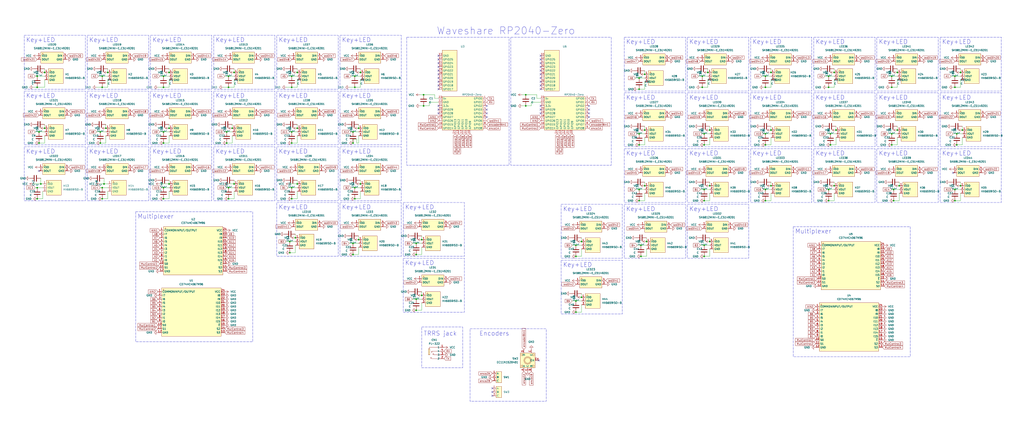
<source format=kicad_sch>
(kicad_sch (version 20230121) (generator eeschema)
  (paper "User" 699.999 299.999)
  (lib_symbols
    (symbol "Device:C" (pin_numbers hide) (pin_names (offset 0.254))
      (property "Reference" "C" (at 0.635 2.54 0))
      (property "Value" "C" (at 0.635 -2.54 0))
      (symbol "C_1_1"
        (pin passive line (at 0 3.81 270) (length 2.794) (name "~") (number "1"))
        (pin passive line (at 0 -3.81 90) (length 2.794) (name "~") (number "2"))
      )
    )
    (symbol "MCU's:RP2040-Zero"
      (property "Reference" "U" (at 12.7 7.62 0))
      (symbol "RP2040-Zero_1_1"
        (pin bidirectional line (at 16.51 5.08 180) (length 2.54) (name "GPIO0") (number "1"))
        (pin bidirectional line (at 5.08 -19.05 90) (length 2.54) (name "GPIO9") (number "10"))
        (pin bidirectional line (at 2.54 -19.05 90) (length 2.54) (name "GPIO10") (number "11"))
        (pin bidirectional line (at 0 -19.05 90) (length 2.54) (name "GPIO11") (number "12"))
        (pin bidirectional line (at -2.54 -19.05 90) (length 2.54) (name "GPIO12") (number "13"))
        (pin bidirectional line (at -5.08 -19.05 90) (length 2.54) (name "GPIO13") (number "14"))
        (pin bidirectional line (at -16.51 -15.24 0) (length 2.54) (name "GPIO14") (number "15"))
        (pin bidirectional line (at -16.51 -12.7 0) (length 2.54) (name "GPIO15") (number "16"))
        (pin bidirectional line (at -16.51 -10.16 0) (length 2.54) (name "GPIO26") (number "17"))
        (pin bidirectional line (at -16.51 -7.62 0) (length 2.54) (name "GPIO27") (number "18"))
        (pin bidirectional line (at -16.51 -5.08 0) (length 2.54) (name "GPIO28") (number "19"))
        (pin bidirectional line (at 16.51 2.54 180) (length 2.54) (name "GPIO1") (number "2"))
        (pin bidirectional line (at -16.51 -2.54 0) (length 2.54) (name "GPIO29") (number "20"))
        (pin output line (at -16.51 0 0) (length 2.54) (name "3.3v") (number "21"))
        (pin input line (at -16.51 2.54 0) (length 2.54) (name "GND") (number "22"))
        (pin output line (at -16.51 5.08 0) (length 2.54) (name "5v") (number "23"))
        (pin bidirectional line (at -16.51 11.43 0) (length 2.54) (name "GPIO17") (number "24"))
        (pin bidirectional line (at -16.51 13.97 0) (length 2.54) (name "GPIO18") (number "25"))
        (pin bidirectional line (at -16.51 16.51 0) (length 2.54) (name "GPIO19") (number "26"))
        (pin bidirectional line (at -16.51 19.05 0) (length 2.54) (name "GPIO20") (number "27"))
        (pin bidirectional line (at -16.51 21.59 0) (length 2.54) (name "GPIO21") (number "28"))
        (pin bidirectional line (at -16.51 24.13 0) (length 2.54) (name "GPIO22") (number "29"))
        (pin bidirectional line (at 16.51 0 180) (length 2.54) (name "GPIO2") (number "3"))
        (pin bidirectional line (at -16.51 26.67 0) (length 2.54) (name "GPIO23") (number "30"))
        (pin bidirectional line (at -16.51 29.21 0) (length 2.54) (name "GPIO24") (number "31"))
        (pin bidirectional line (at -16.51 31.75 0) (length 2.54) (name "GPIO25") (number "32"))
        (pin input line (at -16.51 34.29 0) (length 2.54) (name "GND") (number "33"))
        (pin bidirectional line (at 16.51 -2.54 180) (length 2.54) (name "GPIO3") (number "4"))
        (pin bidirectional line (at 16.51 -5.08 180) (length 2.54) (name "GPIO4") (number "5"))
        (pin bidirectional line (at 16.51 -7.62 180) (length 2.54) (name "GPIO5") (number "6"))
        (pin bidirectional line (at 16.51 -10.16 180) (length 2.54) (name "GPIO6") (number "7"))
        (pin bidirectional line (at 16.51 -12.7 180) (length 2.54) (name "GPIO7") (number "8"))
        (pin bidirectional line (at 16.51 -15.24 180) (length 2.54) (name "GPIO8") (number "9"))
      )
    )
    (symbol "power:GND" (power) (pin_names (offset 0))
      (property "Value" "GND" (at 0 -3.81 0))
      (symbol "GND_1_1"
        (pin power_in line (at 0 0 270) (length 0) hide (name "GND") (number "1"))
      )
    )
    (symbol "power:VCC" (power) (pin_names (offset 0))
      (property "Value" "VCC" (at 0 3.81 0))
      (symbol "VCC_1_1"
        (pin power_in line (at 0 0 90) (length 0) hide (name "VCC") (number "1"))
      )
    )
    (symbol "symbolLib:CD74HC4067M96"
      (property "Reference" "U" (at 0 19.05 0))
      (property "Value" "CD74HC4067M96" (at 0 -19.05 0))
      (symbol "CD74HC4067M96_0_1"
        (pin unspecified line (at -22.86 13.97 0) (length 2.54) (name "COMMONINPUT/OUTPUT") (number "1"))
        (pin unspecified line (at -22.86 -8.89 0) (length 2.54) (name "S0") (number "10"))
        (pin unspecified line (at -22.86 -11.43 0) (length 2.54) (name "S1") (number "11"))
        (pin unspecified line (at -22.86 -13.97 0) (length 2.54) (name "GND") (number "12"))
        (pin unspecified line (at 22.86 -13.97 180) (length 2.54) (name "S3") (number "13"))
        (pin unspecified line (at 22.86 -11.43 180) (length 2.54) (name "S2") (number "14"))
        (pin unspecified line (at 22.86 -8.89 180) (length 2.54) (name "~{E}") (number "15"))
        (pin unspecified line (at 22.86 -6.35 180) (length 2.54) (name "I15") (number "16"))
        (pin unspecified line (at 22.86 -3.81 180) (length 2.54) (name "I14") (number "17"))
        (pin unspecified line (at 22.86 -1.27 180) (length 2.54) (name "I13") (number "18"))
        (pin unspecified line (at 22.86 1.27 180) (length 2.54) (name "I12") (number "19"))
        (pin unspecified line (at -22.86 11.43 0) (length 2.54) (name "I7") (number "2"))
        (pin unspecified line (at 22.86 3.81 180) (length 2.54) (name "I11") (number "20"))
        (pin unspecified line (at 22.86 6.35 180) (length 2.54) (name "I10") (number "21"))
        (pin unspecified line (at 22.86 8.89 180) (length 2.54) (name "I9") (number "22"))
        (pin unspecified line (at 22.86 11.43 180) (length 2.54) (name "I8") (number "23"))
        (pin unspecified line (at 22.86 13.97 180) (length 2.54) (name "VCC") (number "24"))
        (pin unspecified line (at -22.86 8.89 0) (length 2.54) (name "I6") (number "3"))
        (pin unspecified line (at -22.86 6.35 0) (length 2.54) (name "I5") (number "4"))
        (pin unspecified line (at -22.86 3.81 0) (length 2.54) (name "I4") (number "5"))
        (pin unspecified line (at -22.86 1.27 0) (length 2.54) (name "I3") (number "6"))
        (pin unspecified line (at -22.86 -1.27 0) (length 2.54) (name "I2") (number "7"))
        (pin unspecified line (at -22.86 -3.81 0) (length 2.54) (name "I1") (number "8"))
        (pin unspecified line (at -22.86 -6.35 0) (length 2.54) (name "I0") (number "9"))
      )
    )
    (symbol "symbolLib:EC11N1520401"
      (property "Reference" "SW" (at 0 12.7 0))
      (property "Value" "EC11N1520401" (at 0 -12.7 0))
      (symbol "EC11N1520401_0_1"
        (pin unspecified line (at -2.54 -7.62 90) (length 2.54) (name "A") (number "A"))
        (pin unspecified line (at 2.54 -7.62 90) (length 2.54) (name "B") (number "B"))
        (pin unspecified line (at 0 -7.62 90) (length 2.54) (name "C") (number "C"))
        (pin unspecified line (at -2.54 7.62 270) (length 2.54) (name "D") (number "D"))
        (pin unspecified line (at 2.54 7.62 270) (length 2.54) (name "E") (number "E"))
        (pin unspecified line (at 7.62 0 180) (length 2.54) (name "EH") (number "EH"))
      )
    )
    (symbol "symbolLib:HX6659ISO-B"
      (property "Reference" "U" (at 0 7.62 0))
      (property "Value" "HX6659ISO-B" (at 0 -7.62 0))
      (symbol "HX6659ISO-B_0_1"
        (pin unspecified line (at -5.08 2.54 0) (length 2.54) (name "VDD") (number "1"))
        (pin unspecified line (at -5.08 0 0) (length 2.54) (name "VOUT") (number "2"))
        (pin unspecified line (at -5.08 -2.54 0) (length 2.54) (name "GND") (number "3"))
      )
    )
    (symbol "symbolLib:PJ-322"
      (property "Reference" "CN" (at 0 7.62 0))
      (property "Value" "PJ-322" (at 0 -10.16 0))
      (symbol "PJ-322_0_1"
        (pin unspecified line (at 2.54 2.54 180) (length 2.54) (name "1") (number "1"))
        (pin unspecified line (at 2.54 -5.08 180) (length 2.54) (name "2") (number "2"))
        (pin unspecified line (at 2.54 -2.54 180) (length 2.54) (name "3") (number "3"))
        (pin unspecified line (at 2.54 0 180) (length 2.54) (name "4") (number "4"))
      )
    )
    (symbol "symbolLib:SK6812MINI-E_C5149201"
      (property "Reference" "U" (at 0 7.62 0))
      (property "Value" "SK6812MINI-E_C5149201" (at 0 -5.08 0))
      (symbol "SK6812MINI-E_C5149201_0_1"
        (pin unspecified line (at -10.16 2.54 0) (length 2.54) (name "VDD") (number "1"))
        (pin unspecified line (at -10.16 0 0) (length 2.54) (name "DOUT") (number "2"))
        (pin unspecified line (at 10.16 0 180) (length 2.54) (name "GND") (number "3"))
        (pin unspecified line (at 10.16 2.54 180) (length 2.54) (name "DIN") (number "4"))
      )
    )
    (symbol "symbolLib:mouseEncoder"
      (property "Reference" "SW" (at 0 3.81 0))
      (symbol "mouseEncoder_1_1"
        (pin output line (at -2.54 -3.81 90) (length 2.54) (name "A") (number "1"))
        (pin output line (at 0 -3.81 90) (length 2.54) (name "B") (number "2"))
        (pin output line (at 2.54 -3.81 90) (length 2.54) (name "C") (number "3"))
      )
    )
  )
  (junction (at 523.24 59.69))
  (junction (at 480.06 52.07))
  (junction (at 481.33 129.54))
  (junction (at 199.39 90.17))
  (junction (at 198.12 165.1))
  (junction (at 111.76 128.27))
  (junction (at 436.88 99.06))
  (junction (at 567.69 91.44))
  (junction (at 481.33 137.16))
  (junction (at 480.06 59.69))
  (junction (at 610.87 129.54))
  (junction (at 436.88 91.44))
  (junction (at 160.02 125.73))
  (junction (at 481.33 99.06))
  (junction (at 440.69 88.9))
  (junction (at 71.12 125.73))
  (junction (at 481.33 167.64))
  (junction (at 654.05 99.06))
  (junction (at 245.11 163.83))
  (junction (at 245.11 87.63))
  (junction (at 156.21 128.27))
  (junction (at 436.88 137.16))
  (junction (at 610.87 137.16))
  (junction (at 483.87 49.53))
  (junction (at 393.7 205.74))
  (junction (at 523.24 91.44))
  (junction (at 656.59 127))
  (junction (at 203.2 125.73))
  (junction (at 440.69 127))
  (junction (at 657.86 88.9))
  (junction (at 485.14 127))
  (junction (at 288.29 163.83))
  (junction (at 393.7 175.26))
  (junction (at 393.7 213.36))
  (junction (at 69.85 52.07))
  (junction (at 397.51 203.2))
  (junction (at 523.24 52.07))
  (junction (at 26.67 90.17))
  (junction (at 69.85 135.89))
  (junction (at 242.57 128.27))
  (junction (at 72.39 87.63))
  (junction (at 523.24 137.16))
  (junction (at 289.56 64.77))
  (junction (at 393.7 167.64))
  (junction (at 441.96 165.1))
  (junction (at 609.6 59.69))
  (junction (at 609.6 52.07))
  (junction (at 566.42 52.07))
  (junction (at 68.58 97.79))
  (junction (at 156.21 52.07))
  (junction (at 567.69 99.06))
  (junction (at 523.24 99.06))
  (junction (at 25.4 135.89))
  (junction (at 284.48 204.47))
  (junction (at 203.2 49.53))
  (junction (at 115.57 125.73))
  (junction (at 25.4 128.27))
  (junction (at 609.6 99.06))
  (junction (at 111.76 52.07))
  (junction (at 481.33 175.26))
  (junction (at 158.75 87.63))
  (junction (at 154.94 97.79))
  (junction (at 656.59 49.53))
  (junction (at 481.33 91.44))
  (junction (at 111.76 59.69))
  (junction (at 613.41 49.53))
  (junction (at 199.39 52.07))
  (junction (at 199.39 59.69))
  (junction (at 111.76 135.89))
  (junction (at 438.15 167.64))
  (junction (at 436.88 129.54))
  (junction (at 288.29 201.93))
  (junction (at 571.5 88.9))
  (junction (at 438.15 175.26))
  (junction (at 397.51 165.1))
  (junction (at 652.78 59.69))
  (junction (at 156.21 135.89))
  (junction (at 440.69 50.8))
  (junction (at 570.23 49.53))
  (junction (at 111.76 97.79))
  (junction (at 436.88 53.34))
  (junction (at 613.41 88.9))
  (junction (at 523.24 129.54))
  (junction (at 25.4 59.69))
  (junction (at 566.42 129.54))
  (junction (at 242.57 135.89))
  (junction (at 652.78 129.54))
  (junction (at 527.05 88.9))
  (junction (at 115.57 49.53))
  (junction (at 289.56 72.39))
  (junction (at 30.48 87.63))
  (junction (at 111.76 90.17))
  (junction (at 241.3 173.99))
  (junction (at 73.66 49.53))
  (junction (at 359.41 72.39))
  (junction (at 654.05 91.44))
  (junction (at 566.42 59.69))
  (junction (at 241.3 90.17))
  (junction (at 241.3 97.79))
  (junction (at 436.88 60.96))
  (junction (at 154.94 90.17))
  (junction (at 68.58 90.17))
  (junction (at 284.48 173.99))
  (junction (at 26.67 97.79))
  (junction (at 246.38 125.73))
  (junction (at 27.94 125.73))
  (junction (at 199.39 97.79))
  (junction (at 198.12 172.72))
  (junction (at 115.57 87.63))
  (junction (at 203.2 87.63))
  (junction (at 359.41 64.77))
  (junction (at 160.02 49.53))
  (junction (at 199.39 128.27))
  (junction (at 614.68 127))
  (junction (at 242.57 59.69))
  (junction (at 527.05 127))
  (junction (at 485.14 88.9))
  (junction (at 485.14 165.1))
  (junction (at 156.21 59.69))
  (junction (at 246.38 49.53))
  (junction (at 201.93 162.56))
  (junction (at 570.23 127))
  (junction (at 284.48 212.09))
  (junction (at 199.39 135.89))
  (junction (at 69.85 128.27))
  (junction (at 69.85 59.69))
  (junction (at 241.3 166.37))
  (junction (at 527.05 49.53))
  (junction (at 652.78 137.16))
  (junction (at 25.4 52.07))
  (junction (at 609.6 91.44))
  (junction (at 242.57 52.07))
  (junction (at 284.48 166.37))
  (junction (at 652.78 52.07))
  (junction (at 30.48 49.53))
  (junction (at 566.42 137.16))
  (no_connect (at 369.57 53.34))
  (no_connect (at 402.59 72.39))
  (no_connect (at 369.57 74.93))
  (no_connect (at 651.51 118.11))
  (no_connect (at 368.3 246.38))
  (no_connect (at 336.55 267.97))
  (no_connect (at 332.74 80.01))
  (no_connect (at 402.59 77.47))
  (no_connect (at 299.72 58.42))
  (no_connect (at 369.57 48.26))
  (no_connect (at 332.74 74.93))
  (no_connect (at 299.72 43.18))
  (no_connect (at 299.72 60.96))
  (no_connect (at 299.72 72.39))
  (no_connect (at 299.72 77.47))
  (no_connect (at 369.57 45.72))
  (no_connect (at 402.59 80.01))
  (no_connect (at 299.72 55.88))
  (no_connect (at 369.57 40.64))
  (no_connect (at 369.57 43.18))
  (no_connect (at 369.57 60.96))
  (no_connect (at 336.55 265.43))
  (no_connect (at 332.74 72.39))
  (no_connect (at 299.72 53.34))
  (no_connect (at 336.55 270.51))
  (no_connect (at 369.57 55.88))
  (no_connect (at 332.74 77.47))
  (no_connect (at 299.72 38.1))
  (no_connect (at 369.57 77.47))
  (no_connect (at 299.72 40.64))
  (no_connect (at 299.72 74.93))
  (no_connect (at 369.57 58.42))
  (no_connect (at 299.72 45.72))
  (no_connect (at 369.57 50.8))
  (no_connect (at 369.57 38.1))
  (no_connect (at 299.72 48.26))
  (no_connect (at 402.59 74.93))
  (no_connect (at 369.57 72.39))
  (no_connect (at 299.72 50.8))
  (no_connect (at 26.67 116.84))
  (wire (pts (xy 71.12 125.73) (xy 73.66 125.73)))
  (wire (pts (xy 25.4 59.69) (xy 30.48 59.69)))
  (wire (pts (xy 30.48 85.09) (xy 30.48 87.63)))
  (wire (pts (xy 440.69 86.36) (xy 440.69 88.9)))
  (wire (pts (xy 434.34 53.34) (xy 436.88 53.34)))
  (wire (pts (xy 201.93 172.72) (xy 201.93 167.64)))
  (wire (pts (xy 68.58 97.79) (xy 72.39 97.79)))
  (wire (pts (xy 367.03 67.31) (xy 369.57 67.31)))
  (wire (pts (xy 153.67 90.17) (xy 154.94 90.17)))
  (wire (pts (xy 656.59 124.46) (xy 656.59 127)))
  (wire (pts (xy 69.85 135.89) (xy 73.66 135.89)))
  (wire (pts (xy 441.96 162.56) (xy 441.96 165.1)))
  (wire (pts (xy 609.6 91.44) (xy 613.41 91.44)))
  (wire (pts (xy 527.05 59.69) (xy 527.05 54.61)))
  (wire (pts (xy 198.12 165.1) (xy 201.93 165.1)))
  (wire (pts (xy 652.78 129.54) (xy 656.59 129.54)))
  (wire (pts (xy 483.87 59.69) (xy 483.87 54.61)))
  (wire (pts (xy 160.02 59.69) (xy 156.21 59.69)))
  (wire (pts (xy 651.51 91.44) (xy 654.05 91.44)))
  (wire (pts (xy 115.57 85.09) (xy 115.57 87.63)))
  (wire (pts (xy 67.31 52.07) (xy 69.85 52.07)))
  (wire (pts (xy 397.51 200.66) (xy 397.51 203.2)))
  (wire (pts (xy 73.66 46.99) (xy 73.66 49.53)))
  (wire (pts (xy 243.84 97.79) (xy 245.11 97.79)))
  (wire (pts (xy 243.84 95.25) (xy 241.3 95.25)))
  (wire (pts (xy 156.21 125.73) (xy 160.02 125.73)))
  (wire (pts (xy 651.51 129.54) (xy 652.78 129.54)))
  (wire (pts (xy 393.7 205.74) (xy 397.51 205.74)))
  (wire (pts (xy 243.84 97.79) (xy 243.84 95.25)))
  (wire (pts (xy 483.87 59.69) (xy 480.06 59.69)))
  (wire (pts (xy 203.2 85.09) (xy 203.2 87.63)))
  (wire (pts (xy 288.29 199.39) (xy 288.29 201.93)))
  (wire (pts (xy 246.38 135.89) (xy 246.38 130.81)))
  (wire (pts (xy 650.24 52.07) (xy 652.78 52.07)))
  (wire (pts (xy 478.79 129.54) (xy 481.33 129.54)))
  (wire (pts (xy 478.79 167.64) (xy 481.33 167.64)))
  (wire (pts (xy 199.39 52.07) (xy 203.2 52.07)))
  (wire (pts (xy 613.41 59.69) (xy 609.6 59.69)))
  (wire (pts (xy 440.69 60.96) (xy 436.88 60.96)))
  (wire (pts (xy 481.33 129.54) (xy 485.14 129.54)))
  (wire (pts (xy 199.39 135.89) (xy 203.2 135.89)))
  (wire (pts (xy 654.05 91.44) (xy 657.86 91.44)))
  (wire (pts (xy 111.76 128.27) (xy 115.57 128.27)))
  (wire (pts (xy 245.11 173.99) (xy 245.11 168.91)))
  (wire (pts (xy 72.39 85.09) (xy 72.39 87.63)))
  (wire (pts (xy 109.22 52.07) (xy 111.76 52.07)))
  (wire (pts (xy 24.13 52.07) (xy 25.4 52.07)))
  (wire (pts (xy 25.4 135.89) (xy 29.21 135.89)))
  (wire (pts (xy 438.15 167.64) (xy 441.96 167.64)))
  (wire (pts (xy 24.13 128.27) (xy 25.4 128.27)))
  (wire (pts (xy 115.57 46.99) (xy 115.57 49.53)))
  (wire (pts (xy 245.11 97.79) (xy 245.11 92.71)))
  (wire (pts (xy 160.02 46.99) (xy 160.02 49.53)))
  (wire (pts (xy 288.29 212.09) (xy 288.29 207.01)))
  (wire (pts (xy 570.23 46.99) (xy 570.23 49.53)))
  (wire (pts (xy 614.68 124.46) (xy 614.68 127)))
  (wire (pts (xy 436.88 137.16) (xy 440.69 137.16)))
  (wire (pts (xy 523.24 137.16) (xy 527.05 137.16)))
  (wire (pts (xy 440.69 137.16) (xy 440.69 132.08)))
  (wire (pts (xy 115.57 97.79) (xy 115.57 92.71)))
  (wire (pts (xy 284.48 204.47) (xy 288.29 204.47)))
  (wire (pts (xy 435.61 91.44) (xy 436.88 91.44)))
  (wire (pts (xy 242.57 52.07) (xy 246.38 52.07)))
  (wire (pts (xy 570.23 124.46) (xy 570.23 127)))
  (wire (pts (xy 570.23 59.69) (xy 566.42 59.69)))
  (wire (pts (xy 523.24 59.69) (xy 521.97 59.69)))
  (wire (pts (xy 570.23 137.16) (xy 570.23 132.08)))
  (wire (pts (xy 203.2 135.89) (xy 203.2 130.81)))
  (wire (pts (xy 397.51 175.26) (xy 397.51 170.18)))
  (wire (pts (xy 393.7 175.26) (xy 397.51 175.26)))
  (wire (pts (xy 440.69 99.06) (xy 440.69 93.98)))
  (wire (pts (xy 566.42 59.69) (xy 565.15 59.69)))
  (wire (pts (xy 30.48 46.99) (xy 30.48 49.53)))
  (wire (pts (xy 438.15 175.26) (xy 441.96 175.26)))
  (wire (pts (xy 288.29 161.29) (xy 288.29 163.83)))
  (wire (pts (xy 153.67 52.07) (xy 156.21 52.07)))
  (wire (pts (xy 288.29 173.99) (xy 288.29 168.91)))
  (wire (pts (xy 25.4 59.69) (xy 22.86 59.69)))
  (wire (pts (xy 198.12 172.72) (xy 201.93 172.72)))
  (wire (pts (xy 110.49 128.27) (xy 111.76 128.27)))
  (wire (pts (xy 521.97 91.44) (xy 523.24 91.44)))
  (wire (pts (xy 156.21 128.27) (xy 160.02 128.27)))
  (wire (pts (xy 356.87 64.77) (xy 359.41 64.77)))
  (wire (pts (xy 440.69 60.96) (xy 440.69 55.88)))
  (wire (pts (xy 610.87 137.16) (xy 614.68 137.16)))
  (wire (pts (xy 571.5 86.36) (xy 571.5 88.9)))
  (wire (pts (xy 73.66 59.69) (xy 69.85 59.69)))
  (wire (pts (xy 363.22 72.39) (xy 359.41 72.39)))
  (wire (pts (xy 657.86 99.06) (xy 657.86 93.98)))
  (wire (pts (xy 436.88 53.34) (xy 440.69 53.34)))
  (wire (pts (xy 567.69 99.06) (xy 571.5 99.06)))
  (wire (pts (xy 160.02 59.69) (xy 160.02 54.61)))
  (wire (pts (xy 154.94 97.79) (xy 158.75 97.79)))
  (wire (pts (xy 69.85 52.07) (xy 73.66 52.07)))
  (wire (pts (xy 527.05 99.06) (xy 527.05 93.98)))
  (wire (pts (xy 199.39 128.27) (xy 203.2 128.27)))
  (wire (pts (xy 73.66 135.89) (xy 73.66 130.81)))
  (wire (pts (xy 154.94 90.17) (xy 158.75 90.17)))
  (wire (pts (xy 27.94 121.92) (xy 27.94 125.73)))
  (wire (pts (xy 25.4 128.27) (xy 29.21 128.27)))
  (wire (pts (xy 287.02 64.77) (xy 289.56 64.77)))
  (wire (pts (xy 241.3 97.79) (xy 241.3 95.25)))
  (wire (pts (xy 29.21 135.89) (xy 29.21 130.81)))
  (wire (pts (xy 613.41 99.06) (xy 613.41 93.98)))
  (wire (pts (xy 289.56 64.77) (xy 297.18 64.77)))
  (wire (pts (xy 246.38 123.19) (xy 246.38 125.73)))
  (wire (pts (xy 571.5 99.06) (xy 571.5 93.98)))
  (wire (pts (xy 523.24 91.44) (xy 527.05 91.44)))
  (wire (pts (xy 115.57 59.69) (xy 111.76 59.69)))
  (wire (pts (xy 391.16 205.74) (xy 393.7 205.74)))
  (wire (pts (xy 26.67 90.17) (xy 30.48 90.17)))
  (wire (pts (xy 281.94 204.47) (xy 284.48 204.47)))
  (wire (pts (xy 656.59 59.69) (xy 652.78 59.69)))
  (wire (pts (xy 610.87 129.54) (xy 614.68 129.54)))
  (wire (pts (xy 242.57 59.69) (xy 238.76 59.69)))
  (wire (pts (xy 24.13 90.17) (xy 26.67 90.17)))
  (wire (pts (xy 154.94 128.27) (xy 156.21 128.27)))
  (wire (pts (xy 111.76 97.79) (xy 115.57 97.79)))
  (wire (pts (xy 435.61 60.96) (xy 436.88 60.96)))
  (wire (pts (xy 570.23 59.69) (xy 570.23 54.61)))
  (wire (pts (xy 485.14 137.16) (xy 485.14 132.08)))
  (wire (pts (xy 238.76 166.37) (xy 241.3 166.37)))
  (wire (pts (xy 481.33 91.44) (xy 485.14 91.44)))
  (wire (pts (xy 369.57 69.85) (xy 363.22 69.85)))
  (wire (pts (xy 609.6 59.69) (xy 608.33 59.69)))
  (wire (pts (xy 115.57 59.69) (xy 115.57 54.61)))
  (wire (pts (xy 245.11 161.29) (xy 245.11 163.83)))
  (wire (pts (xy 609.6 99.06) (xy 613.41 99.06)))
  (wire (pts (xy 297.18 64.77) (xy 297.18 67.31)))
  (wire (pts (xy 196.85 128.27) (xy 199.39 128.27)))
  (wire (pts (xy 481.33 99.06) (xy 485.14 99.06)))
  (wire (pts (xy 281.94 166.37) (xy 284.48 166.37)))
  (wire (pts (xy 27.94 125.73) (xy 29.21 125.73)))
  (wire (pts (xy 393.7 167.64) (xy 397.51 167.64)))
  (wire (pts (xy 68.58 128.27) (xy 69.85 128.27)))
  (wire (pts (xy 656.59 46.99) (xy 656.59 49.53)))
  (wire (pts (xy 241.3 173.99) (xy 245.11 173.99)))
  (wire (pts (xy 160.02 123.19) (xy 160.02 125.73)))
  (wire (pts (xy 203.2 123.19) (xy 203.2 125.73)))
  (wire (pts (xy 111.76 59.69) (xy 107.95 59.69)))
  (wire (pts (xy 481.33 175.26) (xy 485.14 175.26)))
  (wire (pts (xy 68.58 125.73) (xy 71.12 125.73)))
  (wire (pts (xy 73.66 59.69) (xy 73.66 54.61)))
  (wire (pts (xy 246.38 59.69) (xy 246.38 54.61)))
  (wire (pts (xy 356.87 72.39) (xy 359.41 72.39)))
  (wire (pts (xy 284.48 212.09) (xy 288.29 212.09)))
  (wire (pts (xy 613.41 46.99) (xy 613.41 49.53)))
  (wire (pts (xy 26.67 97.79) (xy 30.48 97.79)))
  (wire (pts (xy 527.05 59.69) (xy 523.24 59.69)))
  (wire (pts (xy 198.12 90.17) (xy 199.39 90.17)))
  (wire (pts (xy 567.69 91.44) (xy 571.5 91.44)))
  (wire (pts (xy 196.85 52.07) (xy 199.39 52.07)))
  (wire (pts (xy 203.2 46.99) (xy 203.2 49.53)))
  (wire (pts (xy 440.69 48.26) (xy 440.69 50.8)))
  (wire (pts (xy 242.57 128.27) (xy 246.38 128.27)))
  (wire (pts (xy 657.86 86.36) (xy 657.86 88.9)))
  (wire (pts (xy 242.57 135.89) (xy 246.38 135.89)))
  (wire (pts (xy 22.86 125.73) (xy 27.94 125.73)))
  (wire (pts (xy 158.75 85.09) (xy 158.75 87.63)))
  (wire (pts (xy 156.21 52.07) (xy 160.02 52.07)))
  (wire (pts (xy 30.48 59.69) (xy 30.48 54.61)))
  (wire (pts (xy 241.3 90.17) (xy 245.11 90.17)))
  (wire (pts (xy 523.24 52.07) (xy 527.05 52.07)))
  (wire (pts (xy 199.39 97.79) (xy 203.2 97.79)))
  (wire (pts (xy 652.78 59.69) (xy 651.51 59.69)))
  (wire (pts (xy 299.72 69.85) (xy 293.37 69.85)))
  (wire (pts (xy 199.39 90.17) (xy 203.2 90.17)))
  (wire (pts (xy 246.38 46.99) (xy 246.38 49.53)))
  (wire (pts (xy 436.88 91.44) (xy 440.69 91.44)))
  (wire (pts (xy 609.6 129.54) (xy 610.87 129.54)))
  (wire (pts (xy 240.03 90.17) (xy 241.3 90.17)))
  (wire (pts (xy 435.61 167.64) (xy 438.15 167.64)))
  (wire (pts (xy 287.02 72.39) (xy 289.56 72.39)))
  (wire (pts (xy 158.75 97.79) (xy 158.75 92.71)))
  (wire (pts (xy 203.2 59.69) (xy 199.39 59.69)))
  (wire (pts (xy 284.48 166.37) (xy 288.29 166.37)))
  (wire (pts (xy 481.33 137.16) (xy 485.14 137.16)))
  (wire (pts (xy 654.05 99.06) (xy 657.86 99.06)))
  (wire (pts (xy 69.85 59.69) (xy 66.04 59.69)))
  (wire (pts (xy 71.12 121.92) (xy 71.12 125.73)))
  (wire (pts (xy 485.14 86.36) (xy 485.14 88.9)))
  (wire (pts (xy 485.14 99.06) (xy 485.14 93.98)))
  (wire (pts (xy 397.51 162.56) (xy 397.51 165.1)))
  (wire (pts (xy 198.12 125.73) (xy 203.2 125.73)))
  (wire (pts (xy 284.48 173.99) (xy 288.29 173.99)))
  (wire (pts (xy 240.03 128.27) (xy 242.57 128.27)))
  (wire (pts (xy 203.2 59.69) (xy 203.2 54.61)))
  (wire (pts (xy 563.88 52.07) (xy 566.42 52.07)))
  (wire (pts (xy 656.59 137.16) (xy 656.59 132.08)))
  (wire (pts (xy 527.05 86.36) (xy 527.05 88.9)))
  (wire (pts (xy 607.06 52.07) (xy 609.6 52.07)))
  (wire (pts (xy 613.41 59.69) (xy 613.41 54.61)))
  (wire (pts (xy 477.52 52.07) (xy 480.06 52.07)))
  (wire (pts (xy 613.41 86.36) (xy 613.41 88.9)))
  (wire (pts (xy 240.03 52.07) (xy 242.57 52.07)))
  (wire (pts (xy 436.88 129.54) (xy 440.69 129.54)))
  (wire (pts (xy 480.06 52.07) (xy 483.87 52.07)))
  (wire (pts (xy 652.78 137.16) (xy 656.59 137.16)))
  (wire (pts (xy 565.15 129.54) (xy 566.42 129.54)))
  (wire (pts (xy 441.96 175.26) (xy 441.96 170.18)))
  (wire (pts (xy 393.7 213.36) (xy 397.51 213.36)))
  (wire (pts (xy 30.48 97.79) (xy 30.48 92.71)))
  (wire (pts (xy 480.06 91.44) (xy 481.33 91.44)))
  (wire (pts (xy 68.58 90.17) (xy 72.39 90.17)))
  (wire (pts (xy 523.24 99.06) (xy 527.05 99.06)))
  (wire (pts (xy 397.51 213.36) (xy 397.51 208.28)))
  (wire (pts (xy 66.04 90.17) (xy 68.58 90.17)))
  (wire (pts (xy 481.33 167.64) (xy 485.14 167.64)))
  (wire (pts (xy 359.41 64.77) (xy 367.03 64.77)))
  (wire (pts (xy 391.16 167.64) (xy 393.7 167.64)))
  (wire (pts (xy 111.76 52.07) (xy 115.57 52.07)))
  (wire (pts (xy 195.58 165.1) (xy 198.12 165.1)))
  (wire (pts (xy 201.93 160.02) (xy 201.93 162.56)))
  (wire (pts (xy 367.03 64.77) (xy 367.03 67.31)))
  (wire (pts (xy 156.21 59.69) (xy 152.4 59.69)))
  (wire (pts (xy 241.3 166.37) (xy 245.11 166.37)))
  (wire (pts (xy 566.42 129.54) (xy 570.23 129.54)))
  (wire (pts (xy 527.05 137.16) (xy 527.05 132.08)))
  (wire (pts (xy 652.78 52.07) (xy 656.59 52.07)))
  (wire (pts (xy 115.57 135.89) (xy 115.57 130.81)))
  (wire (pts (xy 203.2 97.79) (xy 203.2 92.71)))
  (wire (pts (xy 523.24 129.54) (xy 527.05 129.54)))
  (wire (pts (xy 440.69 124.46) (xy 440.69 127)))
  (wire (pts (xy 566.42 137.16) (xy 570.23 137.16)))
  (wire (pts (xy 656.59 59.69) (xy 656.59 54.61)))
  (wire (pts (xy 246.38 59.69) (xy 242.57 59.69)))
  (wire (pts (xy 527.05 46.99) (xy 527.05 49.53)))
  (wire (pts (xy 297.18 67.31) (xy 299.72 67.31)))
  (wire (pts (xy 111.76 135.89) (xy 115.57 135.89)))
  (wire (pts (xy 293.37 72.39) (xy 289.56 72.39)))
  (wire (pts (xy 109.22 90.17) (xy 111.76 90.17)))
  (wire (pts (xy 480.06 59.69) (xy 478.79 59.69)))
  (wire (pts (xy 69.85 128.27) (xy 73.66 128.27)))
  (wire (pts (xy 72.39 97.79) (xy 72.39 92.71)))
  (wire (pts (xy 483.87 46.99) (xy 483.87 49.53)))
  (wire (pts (xy 485.14 175.26) (xy 485.14 170.18)))
  (wire (pts (xy 115.57 123.19) (xy 115.57 125.73)))
  (wire (pts (xy 614.68 137.16) (xy 614.68 132.08)))
  (wire (pts (xy 109.22 125.73) (xy 115.57 125.73)))
  (wire (pts (xy 565.15 91.44) (xy 567.69 91.44)))
  (wire (pts (xy 485.14 124.46) (xy 485.14 127)))
  (wire (pts (xy 609.6 52.07) (xy 613.41 52.07)))
  (wire (pts (xy 521.97 129.54) (xy 523.24 129.54)))
  (wire (pts (xy 156.21 135.89) (xy 160.02 135.89)))
  (wire (pts (xy 160.02 135.89) (xy 160.02 130.81)))
  (wire (pts (xy 434.34 129.54) (xy 436.88 129.54)))
  (wire (pts (xy 566.42 52.07) (xy 570.23 52.07)))
  (wire (pts (xy 25.4 52.07) (xy 30.48 52.07)))
  (wire (pts (xy 363.22 69.85) (xy 363.22 72.39)))
  (wire (pts (xy 293.37 69.85) (xy 293.37 72.39)))
  (wire (pts (xy 527.05 124.46) (xy 527.05 127)))
  (wire (pts (xy 436.88 99.06) (xy 440.69 99.06)))
  (wire (pts (xy 485.14 162.56) (xy 485.14 165.1)))
  (wire (pts (xy 520.7 52.07) (xy 523.24 52.07)))
  (wire (pts (xy 111.76 90.17) (xy 115.57 90.17)))
  (wire (pts (xy 199.39 59.69) (xy 195.58 59.69)))
  (wire (pts (xy 607.06 91.44) (xy 609.6 91.44)))
  (wire (pts (xy 245.11 85.09) (xy 245.11 87.63)))
  (rectangle (start 102.87 62.23) (end 144.78 99.06) (stroke (width 0) (type dash)))
  (rectangle (start 426.72 101.6) (end 468.63 138.43) (stroke (width 0) (type dash)))
  (rectangle (start 469.9 139.7) (end 511.81 176.53) (stroke (width 0) (type dash)))
  (rectangle (start 232.41 24.13) (end 274.32 60.96) (stroke (width 0) (type dash)))
  (rectangle (start 599.44 101.6) (end 641.35 138.43) (stroke (width 0) (type dash)))
  (rectangle (start 426.72 25.4) (end 468.63 62.23) (stroke (width 0) (type dash)))
  (rectangle (start 556.26 25.4) (end 598.17 62.23) (stroke (width 0) (type dash)))
  (rectangle (start 278.13 25.4) (end 347.98 113.03) (stroke (width 0) (type dash)))
  (rectangle (start 556.26 63.5) (end 598.17 100.33) (stroke (width 0) (type dash)))
  (rectangle (start 189.23 138.43) (end 231.14 175.26) (stroke (width 0) (type dash)))
  (rectangle (start 275.59 176.53) (end 317.5 213.36) (stroke (width 0) (type dash)))
  (rectangle (start 513.08 101.6) (end 554.99 138.43) (stroke (width 0) (type dash)))
  (rectangle (start 426.72 63.5) (end 468.63 100.33) (stroke (width 0) (type dash)))
  (rectangle (start 469.9 25.4) (end 511.81 62.23) (stroke (width 0) (type dash)))
  (rectangle (start 16.51 62.23) (end 58.42 99.06) (stroke (width 0) (type dash)))
  (rectangle (start 102.87 24.13) (end 144.78 60.96) (stroke (width 0) (type dash)))
  (rectangle (start 16.51 100.33) (end 58.42 137.16) (stroke (width 0) (type dash)))
  (rectangle (start 556.26 101.6) (end 598.17 138.43) (stroke (width 0) (type dash)))
  (rectangle (start 102.87 100.33) (end 144.78 137.16) (stroke (width 0) (type dash)))
  (rectangle (start 469.9 63.5) (end 511.81 100.33) (stroke (width 0) (type dash)))
  (rectangle (start 59.69 24.13) (end 101.6 60.96) (stroke (width 0) (type dash)))
  (rectangle (start 189.23 100.33) (end 231.14 137.16) (stroke (width 0) (type dash)))
  (rectangle (start 146.05 24.13) (end 187.96 60.96) (stroke (width 0) (type dash)))
  (rectangle (start 513.08 25.4) (end 554.99 62.23) (stroke (width 0) (type dash)))
  (rectangle (start 59.69 62.23) (end 101.6 99.06) (stroke (width 0) (type dash)))
  (rectangle (start 642.62 63.5) (end 684.53 100.33) (stroke (width 0) (type dash)))
  (rectangle (start 59.69 100.33) (end 101.6 137.16) (stroke (width 0) (type dash)))
  (rectangle (start 146.05 62.23) (end 187.96 99.06) (stroke (width 0) (type dash)))
  (rectangle (start 513.08 63.5) (end 554.99 100.33) (stroke (width 0) (type dash)))
  (rectangle (start 642.62 25.4) (end 684.53 62.23) (stroke (width 0) (type dash)))
  (rectangle (start 642.62 101.6) (end 684.53 138.43) (stroke (width 0) (type dash)))
  (rectangle (start 599.44 63.5) (end 641.35 100.33) (stroke (width 0) (type dash)))
  (rectangle (start 542.29 154.94) (end 622.3 243.84) (stroke (width 0) (type dash)))
  (rectangle (start 16.51 24.13) (end 58.42 60.96) (stroke (width 0) (type dash)))
  (rectangle (start 232.41 62.23) (end 274.32 99.06) (stroke (width 0) (type dash)))
  (rectangle (start 383.54 177.8) (end 425.45 214.63) (stroke (width 0) (type dash)))
  (rectangle (start 383.54 139.7) (end 425.45 176.53) (stroke (width 0) (type dash)))
  (rectangle (start 232.41 138.43) (end 274.32 175.26) (stroke (width 0) (type dash)))
  (rectangle (start 321.31 224.79) (end 373.38 274.32) (stroke (width 0) (type dash)))
  (rectangle (start 275.59 138.43) (end 317.5 175.26) (stroke (width 0) (type dash)))
  (rectangle (start 232.41 100.33) (end 274.32 137.16) (stroke (width 0) (type dash)))
  (rectangle (start 288.29 223.52) (end 316.23 251.46) (stroke (width 0) (type dash)))
  (rectangle (start 349.25 25.4) (end 417.83 113.03) (stroke (width 0) (type dash)))
  (rectangle (start 189.23 24.13) (end 231.14 60.96) (stroke (width 0) (type dash)))
  (rectangle (start 426.72 139.7) (end 468.63 176.53) (stroke (width 0) (type dash)))
  (rectangle (start 599.44 25.4) (end 641.35 62.23) (stroke (width 0) (type dash)))
  (rectangle (start 189.23 62.23) (end 231.14 99.06) (stroke (width 0) (type dash)))
  (rectangle (start 469.9 101.6) (end 511.81 138.43) (stroke (width 0) (type dash)))
  (rectangle (start 146.05 100.33) (end 187.96 137.16) (stroke (width 0) (type dash)))
  (rectangle (start 92.71 144.78) (end 172.72 233.68) (stroke (width 0) (type dash)))
  (text "Key+LED" (at 557.53 106.68 0) (effects (font (size 3 3)) (justify left bottom)))
  (text "Key+LED" (at 190.5 105.41 0) (effects (font (size 3 3)) (justify left bottom)))
  (text "Key+LED" (at 190.5 143.51 0) (effects (font (size 3 3)) (justify left bottom)))
  (text "Key+LED" (at 17.78 67.31 0) (effects (font (size 3 3)) (justify left bottom)))
  (text "Key+LED" (at 384.81 144.78 0) (effects (font (size 3 3)) (justify left bottom)))
  (text "Multiplexer" (at 93.98 149.86 0) (effects (font (size 3 3)) (justify left bottom)))
  (text "Key+LED" (at 427.99 30.48 0) (effects (font (size 3 3)) (justify left bottom)))
  (text "Key+LED" (at 643.89 30.48 0) (effects (font (size 3 3)) (justify left bottom)))
  (text "Key+LED" (at 60.96 67.31 0) (effects (font (size 3 3)) (justify left bottom)))
  (text "Key+LED" (at 190.5 29.21 0) (effects (font (size 3 3)) (justify left bottom)))
  (text "Key+LED" (at 17.78 105.41 0) (effects (font (size 3 3)) (justify left bottom)))
  (text "Key+LED" (at 104.14 105.41 0) (effects (font (size 3 3)) (justify left bottom)))
  (text "Key+LED" (at 276.86 181.61 0) (effects (font (size 3 3)) (justify left bottom)))
  (text "Key+LED" (at 600.71 106.68 0) (effects (font (size 3 3)) (justify left bottom)))
  (text "Key+LED" (at 276.86 143.51 0) (effects (font (size 3 3)) (justify left bottom)))
  (text "Key+LED" (at 104.14 67.31 0) (effects (font (size 3 3)) (justify left bottom)))
  (text "Key+LED" (at 233.68 29.21 0) (effects (font (size 3 3)) (justify left bottom)))
  (text "Key+LED" (at 471.17 144.78 0) (effects (font (size 3 3)) (justify left bottom)))
  (text "Key+LED" (at 60.96 29.21 0) (effects (font (size 3 3)) (justify left bottom)))
  (text "Encoders" (at 327.66 229.87 0) (effects (font (size 3 3)) (justify left bottom)))
  (text "Key+LED" (at 514.35 30.48 0) (effects (font (size 3 3)) (justify left bottom)))
  (text "Key+LED" (at 147.32 67.31 0) (effects (font (size 3 3)) (justify left bottom)))
  (text "Key+LED" (at 600.71 30.48 0) (effects (font (size 3 3)) (justify left bottom)))
  (text "Key+LED" (at 233.68 143.51 0) (effects (font (size 3 3)) (justify left bottom)))
  (text "Key+LED" (at 557.53 68.58 0) (effects (font (size 3 3)) (justify left bottom)))
  (text "Key+LED" (at 147.32 105.41 0) (effects (font (size 3 3)) (justify left bottom)))
  (text "Key+LED" (at 557.53 30.48 0) (effects (font (size 3 3)) (justify left bottom)))
  (text "Key+LED" (at 471.17 68.58 0) (effects (font (size 3 3)) (justify left bottom)))
  (text "Key+LED" (at 643.89 106.68 0) (effects (font (size 3 3)) (justify left bottom)))
  (text "Key+LED" (at 60.96 105.41 0) (effects (font (size 3 3)) (justify left bottom)))
  (text "Key+LED" (at 427.99 68.58 0) (effects (font (size 3 3)) (justify left bottom)))
  (text "Key+LED" (at 471.17 30.48 0) (effects (font (size 3 3)) (justify left bottom)))
  (text "Key+LED" (at 427.99 144.78 0) (effects (font (size 3 3)) (justify left bottom)))
  (text "Key+LED" (at 17.78 29.21 0) (effects (font (size 3 3)) (justify left bottom)))
  (text "Key+LED" (at 384.81 182.88 0) (effects (font (size 3 3)) (justify left bottom)))
  (text "Key+LED" (at 471.17 106.68 0) (effects (font (size 3 3)) (justify left bottom)))
  (text "Key+LED" (at 427.99 106.68 0) (effects (font (size 3 3)) (justify left bottom)))
  (text "Key+LED" (at 514.35 68.58 0) (effects (font (size 3 3)) (justify left bottom)))
  (text "Multiplexer" (at 543.56 160.02 0) (effects (font (size 3 3)) (justify left bottom)))
  (text "Key+LED" (at 104.14 29.21 0) (effects (font (size 3 3)) (justify left bottom)))
  (text "Waveshare RP2040-Zero" (at 298.45 24.13 0) (effects (font (size 5 5)) (justify left bottom)))
  (text "Key+LED" (at 233.68 67.31 0) (effects (font (size 3 3)) (justify left bottom)))
  (text "TRRS jack" (at 289.56 229.87 0) (effects (font (size 3 3)) (justify left bottom)))
  (text "Key+LED" (at 600.71 68.58 0) (effects (font (size 3 3)) (justify left bottom)))
  (text "Key+LED" (at 514.35 106.68 0) (effects (font (size 3 3)) (justify left bottom)))
  (text "Key+LED" (at 190.5 67.31 0) (effects (font (size 3 3)) (justify left bottom)))
  (text "Key+LED" (at 233.68 105.41 0) (effects (font (size 3 3)) (justify left bottom)))
  (text "Key+LED" (at 147.32 29.21 0) (effects (font (size 3 3)) (justify left bottom)))
  (text "Key+LED" (at 643.89 68.58 0) (effects (font (size 3 3)) (justify left bottom)))
  (global_label "MulControl3" (shape input) (at 381 91.44 270) (property "Intersheetrefs" "${INTERSHEET_REFS}" (effects hide)))
  (global_label "MulControl1" (shape input) (at 369.57 85.09 180) (property "Intersheetrefs" "${INTERSHEET_REFS}" (effects hide)))
  (global_label "A14" (shape input) (at 609.6 129.54 180) (property "Intersheetrefs" "${INTERSHEET_REFS}" (effects hide)))
  (global_label "ledDin20" (shape input) (at 45.72 38.1 0) (property "Intersheetrefs" "${INTERSHEET_REFS}" (effects hide)))
  (global_label "MulControl4" (shape input) (at 154.94 185.42 0) (property "Intersheetrefs" "${INTERSHEET_REFS}" (effects hide)))
  (global_label "MulControl4" (shape input) (at 383.54 91.44 270) (property "Intersheetrefs" "${INTERSHEET_REFS}" (effects hide)))
  (global_label "ledDin7" (shape input) (at 499.11 39.37 0) (property "Intersheetrefs" "${INTERSHEET_REFS}" (effects hide)))
  (global_label "ledDin22" (shape input) (at 671.83 115.57 0) (property "Intersheetrefs" "${INTERSHEET_REFS}" (effects hide)))
  (global_label "A10" (shape input) (at 521.97 91.44 180) (property "Intersheetrefs" "${INTERSHEET_REFS}" (effects hide)))
  (global_label "ledDin12" (shape input) (at 543.56 77.47 0) (property "Intersheetrefs" "${INTERSHEET_REFS}" (effects hide)))
  (global_label "enco1A" (shape input) (at 332.74 87.63 0) (property "Intersheetrefs" "${INTERSHEET_REFS}" (effects hide)))
  (global_label "A16" (shape input) (at 521.97 129.54 180) (property "Intersheetrefs" "${INTERSHEET_REFS}" (effects hide)))
  (global_label "ledDin2" (shape input) (at 306.07 152.4 0) (property "Intersheetrefs" "${INTERSHEET_REFS}" (effects hide)))
  (global_label "A11" (shape input) (at 604.52 175.26 0) (property "Intersheetrefs" "${INTERSHEET_REFS}" (effects hide)))
  (global_label "ledDin14" (shape input) (at 133.35 38.1 0) (property "Intersheetrefs" "${INTERSHEET_REFS}" (effects hide)))
  (global_label "B2" (shape input) (at 434.34 129.54 180) (property "Intersheetrefs" "${INTERSHEET_REFS}" (effects hide)))
  (global_label "ledDin21" (shape input) (at 673.1 77.47 0) (property "Intersheetrefs" "${INTERSHEET_REFS}" (effects hide)))
  (global_label "A13" (shape input) (at 24.13 128.27 180) (property "Intersheetrefs" "${INTERSHEET_REFS}" (effects hide)))
  (global_label "B1" (shape input) (at 107.95 219.71 180) (property "Intersheetrefs" "${INTERSHEET_REFS}" (effects hide)))
  (global_label "A15" (shape input) (at 604.52 185.42 0) (property "Intersheetrefs" "${INTERSHEET_REFS}" (effects hide)))
  (global_label "MulControl3" (shape input) (at 603.25 234.95 0) (property "Intersheetrefs" "${INTERSHEET_REFS}" (effects hide)))
  (global_label "ledDin2" (shape input) (at 414.02 153.67 0) (property "Intersheetrefs" "${INTERSHEET_REFS}" (effects hide)))
  (global_label "A13" (shape input) (at 604.52 180.34 0) (property "Intersheetrefs" "${INTERSHEET_REFS}" (effects hide)))
  (global_label "enco2A" (shape input) (at 318.77 91.44 270) (property "Intersheetrefs" "${INTERSHEET_REFS}" (effects hide)))
  (global_label "A12" (shape input) (at 240.03 90.17 180) (property "Intersheetrefs" "${INTERSHEET_REFS}" (effects hide)))
  (global_label "ledDin3" (shape input) (at 458.47 153.67 0) (property "Intersheetrefs" "${INTERSHEET_REFS}" (effects hide)))
  (global_label "ledDin4" (shape input) (at 438.15 156.21 180) (property "Intersheetrefs" "${INTERSHEET_REFS}" (effects hide)))
  (global_label "AIN2" (shape input) (at 299.72 82.55 180) (property "Intersheetrefs" "${INTERSHEET_REFS}" (effects hide)))
  (global_label "A5" (shape input) (at 196.85 52.07 180) (property "Intersheetrefs" "${INTERSHEET_REFS}" (effects hide)))
  (global_label "MulControl2" (shape input) (at 107.95 224.79 180) (property "Intersheetrefs" "${INTERSHEET_REFS}" (effects hide)))
  (global_label "B4" (shape input) (at 557.53 222.25 180) (property "Intersheetrefs" "${INTERSHEET_REFS}" (effects hide)))
  (global_label "B5" (shape input) (at 107.95 207.01 180) (property "Intersheetrefs" "${INTERSHEET_REFS}" (effects hide)))
  (global_label "TX" (shape input) (at 303.53 245.11 0) (property "Intersheetrefs" "${INTERSHEET_REFS}" (effects hide)))
  (global_label "ledDin10" (shape input) (at 200.66 116.84 180) (property "Intersheetrefs" "${INTERSHEET_REFS}" (effects hide)))
  (global_label "enco1B" (shape input) (at 321.31 91.44 270) (property "Intersheetrefs" "${INTERSHEET_REFS}" (effects hide)))
  (global_label "ledDin19" (shape input) (at 90.17 38.1 0) (property "Intersheetrefs" "${INTERSHEET_REFS}" (effects hide)))
  (global_label "ledDin11" (shape input) (at 176.53 114.3 0) (property "Intersheetrefs" "${INTERSHEET_REFS}" (effects hide)))
  (global_label "MulControl3" (shape input) (at 154.94 182.88 0) (property "Intersheetrefs" "${INTERSHEET_REFS}" (effects hide)))
  (global_label "A7" (shape input) (at 109.22 162.56 180) (property "Intersheetrefs" "${INTERSHEET_REFS}" (effects hide)))
  (global_label "ledDin22" (shape input) (at 46.99 114.3 0) (property "Intersheetrefs" "${INTERSHEET_REFS}" (effects hide)))
  (global_label "ledDin20" (shape input) (at 673.1 39.37 0) (property "Intersheetrefs" "${INTERSHEET_REFS}" (effects hide)))
  (global_label "A7" (shape input) (at 558.8 172.72 180) (property "Intersheetrefs" "${INTERSHEET_REFS}" (effects hide)))
  (global_label "enco1A" (shape input) (at 402.59 87.63 0) (property "Intersheetrefs" "${INTERSHEET_REFS}" (effects hide)))
  (global_label "A12" (shape input) (at 604.52 177.8 0) (property "Intersheetrefs" "${INTERSHEET_REFS}" (effects hide)))
  (global_label "A9" (shape input) (at 109.22 90.17 180) (property "Intersheetrefs" "${INTERSHEET_REFS}" (effects hide)))
  (global_label "B3" (shape input) (at 195.58 165.1 180) (property "Intersheetrefs" "${INTERSHEET_REFS}" (effects hide)))
  (global_label "ledDin1" (shape input) (at 402.59 82.55 0) (property "Intersheetrefs" "${INTERSHEET_REFS}" (effects hide)))
  (global_label "A2" (shape input) (at 109.22 175.26 180) (property "Intersheetrefs" "${INTERSHEET_REFS}" (effects hide)))
  (global_label "A14" (shape input) (at 68.58 128.27 180) (property "Intersheetrefs" "${INTERSHEET_REFS}" (effects hide)))
  (global_label "A12" (shape input) (at 435.61 91.44 180) (property "Intersheetrefs" "${INTERSHEET_REFS}" (effects hide)))
  (global_label "B6" (shape input) (at 557.53 214.63 180) (property "Intersheetrefs" "${INTERSHEET_REFS}" (effects hide)))
  (global_label "A9" (shape input) (at 604.52 170.18 0) (property "Intersheetrefs" "${INTERSHEET_REFS}" (effects hide)))
  (global_label "MulControl1" (shape input) (at 109.22 180.34 180) (property "Intersheetrefs" "${INTERSHEET_REFS}" (effects hide)))
  (global_label "ledDin1" (shape input) (at 332.74 82.55 0) (property "Intersheetrefs" "${INTERSHEET_REFS}" (effects hide)))
  (global_label "A5" (shape input) (at 109.22 167.64 180) (property "Intersheetrefs" "${INTERSHEET_REFS}" (effects hide)))
  (global_label "B6" (shape input) (at 281.94 204.47 180) (property "Intersheetrefs" "${INTERSHEET_REFS}" (effects hide)))
  (global_label "A9" (shape input) (at 565.15 91.44 180) (property "Intersheetrefs" "${INTERSHEET_REFS}" (effects hide)))
  (global_label "A10" (shape input) (at 154.94 162.56 0) (property "Intersheetrefs" "${INTERSHEET_REFS}" (effects hide)))
  (global_label "ledDin14" (shape input) (at 156.21 40.64 180) (property "Intersheetrefs" "${INTERSHEET_REFS}" (effects hide)))
  (global_label "B5" (shape input) (at 107.95 209.55 180) (property "Intersheetrefs" "${INTERSHEET_REFS}" (effects hide)))
  (global_label "ledDin14" (shape input) (at 523.24 41.91 180) (property "Intersheetrefs" "${INTERSHEET_REFS}" (effects hide)))
  (global_label "MulControl4" (shape input) (at 604.52 195.58 0) (property "Intersheetrefs" "${INTERSHEET_REFS}" (effects hide)))
  (global_label "enco1B" (shape input) (at 363.22 254 270) (property "Intersheetrefs" "${INTERSHEET_REFS}" (effects hide)))
  (global_label "ledDin5" (shape input) (at 242.57 116.84 180) (property "Intersheetrefs" "${INTERSHEET_REFS}" (effects hide)))
  (global_label "MulControl1" (shape input) (at 107.95 222.25 180) (property "Intersheetrefs" "${INTERSHEET_REFS}" (effects hide)))
  (global_label "ledDin16" (shape input) (at 566.42 80.01 180) (property "Intersheetrefs" "${INTERSHEET_REFS}" (effects hide)))
  (global_label "MulControl2" (shape input) (at 299.72 87.63 180) (property "Intersheetrefs" "${INTERSHEET_REFS}" (effects hide)))
  (global_label "MulControl4" (shape input) (at 153.67 227.33 0) (property "Intersheetrefs" "${INTERSHEET_REFS}" (effects hide)))
  (global_label "ledDin9" (shape input) (at 220.98 114.3 0) (property "Intersheetrefs" "${INTERSHEET_REFS}" (effects hide)))
  (global_label "ledDin18" (shape input) (at 90.17 76.2 0) (property "Intersheetrefs" "${INTERSHEET_REFS}" (effects hide)))
  (global_label "ledDin16" (shape input) (at 113.03 78.74 180) (property "Intersheetrefs" "${INTERSHEET_REFS}" (effects hide)))
  (global_label "A13" (shape input) (at 651.51 129.54 180) (property "Intersheetrefs" "${INTERSHEET_REFS}" (effects hide)))
  (global_label "MulControl3" (shape input) (at 311.15 91.44 270) (property "Intersheetrefs" "${INTERSHEET_REFS}" (effects hide)))
  (global_label "MulControl2" (shape input) (at 109.22 182.88 180) (property "Intersheetrefs" "${INTERSHEET_REFS}" (effects hide)))
  (global_label "B5" (shape input) (at 391.16 167.64 180) (property "Intersheetrefs" "${INTERSHEET_REFS}" (effects hide)))
  (global_label "A1" (shape input) (at 109.22 177.8 180) (property "Intersheetrefs" "${INTERSHEET_REFS}" (effects hide)))
  (global_label "A11" (shape input) (at 198.12 90.17 180) (property "Intersheetrefs" "${INTERSHEET_REFS}" (effects hide)))
  (global_label "RX" (shape input) (at 332.74 69.85 0) (property "Intersheetrefs" "${INTERSHEET_REFS}" (effects hide)))
  (global_label "A11" (shape input) (at 480.06 91.44 180) (property "Intersheetrefs" "${INTERSHEET_REFS}" (effects hide)))
  (global_label "ledDin15" (shape input) (at 586.74 77.47 0) (property "Intersheetrefs" "${INTERSHEET_REFS}" (effects hide)))
  (global_label "A10" (shape input) (at 604.52 172.72 0) (property "Intersheetrefs" "${INTERSHEET_REFS}" (effects hide)))
  (global_label "B4" (shape input) (at 435.61 167.64 180) (property "Intersheetrefs" "${INTERSHEET_REFS}" (effects hide)))
  (global_label "A4" (shape input) (at 153.67 52.07 180) (property "Intersheetrefs" "${INTERSHEET_REFS}" (effects hide)))
  (global_label "ledDin5" (shape input) (at 262.89 76.2 0) (property "Intersheetrefs" "${INTERSHEET_REFS}" (effects hide)))
  (global_label "ledDin4" (shape input) (at 242.57 154.94 180) (property "Intersheetrefs" "${INTERSHEET_REFS}" (effects hide)))
  (global_label "ledDin3" (shape input) (at 285.75 154.94 180) (property "Intersheetrefs" "${INTERSHEET_REFS}" (effects hide)))
  (global_label "B2" (shape input) (at 107.95 217.17 180) (property "Intersheetrefs" "${INTERSHEET_REFS}" (effects hide)))
  (global_label "ledDin4" (shape input) (at 457.2 115.57 0) (property "Intersheetrefs" "${INTERSHEET_REFS}" (effects hide)))
  (global_label "A7" (shape input) (at 24.13 90.17 180) (property "Intersheetrefs" "${INTERSHEET_REFS}" (effects hide)))
  (global_label "ledDin18" (shape input) (at 609.6 118.11 180) (property "Intersheetrefs" "${INTERSHEET_REFS}" (effects hide)))
  (global_label "A6" (shape input) (at 558.8 175.26 180) (property "Intersheetrefs" "${INTERSHEET_REFS}" (effects hide)))
  (global_label "ledDin22" (shape input) (at 26.67 78.74 180) (property "Intersheetrefs" "${INTERSHEET_REFS}" (effects hide)))
  (global_label "A4" (shape input) (at 558.8 180.34 180) (property "Intersheetrefs" "${INTERSHEET_REFS}" (effects hide)))
  (global_label "AIN1" (shape input) (at 299.72 80.01 180) (property "Intersheetrefs" "${INTERSHEET_REFS}" (effects hide)))
  (global_label "A3" (shape input) (at 558.8 182.88 180) (property "Intersheetrefs" "${INTERSHEET_REFS}" (effects hide)))
  (global_label "ledDin8" (shape input) (at 219.71 76.2 0) (property "Intersheetrefs" "${INTERSHEET_REFS}" (effects hide)))
  (global_label "enco2A" (shape input) (at 336.55 255.27 180) (property "Intersheetrefs" "${INTERSHEET_REFS}" (effects hide)))
  (global_label "B6" (shape input) (at 107.95 204.47 180) (property "Intersheetrefs" "${INTERSHEET_REFS}" (effects hide)))
  (global_label "ledDin12" (shape input) (at 176.53 76.2 0) (property "Intersheetrefs" "${INTERSHEET_REFS}" (effects hide)))
  (global_label "ledDin20" (shape input) (at 609.6 41.91 180) (property "Intersheetrefs" "${INTERSHEET_REFS}" (effects hide)))
  (global_label "ledDin1" (shape input) (at 414.02 191.77 0) (property "Intersheetrefs" "${INTERSHEET_REFS}" (effects hide)))
  (global_label "MulControl4" (shape input) (at 313.69 91.44 270) (property "Intersheetrefs" "${INTERSHEET_REFS}" (effects hide)))
  (global_label "A8" (shape input) (at 607.06 91.44 180) (property "Intersheetrefs" "${INTERSHEET_REFS}" (effects hide)))
  (global_label "A7" (shape input) (at 651.51 91.44 180) (property "Intersheetrefs" "${INTERSHEET_REFS}" (effects hide)))
  (global_label "B3" (shape input) (at 478.79 167.64 180) (property "Intersheetrefs" "${INTERSHEET_REFS}" (effects hide)))
  (global_label "enco1B" (shape input) (at 391.16 91.44 270) (property "Intersheetrefs" "${INTERSHEET_REFS}" (effects hide)))
  (global_label "ledDin10" (shape input) (at 500.38 153.67 0) (property "Intersheetrefs" "${INTERSHEET_REFS}" (effects hide)))
  (global_label "encoderBtn1" (shape input) (at 402.59 85.09 0) (property "Intersheetrefs" "${INTERSHEET_REFS}" (effects hide)))
  (global_label "MulControl3" (shape input) (at 153.67 224.79 0) (property "Intersheetrefs" "${INTERSHEET_REFS}" (effects hide)))
  (global_label "ledDin21" (shape input) (at 652.78 41.91 180) (property "Intersheetrefs" "${INTERSHEET_REFS}" (effects hide)))
  (global_label "ledDin8" (shape input) (at 199.39 40.64 180) (property "Intersheetrefs" "${INTERSHEET_REFS}" (effects hide)))
  (global_label "A5" (shape input) (at 477.52 52.07 180) (property "Intersheetrefs" "${INTERSHEET_REFS}" (effects hide)))
  (global_label "A10" (shape input) (at 153.67 90.17 180) (property "Intersheetrefs" "${INTERSHEET_REFS}" (effects hide)))
  (global_label "B6" (shape input) (at 391.16 205.74 180) (property "Intersheetrefs" "${INTERSHEET_REFS}" (effects hide)))
  (global_label "ledDin17" (shape input) (at 566.42 118.11 180) (property "Intersheetrefs" "${INTERSHEET_REFS}" (effects hide)))
  (global_label "AIN2" (shape input) (at 369.57 82.55 180) (property "Intersheetrefs" "${INTERSHEET_REFS}" (effects hide)))
  (global_label "enco2B" (shape input) (at 316.23 91.44 270) (property "Intersheetrefs" "${INTERSHEET_REFS}" (effects hide)))
  (global_label "B3" (shape input) (at 557.53 224.79 180) (property "Intersheetrefs" "${INTERSHEET_REFS}" (effects hide)))
  (global_label "MulControl4" (shape input) (at 603.25 237.49 0) (property "Intersheetrefs" "${INTERSHEET_REFS}" (effects hide)))
  (global_label "ledDin17" (shape input) (at 90.17 114.3 0) (property "Intersheetrefs" "${INTERSHEET_REFS}" (effects hide)))
  (global_label "B3" (shape input) (at 107.95 214.63 180) (property "Intersheetrefs" "${INTERSHEET_REFS}" (effects hide)))
  (global_label "ledDin2" (shape input) (at 285.75 193.04 180) (property "Intersheetrefs" "${INTERSHEET_REFS}" (effects hide)))
  (global_label "A9" (shape input) (at 154.94 160.02 0) (property "Intersheetrefs" "${INTERSHEET_REFS}" (effects hide)))
  (global_label "ledDin9" (shape input) (at 480.06 80.01 180) (property "Intersheetrefs" "${INTERSHEET_REFS}" (effects hide)))
  (global_label "A5" (shape input) (at 558.8 177.8 180) (property "Intersheetrefs" "${INTERSHEET_REFS}" (effects hide)))
  (global_label "ledDin18" (shape input) (at 69.85 116.84 180) (property "Intersheetrefs" "${INTERSHEET_REFS}" (effects hide)))
  (global_label "A16" (shape input) (at 154.94 177.8 0) (property "Intersheetrefs" "${INTERSHEET_REFS}" (effects hide)))
  (global_label "ledDin21" (shape input) (at 46.99 76.2 0) (property "Intersheetrefs" "${INTERSHEET_REFS}" (effects hide)))
  (global_label "AIN1" (shape input) (at 558.8 167.64 180) (property "Intersheetrefs" "${INTERSHEET_REFS}" (effects hide)))
  (global_label "ledDin13" (shape input) (at 543.56 39.37 0) (property "Intersheetrefs" "${INTERSHEET_REFS}" (effects hide)))
  (global_label "ledDin7" (shape input) (at 219.71 38.1 0) (property "Intersheetrefs" "${INTERSHEET_REFS}" (effects hide)))
  (global_label "MulControl3" (shape input) (at 604.52 193.04 0) (property "Intersheetrefs" "${INTERSHEET_REFS}" (effects hide)))
  (global_label "ledDin5" (shape input) (at 436.88 118.11 180) (property "Intersheetrefs" "${INTERSHEET_REFS}" (effects hide)))
  (global_label "ledDin13" (shape input) (at 156.21 78.74 180) (property "Intersheetrefs" "${INTERSHEET_REFS}" (effects hide)))
  (global_label "ledDin19" (shape input) (at 609.6 80.01 180) (property "Intersheetrefs" "${INTERSHEET_REFS}" (effects hide)))
  (global_label "enco2B" (shape input) (at 386.08 91.44 270) (property "Intersheetrefs" "${INTERSHEET_REFS}" (effects hide)))
  (global_label "B2" (shape input) (at 240.03 128.27 180) (property "Intersheetrefs" "${INTERSHEET_REFS}" (effects hide)))
  (global_label "A8" (shape input) (at 109.22 160.02 180) (property "Intersheetrefs" "${INTERSHEET_REFS}" (effects hide)))
  (global_label "ledDin3" (shape input) (at 262.89 152.4 0) (property "Intersheetrefs" "${INTERSHEET_REFS}" (effects hide)))
  (global_label "ledDin8" (shape input) (at 478.79 41.91 180) (property "Intersheetrefs" "${INTERSHEET_REFS}" (effects hide)))
  (global_label "RX" (shape input) (at 303.53 240.03 0) (property "Intersheetrefs" "${INTERSHEET_REFS}" (effects hide)))
  (global_label "A3" (shape input) (at 109.22 52.07 180) (property "Intersheetrefs" "${INTERSHEET_REFS}" (effects hide)))
  (global_label "ledDin15" (shape input) (at 133.35 76.2 0) (property "Intersheetrefs" "${INTERSHEET_REFS}" (effects hide)))
  (global_label "A14" (shape input) (at 154.94 172.72 0) (property "Intersheetrefs" "${INTERSHEET_REFS}" (effects hide)))
  (global_label "ledDin4" (shape input) (at 262.89 114.3 0) (property "Intersheetrefs" "${INTERSHEET_REFS}" (effects hide)))
  (global_label "ledDin17" (shape input) (at 629.92 115.57 0) (property "Intersheetrefs" "${INTERSHEET_REFS}" (effects hide)))
  (global_label "B4" (shape input) (at 238.76 166.37 180) (property "Intersheetrefs" "${INTERSHEET_REFS}" (effects hide)))
  (global_label "A6" (shape input) (at 109.22 165.1 180) (property "Intersheetrefs" "${INTERSHEET_REFS}" (effects hide)))
  (global_label "MulControl1" (shape input) (at 558.8 190.5 180) (property "Intersheetrefs" "${INTERSHEET_REFS}" (effects hide)))
  (global_label "B1" (shape input) (at 196.85 128.27 180) (property "Intersheetrefs" "${INTERSHEET_REFS}" (effects hide)))
  (global_label "B1" (shape input) (at 557.53 229.87 180) (property "Intersheetrefs" "${INTERSHEET_REFS}" (effects hide)))
  (global_label "TX" (shape input) (at 332.74 67.31 0) (property "Intersheetrefs" "${INTERSHEET_REFS}" (effects hide)))
  (global_label "MulControl2" (shape input) (at 557.53 234.95 180) (property "Intersheetrefs" "${INTERSHEET_REFS}" (effects hide)))
  (global_label "ledDin3" (shape input) (at 393.7 156.21 180) (property "Intersheetrefs" "${INTERSHEET_REFS}" (effects hide)))
  (global_label "encoderBtn1" (shape input) (at 358.14 238.76 90) (property "Intersheetrefs" "${INTERSHEET_REFS}" (effects hide)))
  (global_label "encoderBtn1" (shape input) (at 332.74 85.09 0) (property "Intersheetrefs" "${INTERSHEET_REFS}" (effects hide)))
  (global_label "A11" (shape input) (at 154.94 165.1 0) (property "Intersheetrefs" "${INTERSHEET_REFS}" (effects hide)))
  (global_label "ledDin6" (shape input) (at 436.88 80.01 180) (property "Intersheetrefs" "${INTERSHEET_REFS}" (effects hide)))
  (global_label "A1" (shape input) (at 24.13 52.07 180) (property "Intersheetrefs" "${INTERSHEET_REFS}" (effects hide)))
  (global_label "B1" (shape input) (at 478.79 129.54 180) (property "Intersheetrefs" "${INTERSHEET_REFS}" (effects hide)))
  (global_label "ledDin9" (shape input) (at 500.38 115.57 0) (property "Intersheetrefs" "${INTERSHEET_REFS}" (effects hide)))
  (global_label "ledDin5" (shape input) (at 457.2 77.47 0) (property "Intersheetrefs" "${INTERSHEET_REFS}" (effects hide)))
  (global_label "A6" (shape input) (at 434.34 53.34 180) (property "Intersheetrefs" "${INTERSHEET_REFS}" (effects hide)))
  (global_label "ledDin12" (shape input) (at 523.24 118.11 180) (property "Intersheetrefs" "${INTERSHEET_REFS}" (effects hide)))
  (global_label "A16" (shape input) (at 604.52 187.96 0) (property "Intersheetrefs" "${INTERSHEET_REFS}" (effects hide)))
  (global_label "ledDin12" (shape input) (at 156.21 116.84 180) (property "Intersheetrefs" "${INTERSHEET_REFS}" (effects hide)))
  (global_label "MulControl1" (shape input) (at 299.72 85.09 180) (property "Intersheetrefs" "${INTERSHEET_REFS}" (effects hide)))
  (global_label "ledDin16" (shape input) (at 586.74 115.57 0) (property "Intersheetrefs" "${INTERSHEET_REFS}" (effects hide)))
  (global_label "ledDin19" (shape input) (at 629.92 39.37 0) (property "Intersheetrefs" "${INTERSHEET_REFS}" (effects hide)))
  (global_label "A16" (shape input) (at 154.94 128.27 180) (property "Intersheetrefs" "${INTERSHEET_REFS}" (effects hide)))
  (global_label "ledDin10" (shape input) (at 219.71 152.4 0) (property "Intersheetrefs" "${INTERSHEET_REFS}" (effects hide)))
  (global_label "RX" (shape input) (at 402.59 69.85 0) (property "Intersheetrefs" "${INTERSHEET_REFS}" (effects hide)))
  (global_label "ledDin18" (shape input) (at 629.92 77.47 0) (property "Intersheetrefs" "${INTERSHEET_REFS}" (effects hide)))
  (global_label "ledDin9" (shape input) (at 199.39 78.74 180) (property "Intersheetrefs" "${INTERSHEET_REFS}" (effects hide)))
  (global_label "ledDin2" (shape input) (at 393.7 194.31 180) (property "Intersheetrefs" "${INTERSHEET_REFS}" (effects hide)))
  (global_label "B2" (shape input) (at 557.53 227.33 180) (property "Intersheetrefs" "${INTERSHEET_REFS}" (effects hide)))
  (global_label "ledDin11" (shape input) (at 480.06 156.21 180) (property "Intersheetrefs" "${INTERSHEET_REFS}" (effects hide)))
  (global_label "A1" (shape input) (at 650.24 52.07 180) (property "Intersheetrefs" "${INTERSHEET_REFS}" (effects hide)))
  (global_label "A2" (shape input) (at 607.06 52.07 180) (property "Intersheetrefs" "${INTERSHEET_REFS}" (effects hide)))
  (global_label "ledDin1" (shape input) (at 306.07 190.5 0) (property "Intersheetrefs" "${INTERSHEET_REFS}" (effects hide)))
  (global_label "ledDin10" (shape input) (at 480.06 118.11 180) (property "Intersheetrefs" "${INTERSHEET_REFS}" (effects hide)))
  (global_label "AIN2" (shape input) (at 107.95 199.39 180) (property "Intersheetrefs" "${INTERSHEET_REFS}" (effects hide)))
  (global_label "ledDin21" (shape input) (at 25.4 40.64 180) (property "Intersheetrefs" "${INTERSHEET_REFS}" (effects hide)))
  (global_label "A8" (shape input) (at 558.8 170.18 180) (property "Intersheetrefs" "${INTERSHEET_REFS}" (effects hide)))
  (global_label "A4" (shape input) (at 520.7 52.07 180) (property "Intersheetrefs" "${INTERSHEET_REFS}" (effects hide)))
  (global_label "MulControl2" (shape input) (at 558.8 193.04 180) (property "Intersheetrefs" "${INTERSHEET_REFS}" (effects hide)))
  (global_label "ledDin7" (shape input) (at 436.88 41.91 180) (property "Intersheetrefs" "${INTERSHEET_REFS}" (effects hide)))
  (global_label "A2" (shape input) (at 558.8 185.42 180) (property "Intersheetrefs" "${INTERSHEET_REFS}" (effects hide)))
  (global_label "enco2A" (shape input) (at 388.62 91.44 270) (property "Intersheetrefs" "${INTERSHEET_REFS}" (effects hide)))
  (global_label "ledDin19" (shape input) (at 69.85 78.74 180) (property "Intersheetrefs" "${INTERSHEET_REFS}" (effects hide)))
  (global_label "A14" (shape input) (at 604.52 182.88 0) (property "Intersheetrefs" "${INTERSHEET_REFS}" (effects hide)))
  (global_label "ledDin16" (shape input) (at 133.35 114.3 0) (property "Intersheetrefs" "${INTERSHEET_REFS}" (effects hide)))
  (global_label "enco2B" (shape input) (at 336.55 260.35 180) (property "Intersheetrefs" "${INTERSHEET_REFS}" (effects hide)))
  (global_label "ledDin13" (shape input) (at 523.24 80.01 180) (property "Intersheetrefs" "${INTERSHEET_REFS}" (effects hide)))
  (global_label "A3" (shape input) (at 563.88 52.07 180) (property "Intersheetrefs" "${INTERSHEET_REFS}" (effects hide)))
  (global_label "A3" (shape input) (at 109.22 172.72 180) (property "Intersheetrefs" "${INTERSHEET_REFS}" (effects hide)))
  (global_label "MulControl1" (shape input) (at 557.53 232.41 180) (property "Intersheetrefs" "${INTERSHEET_REFS}" (effects hide)))
  (global_label "enco1A" (shape input) (at 358.14 254 270) (property "Intersheetrefs" "${INTERSHEET_REFS}" (effects hide)))
  (global_label "ledDin15" (shape input) (at 113.03 40.64 180) (property "Intersheetrefs" "${INTERSHEET_REFS}" (effects hide)))
  (global_label "ledDin6" (shape input) (at 457.2 39.37 0) (property "Intersheetrefs" "${INTERSHEET_REFS}" (effects hide)))
  (global_label "ledDin22" (shape input) (at 652.78 80.01 180) (property "Intersheetrefs" "${INTERSHEET_REFS}" (effects hide)))
  (global_label "AIN1" (shape input) (at 369.57 80.01 180) (property "Intersheetrefs" "${INTERSHEET_REFS}" (effects hide)))
  (global_label "A8" (shape input) (at 66.04 90.17 180) (property "Intersheetrefs" "${INTERSHEET_REFS}" (effects hide)))
  (global_label "A15" (shape input) (at 110.49 128.27 180) (property "Intersheetrefs" "${INTERSHEET_REFS}" (effects hide)))
  (global_label "A2" (shape input) (at 67.31 52.07 180) (property "Intersheetrefs" "${INTERSHEET_REFS}" (effects hide)))
  (global_label "A15" (shape input) (at 565.15 129.54 180) (property "Intersheetrefs" "${INTERSHEET_REFS}" (effects hide)))
  (global_label "ledDin6" (shape input) (at 242.57 78.74 180) (property "Intersheetrefs" "${INTERSHEET_REFS}" (effects hide)))
  (global_label "ledDin17" (shape input) (at 113.03 116.84 180) (property "Intersheetrefs" "${INTERSHEET_REFS}" (effects hide)))
  (global_label "TX" (shape input) (at 402.59 67.31 0) (property "Intersheetrefs" "${INTERSHEET_REFS}" (effects hide)))
  (global_label "ledDin6" (shape input) (at 262.89 38.1 0) (property "Intersheetrefs" "${INTERSHEET_REFS}" (effects hide)))
  (global_label "ledDin11" (shape input) (at 199.39 154.94 180) (property "Intersheetrefs" "${INTERSHEET_REFS}" (effects hide)))
  (global_label "ledDin14" (shape input) (at 586.74 39.37 0) (property "Intersheetrefs" "${INTERSHEET_REFS}" (effects hide)))
  (global_label "A1" (shape input) (at 558.8 187.96 180) (property "Intersheetrefs" "${INTERSHEET_REFS}" (effects hide)))
  (global_label "A12" (shape input) (at 154.94 167.64 0) (property "Intersheetrefs" "${INTERSHEET_REFS}" (effects hide)))
  (global_label "A6" (shape input) (at 240.03 52.07 180) (property "Intersheetrefs" "${INTERSHEET_REFS}" (effects hide)))
  (global_label "ledDin11" (shape input) (at 543.56 115.57 0) (property "Intersheetrefs" "${INTERSHEET_REFS}" (effects hide)))
  (global_label "ledDin8" (shape input) (at 500.38 77.47 0) (property "Intersheetrefs" "${INTERSHEET_REFS}" (effects hide)))
  (global_label "ledDin20" (shape input) (at 69.85 40.64 180) (property "Intersheetrefs" "${INTERSHEET_REFS}" (effects hide)))
  (global_label "B4" (shape input) (at 107.95 212.09 180) (property "Intersheetrefs" "${INTERSHEET_REFS}" (effects hide)))
  (global_label "B5" (shape input) (at 557.53 217.17 180) (property "Intersheetrefs" "${INTERSHEET_REFS}" (effects hide)))
  (global_label "AIN2" (shape input) (at 557.53 209.55 180) (property "Intersheetrefs" "${INTERSHEET_REFS}" (effects hide)))
  (global_label "ledDin15" (shape input) (at 566.42 41.91 180) (property "Intersheetrefs" "${INTERSHEET_REFS}" (effects hide)))
  (global_label "A13" (shape input) (at 154.94 170.18 0) (property "Intersheetrefs" "${INTERSHEET_REFS}" (effects hide)))
  (global_label "AIN1" (shape input) (at 109.22 157.48 180) (property "Intersheetrefs" "${INTERSHEET_REFS}" (effects hide)))
  (global_label "B5" (shape input) (at 281.94 166.37 180) (property "Intersheetrefs" "${INTERSHEET_REFS}" (effects hide)))
  (global_label "MulControl2" (shape input) (at 369.57 87.63 180) (property "Intersheetrefs" "${INTERSHEET_REFS}" (effects hide)))
  (global_label "A4" (shape input) (at 109.22 170.18 180) (property "Intersheetrefs" "${INTERSHEET_REFS}" (effects hide)))
  (global_label "A15" (shape input) (at 154.94 175.26 0) (property "Intersheetrefs" "${INTERSHEET_REFS}" (effects hide)))
  (global_label "ledDin13" (shape input) (at 176.53 38.1 0) (property "Intersheetrefs" "${INTERSHEET_REFS}" (effects hide)))
  (global_label "B5" (shape input) (at 557.53 219.71 180) (property "Intersheetrefs" "${INTERSHEET_REFS}" (effects hide)))
  (global_label "ledDin7" (shape input) (at 242.57 40.64 180) (property "Intersheetrefs" "${INTERSHEET_REFS}" (effects hide)))
  (symbol (lib_id "Device:C") (at 289.56 68.58 0) (unit 1)
    (property "Reference" "C1" (at 293.37 67.31 0) (effects (justify left)))
    (property "Value" "C" (at 293.37 69.85 0) (effects (justify left)))
    (property "Footprint" "Capacitor_SMD:C_0805_2012Metric_Pad1.18x1.45mm_HandSolder" (effects hide))
  )
  (symbol (lib_id "symbolLib:HX6659ISO-B") (at 490.22 91.44 0) (unit 1)
    (property "Reference" "H33" (at 499.11 90.17 0) (effects (justify left)))
    (property "Value" "HX6659ISO-B" (at 499.11 92.71 0) (effects (justify left)))
    (property "Footprint" ":SOT-23-3_L2.9-W1.6-P1.90-LS2.8-BR" (effects hide))
    (property "Datasheet" "https://lcsc.com/product-detail/New-Arrivals_HUAXIN-HX6659-b_C495742.html" (effects hide))
    (property "LCSC Part" "C495742" (effects hide))
  )
  (symbol (lib_id "power:GND") (at 435.61 60.96 270) (unit 1)
    (property "Reference" "#PWR0136" (effects hide))
    (property "Value" "GND" (at 429.26 60.96 90) (effects (justify left)))
  )
  (symbol (lib_id "Device:C") (at 393.7 200.66 90) (unit 1)
    (property "Reference" "C68" (at 392.43 205.74 0) (effects (justify left)))
    (property "Value" "C" (at 394.97 205.74 0) (effects (justify left)))
    (property "Footprint" "Capacitor_SMD:C_0805_2012Metric_Pad1.18x1.45mm_HandSolder" (effects hide))
  )
  (symbol (lib_id "power:GND") (at 156.21 135.89 270) (unit 1)
    (property "Reference" "#PWR074" (effects hide))
    (property "Value" "GND" (at 152.4 135.89 90) (effects (justify right)))
  )
  (symbol (lib_id "power:VCC") (at 523.24 39.37 90) (unit 1)
    (property "Reference" "#PWR0147" (effects hide))
    (property "Value" "VCC" (at 519.43 39.37 90) (effects (justify left)))
  )
  (symbol (lib_id "power:GND") (at 562.61 124.46 270) (unit 1)
    (property "Reference" "#PWR0240" (effects hide))
    (property "Value" "GND" (at 560.07 124.46 90) (effects (justify right)))
  )
  (symbol (lib_id "power:VCC") (at 115.57 49.53 90) (unit 1)
    (property "Reference" "#PWR021" (effects hide))
    (property "Value" "VCC" (at 111.76 49.53 90) (effects (justify left)))
  )
  (symbol (lib_id "symbolLib:SK6812MINI-E_C5149201") (at 123.19 40.64 0) (unit 1)
    (property "Reference" "LED14" (at 123.19 30.48 0))
    (property "Value" "SK6812MINI-E_C5149201" (at 123.19 33.02 0))
    (property "Footprint" ":LED-SMD_L3.2-W2.8-TR" (effects hide))
    (property "LCSC Part" "C5149201" (effects hide))
  )
  (symbol (lib_id "power:GND") (at 303.53 242.57 90) (unit 1)
    (property "Reference" "#PWR04" (effects hide))
    (property "Value" "GND" (at 307.34 242.57 90) (effects (justify right)))
  )
  (symbol (lib_id "power:VCC") (at 201.93 162.56 90) (unit 1)
    (property "Reference" "#PWR085" (effects hide))
    (property "Value" "VCC" (at 198.12 162.56 90) (effects (justify left)))
  )
  (symbol (lib_id "power:GND") (at 195.58 46.99 270) (unit 1)
    (property "Reference" "#PWR0228" (effects hide))
    (property "Value" "GND" (at 193.04 46.99 90) (effects (justify right)))
  )
  (symbol (lib_id "Device:C") (at 652.78 55.88 0) (unit 1)
    (property "Reference" "C25" (at 656.59 54.61 0) (effects (justify left)))
    (property "Value" "C" (at 656.59 57.15 0) (effects (justify left)))
    (property "Footprint" "Capacitor_SMD:C_0805_2012Metric_Pad1.18x1.45mm_HandSolder" (effects hide))
  )
  (symbol (lib_id "Device:C") (at 111.76 85.09 90) (unit 1)
    (property "Reference" "C58" (at 110.49 90.17 0) (effects (justify left)))
    (property "Value" "C" (at 113.03 90.17 0) (effects (justify left)))
    (property "Footprint" "Capacitor_SMD:C_0805_2012Metric_Pad1.18x1.45mm_HandSolder" (effects hide))
  )
  (symbol (lib_id "power:GND") (at 567.69 99.06 270) (unit 1)
    (property "Reference" "#PWR0140" (effects hide))
    (property "Value" "GND" (at 563.88 99.06 90) (effects (justify right)))
  )
  (symbol (lib_id "power:VCC") (at 246.38 125.73 90) (unit 1)
    (property "Reference" "#PWR081" (effects hide))
    (property "Value" "VCC" (at 242.57 125.73 90) (effects (justify left)))
  )
  (symbol (lib_id "Device:C") (at 652.78 46.99 90) (unit 1)
    (property "Reference" "C89" (at 651.51 52.07 0) (effects (justify left)))
    (property "Value" "C" (at 654.05 52.07 0) (effects (justify left)))
    (property "Footprint" "Capacitor_SMD:C_0805_2012Metric_Pad1.18x1.45mm_HandSolder" (effects hide))
  )
  (symbol (lib_id "power:VCC") (at 109.22 125.73 90) (unit 1)
    (property "Reference" "#PWR069" (effects hide))
    (property "Value" "VCC" (at 105.41 125.73 90) (effects (justify left)))
  )
  (symbol (lib_id "power:GND") (at 562.61 46.99 270) (unit 1)
    (property "Reference" "#PWR0252" (effects hide))
    (property "Value" "GND" (at 560.07 46.99 90) (effects (justify right)))
  )
  (symbol (lib_id "Device:C") (at 69.85 46.99 90) (unit 1)
    (property "Reference" "C66" (at 68.58 52.07 0) (effects (justify left)))
    (property "Value" "C" (at 71.12 52.07 0) (effects (justify left)))
    (property "Footprint" "Capacitor_SMD:C_0805_2012Metric_Pad1.18x1.45mm_HandSolder" (effects hide))
  )
  (symbol (lib_id "Device:C") (at 610.87 133.35 0) (unit 1)
    (property "Reference" "C38" (at 605.79 132.08 0) (effects (justify left)))
    (property "Value" "C" (at 605.79 134.62 0) (effects (justify left)))
    (property "Footprint" "Capacitor_SMD:C_0805_2012Metric_Pad1.18x1.45mm_HandSolder" (effects hide))
  )
  (symbol (lib_id "power:GND") (at 280.67 161.29 270) (unit 1)
    (property "Reference" "#PWR0220" (effects hide))
    (property "Value" "GND" (at 278.13 161.29 90) (effects (justify right)))
  )
  (symbol (lib_id "symbolLib:SK6812MINI-E_C5149201") (at 490.22 80.01 0) (unit 1)
    (property "Reference" "LED30" (at 490.22 69.85 0))
    (property "Value" "SK6812MINI-E_C5149201" (at 490.22 72.39 0))
    (property "Footprint" ":LED-SMD_L3.2-W2.8-TR" (effects hide))
    (property "LCSC Part" "C5149201" (effects hide))
  )
  (symbol (lib_id "power:VCC") (at 156.21 38.1 90) (unit 1)
    (property "Reference" "#PWR052" (effects hide))
    (property "Value" "VCC" (at 152.4 38.1 90) (effects (justify left)))
  )
  (symbol (lib_id "Device:C") (at 566.42 55.88 0) (unit 1)
    (property "Reference" "C27" (at 570.23 54.61 0) (effects (justify left)))
    (property "Value" "C" (at 570.23 57.15 0) (effects (justify left)))
    (property "Footprint" "Capacitor_SMD:C_0805_2012Metric_Pad1.18x1.45mm_HandSolder" (effects hide))
  )
  (symbol (lib_id "power:VCC") (at 285.75 190.5 90) (unit 1)
    (property "Reference" "#PWR013" (effects hide))
    (property "Value" "VCC" (at 281.94 190.5 90) (effects (justify left)))
  )
  (symbol (lib_id "power:GND") (at 363.22 238.76 180) (unit 1)
    (property "Reference" "#PWR02" (effects hide))
    (property "Value" "GND" (at 363.22 233.68 0))
  )
  (symbol (lib_id "symbolLib:SK6812MINI-E_C5149201") (at 209.55 78.74 0) (unit 1)
    (property "Reference" "LED8" (at 209.55 68.58 0))
    (property "Value" "SK6812MINI-E_C5149201" (at 209.55 71.12 0))
    (property "Footprint" ":LED-SMD_L3.2-W2.8-TR" (effects hide))
    (property "LCSC Part" "C5149201" (effects hide))
  )
  (symbol (lib_id "power:GND") (at 90.17 116.84 90) (unit 1)
    (property "Reference" "#PWR071" (effects hide))
    (property "Value" "GND" (at 93.98 116.84 90) (effects (justify right)))
  )
  (symbol (lib_id "power:GND") (at 393.7 213.36 270) (unit 1)
    (property "Reference" "#PWR0193" (effects hide))
    (property "Value" "GND" (at 389.89 213.36 90) (effects (justify right)))
  )
  (symbol (lib_id "power:GND") (at 306.07 154.94 90) (unit 1)
    (property "Reference" "#PWR0213" (effects hide))
    (property "Value" "GND" (at 309.88 154.94 90) (effects (justify right)))
  )
  (symbol (lib_id "power:GND") (at 650.24 86.36 270) (unit 1)
    (property "Reference" "#PWR0243" (effects hide))
    (property "Value" "GND" (at 647.7 86.36 90) (effects (justify right)))
  )
  (symbol (lib_id "symbolLib:SK6812MINI-E_C5149201") (at 619.76 118.11 0) (unit 1)
    (property "Reference" "LED39" (at 619.76 107.95 0))
    (property "Value" "SK6812MINI-E_C5149201" (at 619.76 110.49 0))
    (property "Footprint" ":LED-SMD_L3.2-W2.8-TR" (effects hide))
    (property "LCSC Part" "C5149201" (effects hide))
  )
  (symbol (lib_id "Device:C") (at 609.6 86.36 90) (unit 1)
    (property "Reference" "C79" (at 608.33 91.44 0) (effects (justify left)))
    (property "Value" "C" (at 610.87 91.44 0) (effects (justify left)))
    (property "Footprint" "Capacitor_SMD:C_0805_2012Metric_Pad1.18x1.45mm_HandSolder" (effects hide))
  )
  (symbol (lib_id "symbolLib:SK6812MINI-E_C5149201") (at 209.55 40.64 0) (unit 1)
    (property "Reference" "LED7" (at 209.55 30.48 0))
    (property "Value" "SK6812MINI-E_C5149201" (at 209.55 33.02 0))
    (property "Footprint" ":LED-SMD_L3.2-W2.8-TR" (effects hide))
    (property "LCSC Part" "C5149201" (effects hide))
  )
  (symbol (lib_id "power:VCC") (at 656.59 127 90) (unit 1)
    (property "Reference" "#PWR0162" (effects hide))
    (property "Value" "VCC" (at 652.78 127 90) (effects (justify left)))
  )
  (symbol (lib_id "Device:C") (at 480.06 55.88 0) (unit 1)
    (property "Reference" "C29" (at 483.87 54.61 0) (effects (justify left)))
    (property "Value" "C" (at 483.87 57.15 0) (effects (justify left)))
    (property "Footprint" "Capacitor_SMD:C_0805_2012Metric_Pad1.18x1.45mm_HandSolder" (effects hide))
  )
  (symbol (lib_id "power:GND") (at 651.51 59.69 270) (unit 1)
    (property "Reference" "#PWR0112" (effects hide))
    (property "Value" "GND" (at 647.7 59.69 90) (effects (justify right)))
  )
  (symbol (lib_id "power:VCC") (at 26.67 114.3 90) (unit 1)
    (property "Reference" "#PWR088" (effects hide))
    (property "Value" "VCC" (at 22.86 114.3 90) (effects (justify left)))
  )
  (symbol (lib_id "power:VCC") (at 523.24 77.47 90) (unit 1)
    (property "Reference" "#PWR0145" (effects hide))
    (property "Value" "VCC" (at 519.43 77.47 90) (effects (justify left)))
  )
  (symbol (lib_id "power:VCC") (at 242.57 152.4 90) (unit 1)
    (property "Reference" "#PWR0214" (effects hide))
    (property "Value" "VCC" (at 238.76 152.4 90) (effects (justify left)))
  )
  (symbol (lib_id "Device:C") (at 69.85 132.08 0) (unit 1)
    (property "Reference" "C16" (at 64.77 130.81 0) (effects (justify left)))
    (property "Value" "C" (at 64.77 133.35 0) (effects (justify left)))
    (property "Footprint" "Capacitor_SMD:C_0805_2012Metric_Pad1.18x1.45mm_HandSolder" (effects hide))
  )
  (symbol (lib_id "power:VCC") (at 203.2 87.63 90) (unit 1)
    (property "Reference" "#PWR053" (effects hide))
    (property "Value" "VCC" (at 199.39 87.63 90) (effects (justify left)))
  )
  (symbol (lib_id "power:GND") (at 262.89 40.64 90) (unit 1)
    (property "Reference" "#PWR027" (effects hide))
    (property "Value" "GND" (at 266.7 40.64 90) (effects (justify right)))
  )
  (symbol (lib_id "power:GND") (at 603.25 224.79 90) (unit 1)
    (property "Reference" "#PWR0208" (effects hide))
    (property "Value" "GND" (at 607.06 224.79 90) (effects (justify right)))
  )
  (symbol (lib_id "power:GND") (at 107.95 46.99 270) (unit 1)
    (property "Reference" "#PWR0230" (effects hide))
    (property "Value" "GND" (at 105.41 46.99 90) (effects (justify right)))
  )
  (symbol (lib_id "power:GND") (at 500.38 118.11 90) (unit 1)
    (property "Reference" "#PWR0134" (effects hide))
    (property "Value" "GND" (at 504.19 118.11 90) (effects (justify right)))
  )
  (symbol (lib_id "power:VCC") (at 480.06 153.67 90) (unit 1)
    (property "Reference" "#PWR0135" (effects hide))
    (property "Value" "VCC" (at 476.25 153.67 90) (effects (justify left)))
  )
  (symbol (lib_id "symbolLib:SK6812MINI-E_C5149201") (at 490.22 118.11 0) (unit 1)
    (property "Reference" "LED31" (at 490.22 107.95 0))
    (property "Value" "SK6812MINI-E_C5149201" (at 490.22 110.49 0))
    (property "Footprint" ":LED-SMD_L3.2-W2.8-TR" (effects hide))
    (property "LCSC Part" "C5149201" (effects hide))
  )
  (symbol (lib_id "power:GND") (at 481.33 137.16 270) (unit 1)
    (property "Reference" "#PWR0177" (effects hide))
    (property "Value" "GND" (at 477.52 137.16 90) (effects (justify right)))
  )
  (symbol (lib_id "power:GND") (at 336.55 257.81 270) (unit 1)
    (property "Reference" "#PWR015" (effects hide))
    (property "Value" "GND" (at 328.93 257.81 90) (effects (justify left)))
  )
  (symbol (lib_id "power:GND") (at 133.35 40.64 90) (unit 1)
    (property "Reference" "#PWR059" (effects hide))
    (property "Value" "GND" (at 137.16 40.64 90) (effects (justify right)))
  )
  (symbol (lib_id "symbolLib:SK6812MINI-E_C5149201") (at 80.01 40.64 0) (unit 1)
    (property "Reference" "LED19" (at 80.01 30.48 0))
    (property "Value" "SK6812MINI-E_C5149201" (at 80.01 33.02 0))
    (property "Footprint" ":LED-SMD_L3.2-W2.8-TR" (effects hide))
    (property "LCSC Part" "C5149201" (effects hide))
  )
  (symbol (lib_id "power:VCC") (at 613.41 88.9 90) (unit 1)
    (property "Reference" "#PWR0139" (effects hide))
    (property "Value" "VCC" (at 609.6 88.9 90) (effects (justify left)))
  )
  (symbol (lib_id "power:VCC") (at 652.78 39.37 90) (unit 1)
    (property "Reference" "#PWR0175" (effects hide))
    (property "Value" "VCC" (at 648.97 39.37 90) (effects (justify left)))
  )
  (symbol (lib_id "Device:C") (at 609.6 46.99 90) (unit 1)
    (property "Reference" "C88" (at 608.33 52.07 0) (effects (justify left)))
    (property "Value" "C" (at 610.87 52.07 0) (effects (justify left)))
    (property "Footprint" "Capacitor_SMD:C_0805_2012Metric_Pad1.18x1.45mm_HandSolder" (effects hide))
  )
  (symbol (lib_id "power:GND") (at 652.78 137.16 270) (unit 1)
    (property "Reference" "#PWR0161" (effects hide))
    (property "Value" "GND" (at 648.97 137.16 90) (effects (justify right)))
  )
  (symbol (lib_id "symbolLib:HX6659ISO-B") (at 618.49 91.44 0) (unit 1)
    (property "Reference" "H30" (at 627.38 90.17 0) (effects (justify left)))
    (property "Value" "HX6659ISO-B" (at 627.38 92.71 0) (effects (justify left)))
    (property "Footprint" ":SOT-23-3_L2.9-W1.6-P1.90-LS2.8-BR" (effects hide))
    (property "Datasheet" "https://lcsc.com/product-detail/New-Arrivals_HUAXIN-HX6659-b_C495742.html" (effects hide))
    (property "LCSC Part" "C495742" (effects hide))
  )
  (symbol (lib_id "power:VCC") (at 436.88 39.37 90) (unit 1)
    (property "Reference" "#PWR0121" (effects hide))
    (property "Value" "VCC" (at 433.07 39.37 90) (effects (justify left)))
  )
  (symbol (lib_id "power:GND") (at 219.71 78.74 90) (unit 1)
    (property "Reference" "#PWR035" (effects hide))
    (property "Value" "GND" (at 223.52 78.74 90) (effects (justify right)))
  )
  (symbol (lib_id "power:GND") (at 543.56 41.91 90) (unit 1)
    (property "Reference" "#PWR0154" (effects hide))
    (property "Value" "GND" (at 547.37 41.91 90) (effects (justify right)))
  )
  (symbol (lib_id "power:GND") (at 436.88 99.06 270) (unit 1)
    (property "Reference" "#PWR0152" (effects hide))
    (property "Value" "GND" (at 433.07 99.06 90) (effects (justify right)))
  )
  (symbol (lib_id "power:GND") (at 153.67 222.25 90) (unit 1)
    (property "Reference" "#PWR0258" (effects hide))
    (property "Value" "GND" (at 157.48 222.25 90) (effects (justify right)))
  )
  (symbol (lib_id "symbolLib:CD74HC4067M96") (at 581.66 181.61 0) (unit 1)
    (property "Reference" "U5" (at 581.66 160.02 0))
    (property "Value" "CD74HC4067M96" (at 581.66 162.56 0))
    (property "Footprint" ":SOIC-24_L15.4-W7.5-P1.27-LS10.3-BL" (effects hide))
    (property "Datasheet" "https://lcsc.com/product-detail/New-Arrivals_Texas-Instruments-Texas-Instruments-CD74HC4067M96_C496123.html" (effects hide))
    (property "LCSC Part" "C496123" (effects hide))
  )
  (symbol (lib_id "power:GND") (at 198.12 172.72 270) (unit 1)
    (property "Reference" "#PWR086" (effects hide))
    (property "Value" "GND" (at 194.31 172.72 90) (effects (justify right)))
  )
  (symbol (lib_id "power:GND") (at 604.52 190.5 90) (unit 1)
    (property "Reference" "#PWR0256" (effects hide))
    (property "Value" "GND" (at 608.33 190.5 90) (effects (justify right)))
  )
  (symbol (lib_id "power:GND") (at 107.95 59.69 270) (unit 1)
    (property "Reference" "#PWR022" (effects hide))
    (property "Value" "GND" (at 104.14 59.69 90) (effects (justify right)))
  )
  (symbol (lib_id "power:GND") (at 586.74 41.91 90) (unit 1)
    (property "Reference" "#PWR0156" (effects hide))
    (property "Value" "GND" (at 590.55 41.91 90) (effects (justify right)))
  )
  (symbol (lib_id "power:GND") (at 219.71 154.94 90) (unit 1)
    (property "Reference" "#PWR043" (effects hide))
    (property "Value" "GND" (at 223.52 154.94 90) (effects (justify right)))
  )
  (symbol (lib_id "power:GND") (at 152.4 123.19 270) (unit 1)
    (property "Reference" "#PWR0198" (effects hide))
    (property "Value" "GND" (at 149.86 123.19 90) (effects (justify right)))
  )
  (symbol (lib_id "power:GND") (at 66.04 46.99 270) (unit 1)
    (property "Reference" "#PWR0231" (effects hide))
    (property "Value" "GND" (at 63.5 46.99 90) (effects (justify right)))
  )
  (symbol (lib_id "Device:C") (at 481.33 124.46 90) (unit 1)
    (property "Reference" "C73" (at 480.06 129.54 0) (effects (justify left)))
    (property "Value" "C" (at 482.6 129.54 0) (effects (justify left)))
    (property "Footprint" "Capacitor_SMD:C_0805_2012Metric_Pad1.18x1.45mm_HandSolder" (effects hide))
  )
  (symbol (lib_id "power:GND") (at 438.15 175.26 270) (unit 1)
    (property "Reference" "#PWR0183" (effects hide))
    (property "Value" "GND" (at 434.34 175.26 90) (effects (justify right)))
  )
  (symbol (lib_id "power:VCC") (at 652.78 77.47 90) (unit 1)
    (property "Reference" "#PWR0185" (effects hide))
    (property "Value" "VCC" (at 648.97 77.47 90) (effects (justify left)))
  )
  (symbol (lib_id "power:GND") (at 389.89 200.66 270) (unit 1)
    (property "Reference" "#PWR0233" (effects hide))
    (property "Value" "GND" (at 387.35 200.66 90) (effects (justify right)))
  )
  (symbol (lib_id "power:GND") (at 356.87 72.39 270) (unit 1)
    (property "Reference" "#PWR0190" (effects hide))
    (property "Value" "GND" (at 353.06 72.39 90) (effects (justify right)))
  )
  (symbol (lib_id "power:GND") (at 433.07 124.46 270) (unit 1)
    (property "Reference" "#PWR0237" (effects hide))
    (property "Value" "GND" (at 430.53 124.46 90) (effects (justify right)))
  )
  (symbol (lib_id "power:GND") (at 603.25 222.25 90) (unit 1)
    (property "Reference" "#PWR0207" (effects hide))
    (property "Value" "GND" (at 607.06 222.25 90) (effects (justify right)))
  )
  (symbol (lib_id "symbolLib:HX6659ISO-B") (at 618.49 52.07 0) (unit 1)
    (property "Reference" "H24" (at 627.38 50.8 0) (effects (justify left)))
    (property "Value" "HX6659ISO-B" (at 627.38 53.34 0) (effects (justify left)))
    (property "Footprint" ":SOT-23-3_L2.9-W1.6-P1.90-LS2.8-BR" (effects hide))
    (property "Datasheet" "https://lcsc.com/product-detail/New-Arrivals_HUAXIN-HX6659-b_C495742.html" (effects hide))
    (property "LCSC Part" "C495742" (effects hide))
  )
  (symbol (lib_id "power:VCC") (at 527.05 49.53 90) (unit 1)
    (property "Reference" "#PWR0127" (effects hide))
    (property "Value" "VCC" (at 523.24 49.53 90) (effects (justify left)))
  )
  (symbol (lib_id "power:VCC") (at 245.11 163.83 90) (unit 1)
    (property "Reference" "#PWR089" (effects hide))
    (property "Value" "VCC" (at 241.3 163.83 90) (effects (justify left)))
  )
  (symbol (lib_id "power:VCC") (at 287.02 64.77 90) (unit 1)
    (property "Reference" "#PWR08" (effects hide))
    (property "Value" "VCC" (at 283.21 64.77 90) (effects (justify left)))
  )
  (symbol (lib_id "power:VCC") (at 242.57 38.1 90) (unit 1)
    (property "Reference" "#PWR024" (effects hide))
    (property "Value" "VCC" (at 238.76 38.1 90) (effects (justify left)))
  )
  (symbol (lib_id "power:GND") (at 153.67 219.71 90) (unit 1)
    (property "Reference" "#PWR0108" (effects hide))
    (property "Value" "GND" (at 157.48 219.71 90) (effects (justify right)))
  )
  (symbol (lib_id "symbolLib:HX6659ISO-B") (at 488.95 52.07 0) (unit 1)
    (property "Reference" "H27" (at 504.19 50.8 0))
    (property "Value" "HX6659ISO-B" (at 504.19 53.34 0))
    (property "Footprint" ":SOT-23-3_L2.9-W1.6-P1.90-LS2.8-BR" (effects hide))
    (property "Datasheet" "https://lcsc.com/product-detail/New-Arrivals_HUAXIN-HX6659-b_C495742.html" (effects hide))
    (property "LCSC Part" "C495742" (effects hide))
  )
  (symbol (lib_id "Device:C") (at 241.3 93.98 0) (unit 1)
    (property "Reference" "C14" (at 236.22 92.71 0) (effects (justify left)))
    (property "Value" "C" (at 236.22 95.25 0) (effects (justify left)))
    (property "Footprint" "Capacitor_SMD:C_0805_2012Metric_Pad1.18x1.45mm_HandSolder" (effects hide))
  )
  (symbol (lib_id "symbolLib:SK6812MINI-E_C5149201") (at 36.83 78.74 0) (unit 1)
    (property "Reference" "LED21" (at 36.83 68.58 0))
    (property "Value" "SK6812MINI-E_C5149201" (at 36.83 71.12 0))
    (property "Footprint" ":LED-SMD_L3.2-W2.8-TR" (effects hide))
    (property "LCSC Part" "C5149201" (effects hide))
  )
  (symbol (lib_id "power:VCC") (at 153.67 199.39 270) (unit 1)
    (property "Reference" "#PWR011" (effects hide))
    (property "Value" "VCC" (at 157.48 199.39 90) (effects (justify left)))
  )
  (symbol (lib_id "power:VCC") (at 303.53 237.49 270) (unit 1)
    (property "Reference" "#PWR05" (effects hide))
    (property "Value" "VCC" (at 307.34 237.49 90) (effects (justify left)))
  )
  (symbol (lib_id "power:GND") (at 608.33 59.69 270) (unit 1)
    (property "Reference" "#PWR0114" (effects hide))
    (property "Value" "GND" (at 604.52 59.69 90) (effects (justify right)))
  )
  (symbol (lib_id "Device:C") (at 198.12 168.91 0) (unit 1)
    (property "Reference" "C21" (at 193.04 167.64 0) (effects (justify left)))
    (property "Value" "C" (at 193.04 170.18 0) (effects (justify left)))
    (property "Footprint" "Capacitor_SMD:C_0805_2012Metric_Pad1.18x1.45mm_HandSolder" (effects hide))
  )
  (symbol (lib_id "power:GND") (at 280.67 199.39 270) (unit 1)
    (property "Reference" "#PWR0219" (effects hide))
    (property "Value" "GND" (at 278.13 199.39 90) (effects (justify right)))
  )
  (symbol (lib_id "power:GND") (at 603.25 212.09 90) (unit 1)
    (property "Reference" "#PWR0203" (effects hide))
    (property "Value" "GND" (at 607.06 212.09 90) (effects (justify right)))
  )
  (symbol (lib_id "symbolLib:HX6659ISO-B") (at 575.31 52.07 0) (unit 1)
    (property "Reference" "H25" (at 584.2 50.8 0) (effects (justify left)))
    (property "Value" "HX6659ISO-B" (at 584.2 53.34 0) (effects (justify left)))
    (property "Footprint" ":SOT-23-3_L2.9-W1.6-P1.90-LS2.8-BR" (effects hide))
    (property "Datasheet" "https://lcsc.com/product-detail/New-Arrivals_HUAXIN-HX6659-b_C495742.html" (effects hide))
    (property "LCSC Part" "C495742" (effects hide))
  )
  (symbol (lib_id "power:GND") (at 20.32 121.92 270) (unit 1)
    (property "Reference" "#PWR0196" (effects hide))
    (property "Value" "GND" (at 17.78 121.92 90) (effects (justify right)))
  )
  (symbol (lib_id "Device:C") (at 199.39 123.19 90) (unit 1)
    (property "Reference" "C51" (at 198.12 128.27 0) (effects (justify left)))
    (property "Value" "C" (at 200.66 128.27 0) (effects (justify left)))
    (property "Footprint" "Capacitor_SMD:C_0805_2012Metric_Pad1.18x1.45mm_HandSolder" (effects hide))
  )
  (symbol (lib_id "power:GND") (at 673.1 41.91 90) (unit 1)
    (property "Reference" "#PWR0176" (effects hide))
    (property "Value" "GND" (at 676.91 41.91 90) (effects (justify right)))
  )
  (symbol (lib_id "symbolLib:SK6812MINI-E_C5149201") (at 533.4 80.01 0) (unit 1)
    (property "Reference" "LED34" (at 533.4 69.85 0))
    (property "Value" "SK6812MINI-E_C5149201" (at 533.4 72.39 0))
    (property "Footprint" ":LED-SMD_L3.2-W2.8-TR" (effects hide))
    (property "LCSC Part" "C5149201" (effects hide))
  )
  (symbol (lib_id "Device:C") (at 242.57 132.08 0) (unit 1)
    (property "Reference" "C20" (at 237.49 130.81 0) (effects (justify left)))
    (property "Value" "C" (at 237.49 133.35 0) (effects (justify left)))
    (property "Footprint" "Capacitor_SMD:C_0805_2012Metric_Pad1.18x1.45mm_HandSolder" (effects hide))
  )
  (symbol (lib_id "power:GND") (at 477.52 86.36 270) (unit 1)
    (property "Reference" "#PWR0247" (effects hide))
    (property "Value" "GND" (at 474.98 86.36 90) (effects (justify right)))
  )
  (symbol (lib_id "power:GND") (at 558.8 195.58 270) (unit 1)
    (property "Reference" "#PWR0201" (effects hide))
    (property "Value" "GND" (at 554.99 195.58 90) (effects (justify right)))
  )
  (symbol (lib_id "MCU's:RP2040-Zero") (at 386.08 72.39 0) (unit 1)
    (property "Reference" "U6" (at 386.08 31.75 0))
    (property "Value" "RP2040-Zero" (at 392.43 64.77 0))
    (property "Footprint" "footprints:RP2040-Zero-outer" (effects hide))
  )
  (symbol (lib_id "power:GND") (at 199.39 135.89 270) (unit 1)
    (property "Reference" "#PWR078" (effects hide))
    (property "Value" "GND" (at 195.58 135.89 90) (effects (justify right)))
  )
  (symbol (lib_id "power:GND") (at 436.88 137.16 270) (unit 1)
    (property "Reference" "#PWR0179" (effects hide))
    (property "Value" "GND" (at 433.07 137.16 90) (effects (justify right)))
  )
  (symbol (lib_id "power:VCC") (at 440.69 50.8 90) (unit 1)
    (property "Reference" "#PWR0137" (effects hide))
    (property "Value" "VCC" (at 436.88 50.8 90) (effects (justify left)))
  )
  (symbol (lib_id "symbolLib:SK6812MINI-E_C5149201") (at 533.4 118.11 0) (unit 1)
    (property "Reference" "LED33" (at 533.4 107.95 0))
    (property "Value" "SK6812MINI-E_C5149201" (at 533.4 110.49 0))
    (property "Footprint" ":LED-SMD_L3.2-W2.8-TR" (effects hide))
    (property "LCSC Part" "C5149201" (effects hide))
  )
  (symbol (lib_id "power:GND") (at 586.74 118.11 90) (unit 1)
    (property "Reference" "#PWR0160" (effects hide))
    (property "Value" "GND" (at 590.55 118.11 90) (effects (justify right)))
  )
  (symbol (lib_id "symbolLib:SK6812MINI-E_C5149201") (at 80.01 78.74 0) (unit 1)
    (property "Reference" "LED18" (at 80.01 68.58 0))
    (property "Value" "SK6812MINI-E_C5149201" (at 80.01 71.12 0))
    (property "Footprint" ":LED-SMD_L3.2-W2.8-TR" (effects hide))
    (property "LCSC Part" "C5149201" (effects hide))
  )
  (symbol (lib_id "power:GND") (at 603.25 214.63 90) (unit 1)
    (property "Reference" "#PWR0204" (effects hide))
    (property "Value" "GND" (at 607.06 214.63 90) (effects (justify right)))
  )
  (symbol (lib_id "Device:C") (at 24.13 121.92 90) (unit 1)
    (property "Reference" "C47" (at 22.86 127 0) (effects (justify left)))
    (property "Value" "C" (at 25.4 127 0) (effects (justify left)))
    (property "Footprint" "Capacitor_SMD:C_0805_2012Metric_Pad1.18x1.45mm_HandSolder" (effects hide))
  )
  (symbol (lib_id "symbolLib:SK6812MINI-E_C5149201") (at 123.19 78.74 0) (unit 1)
    (property "Reference" "LED15" (at 123.19 68.58 0))
    (property "Value" "SK6812MINI-E_C5149201" (at 123.19 71.12 0))
    (property "Footprint" ":LED-SMD_L3.2-W2.8-TR" (effects hide))
    (property "LCSC Part" "C5149201" (effects hide))
  )
  (symbol (lib_id "symbolLib:HX6659ISO-B") (at 576.58 91.44 0) (unit 1)
    (property "Reference" "H31" (at 585.47 90.17 0) (effects (justify left)))
    (property "Value" "HX6659ISO-B" (at 585.47 92.71 0) (effects (justify left)))
    (property "Footprint" ":SOT-23-3_L2.9-W1.6-P1.90-LS2.8-BR" (effects hide))
    (property "Datasheet" "https://lcsc.com/product-detail/New-Arrivals_HUAXIN-HX6659-b_C495742.html" (effects hide))
    (property "LCSC Part" "C495742" (effects hide))
  )
  (symbol (lib_id "power:VCC") (at 25.4 38.1 90) (unit 1)
    (property "Reference" "#PWR080" (effects hide))
    (property "Value" "VCC" (at 21.59 38.1 90) (effects (justify left)))
  )
  (symbol (lib_id "power:VCC") (at 609.6 39.37 90) (unit 1)
    (property "Reference" "#PWR0173" (effects hide))
    (property "Value" "VCC" (at 605.79 39.37 90) (effects (justify left)))
  )
  (symbol (lib_id "power:GND") (at 69.85 135.89 270) (unit 1)
    (property "Reference" "#PWR066" (effects hide))
    (property "Value" "GND" (at 66.04 135.89 90) (effects (justify right)))
  )
  (symbol (lib_id "power:VCC") (at 73.66 49.53 90) (unit 1)
    (property "Reference" "#PWR012" (effects hide))
    (property "Value" "VCC" (at 69.85 49.53 90) (effects (justify left)))
  )
  (symbol (lib_id "Device:C") (at 67.31 121.92 90) (unit 1)
    (property "Reference" "C48" (at 66.04 127 0) (effects (justify left)))
    (property "Value" "C" (at 68.58 127 0) (effects (justify left)))
    (property "Footprint" "Capacitor_SMD:C_0805_2012Metric_Pad1.18x1.45mm_HandSolder" (effects hide))
  )
  (symbol (lib_id "power:GND") (at 648.97 124.46 270) (unit 1)
    (property "Reference" "#PWR0242" (effects hide))
    (property "Value" "GND" (at 646.43 124.46 90) (effects (justify right)))
  )
  (symbol (lib_id "power:GND") (at 654.05 99.06 270) (unit 1)
    (property "Reference" "#PWR0124" (effects hide))
    (property "Value" "GND" (at 650.24 99.06 90) (effects (justify right)))
  )
  (symbol (lib_id "symbolLib:HX6659ISO-B") (at 661.67 129.54 0) (unit 1)
    (property "Reference" "H35" (at 670.56 128.27 0) (effects (justify left)))
    (property "Value" "HX6659ISO-B" (at 670.56 130.81 0) (effects (justify left)))
    (property "Footprint" ":SOT-23-3_L2.9-W1.6-P1.90-LS2.8-BR" (effects hide))
    (property "Datasheet" "https://lcsc.com/product-detail/New-Arrivals_HUAXIN-HX6659-b_C495742.html" (effects hide))
    (property "LCSC Part" "C495742" (effects hide))
  )
  (symbol (lib_id "Device:C") (at 26.67 85.09 90) (unit 1)
    (property "Reference" "C56" (at 25.4 90.17 0) (effects (justify left)))
    (property "Value" "C" (at 27.94 90.17 0) (effects (justify left)))
    (property "Footprint" "Capacitor_SMD:C_0805_2012Metric_Pad1.18x1.45mm_HandSolder" (effects hide))
  )
  (symbol (lib_id "symbolLib:SK6812MINI-E_C5149201") (at 252.73 116.84 0) (unit 1)
    (property "Reference" "LED4" (at 252.73 106.68 0))
    (property "Value" "SK6812MINI-E_C5149201" (at 252.73 109.22 0))
    (property "Footprint" ":LED-SMD_L3.2-W2.8-TR" (effects hide))
    (property "LCSC Part" "C5149201" (effects hide))
  )
  (symbol (lib_id "power:GND") (at 543.56 80.01 90) (unit 1)
    (property "Reference" "#PWR0146" (effects hide))
    (property "Value" "GND" (at 547.37 80.01 90) (effects (justify right)))
  )
  (symbol (lib_id "Device:C") (at 68.58 85.09 90) (unit 1)
    (property "Reference" "C57" (at 67.31 90.17 0) (effects (justify left)))
    (property "Value" "C" (at 69.85 90.17 0) (effects (justify left)))
    (property "Footprint" "Capacitor_SMD:C_0805_2012Metric_Pad1.18x1.45mm_HandSolder" (effects hide))
  )
  (symbol (lib_id "Device:C") (at 609.6 55.88 0) (unit 1)
    (property "Reference" "C26" (at 613.41 54.61 0) (effects (justify left)))
    (property "Value" "C" (at 613.41 57.15 0) (effects (justify left)))
    (property "Footprint" "Capacitor_SMD:C_0805_2012Metric_Pad1.18x1.45mm_HandSolder" (effects hide))
  )
  (symbol (lib_id "Device:C") (at 566.42 46.99 90) (unit 1)
    (property "Reference" "C87" (at 565.15 52.07 0) (effects (justify left)))
    (property "Value" "C" (at 567.69 52.07 0) (effects (justify left)))
    (property "Footprint" "Capacitor_SMD:C_0805_2012Metric_Pad1.18x1.45mm_HandSolder" (effects hide))
  )
  (symbol (lib_id "power:VCC") (at 440.69 88.9 90) (unit 1)
    (property "Reference" "#PWR0153" (effects hide))
    (property "Value" "VCC" (at 436.88 88.9 90) (effects (justify left)))
  )
  (symbol (lib_id "power:GND") (at 434.34 162.56 270) (unit 1)
    (property "Reference" "#PWR0235" (effects hide))
    (property "Value" "GND" (at 431.8 162.56 90) (effects (justify right)))
  )
  (symbol (lib_id "power:VCC") (at 156.21 125.73 90) (unit 1)
    (property "Reference" "#PWR073" (effects hide))
    (property "Value" "VCC" (at 153.67 125.73 90) (effects (justify left)))
  )
  (symbol (lib_id "symbolLib:SK6812MINI-E_C5149201") (at 80.01 116.84 0) (unit 1)
    (property "Reference" "LED17" (at 80.01 106.68 0))
    (property "Value" "SK6812MINI-E_C5149201" (at 80.01 109.22 0))
    (property "Footprint" ":LED-SMD_L3.2-W2.8-TR" (effects hide))
    (property "LCSC Part" "C5149201" (effects hide))
  )
  (symbol (lib_id "power:GND") (at 477.52 162.56 270) (unit 1)
    (property "Reference" "#PWR0236" (effects hide))
    (property "Value" "GND" (at 474.98 162.56 90) (effects (justify right)))
  )
  (symbol (lib_id "power:VCC") (at 160.02 49.53 90) (unit 1)
    (property "Reference" "#PWR025" (effects hide))
    (property "Value" "VCC" (at 156.21 49.53 90) (effects (justify left)))
  )
  (symbol (lib_id "power:GND") (at 603.25 229.87 90) (unit 1)
    (property "Reference" "#PWR0210" (effects hide))
    (property "Value" "GND" (at 607.06 229.87 90) (effects (justify right)))
  )
  (symbol (lib_id "power:GND") (at 414.02 194.31 90) (unit 1)
    (property "Reference" "#PWR095" (effects hide))
    (property "Value" "GND" (at 417.83 194.31 90) (effects (justify right)))
  )
  (symbol (lib_id "power:GND") (at 648.97 46.99 270) (unit 1)
    (property "Reference" "#PWR0254" (effects hide))
    (property "Value" "GND" (at 646.43 46.99 90) (effects (justify right)))
  )
  (symbol (lib_id "power:GND") (at 457.2 41.91 90) (unit 1)
    (property "Reference" "#PWR0122" (effects hide))
    (property "Value" "GND" (at 461.01 41.91 90) (effects (justify right)))
  )
  (symbol (lib_id "Device:C") (at 111.76 46.99 90) (unit 1)
    (property "Reference" "C65" (at 110.49 52.07 0) (effects (justify left)))
    (property "Value" "C" (at 113.03 52.07 0) (effects (justify left)))
    (property "Footprint" "Capacitor_SMD:C_0805_2012Metric_Pad1.18x1.45mm_HandSolder" (effects hide))
  )
  (symbol (lib_id "Device:C") (at 567.69 86.36 90) (unit 1)
    (property "Reference" "C80" (at 566.42 91.44 0) (effects (justify left)))
    (property "Value" "C" (at 568.96 91.44 0) (effects (justify left)))
    (property "Footprint" "Capacitor_SMD:C_0805_2012Metric_Pad1.18x1.45mm_HandSolder" (effects hide))
  )
  (symbol (lib_id "symbolLib:HX6659ISO-B") (at 208.28 128.27 0) (unit 1)
    (property "Reference" "H17" (at 217.17 127 0) (effects (justify left)))
    (property "Value" "HX6659ISO-B" (at 217.17 129.54 0) (effects (justify left)))
    (property "Footprint" ":SOT-23-3_L2.9-W1.6-P1.90-LS2.8-BR" (effects hide))
    (property "Datasheet" "https://lcsc.com/product-detail/New-Arrivals_HUAXIN-HX6659-b_C495742.html" (effects hide))
    (property "LCSC Part" "C495742" (effects hide))
  )
  (symbol (lib_id "power:GND") (at 195.58 123.19 270) (unit 1)
    (property "Reference" "#PWR0216" (effects hide))
    (property "Value" "GND" (at 193.04 123.19 90) (effects (justify right)))
  )
  (symbol (lib_id "symbolLib:HX6659ISO-B") (at 445.77 53.34 0) (unit 1)
    (property "Reference" "H28" (at 461.01 52.07 0))
    (property "Value" "HX6659ISO-B" (at 461.01 54.61 0))
    (property "Footprint" ":SOT-23-3_L2.9-W1.6-P1.90-LS2.8-BR" (effects hide))
    (property "Datasheet" "https://lcsc.com/product-detail/New-Arrivals_HUAXIN-HX6659-b_C495742.html" (effects hide))
    (property "LCSC Part" "C495742" (effects hide))
  )
  (symbol (lib_id "symbolLib:EC11N1520401") (at 360.68 246.38 0) (unit 1)
    (property "Reference" "SW2" (at 354.33 245.11 0) (effects (justify right)))
    (property "Value" "EC11N1520401" (at 354.33 247.65 0) (effects (justify right)))
    (property "Footprint" ":SW-TH_EC11NXXXX" (effects hide))
    (property "Datasheet" "https://lcsc.com/product-detail/Coded-Rotary-Switches_ALPS-Electric-EC11N1520401_C470703.html" (effects hide))
    (property "LCSC Part" "C470703" (effects hide))
  )
  (symbol (lib_id "power:GND") (at 673.1 80.01 90) (unit 1)
    (property "Reference" "#PWR0186" (effects hide))
    (property "Value" "GND" (at 676.91 80.01 90) (effects (justify right)))
  )
  (symbol (lib_id "symbolLib:SK6812MINI-E_C5149201") (at 447.04 118.11 0) (unit 1)
    (property "Reference" "LED26" (at 447.04 107.95 0))
    (property "Value" "SK6812MINI-E_C5149201" (at 447.04 110.49 0))
    (property "Footprint" ":LED-SMD_L3.2-W2.8-TR" (effects hide))
    (property "LCSC Part" "C5149201" (effects hide))
  )
  (symbol (lib_id "power:VCC") (at 154.94 157.48 270) (unit 1)
    (property "Reference" "#PWR010" (effects hide))
    (property "Value" "VCC" (at 158.75 157.48 90) (effects (justify left)))
  )
  (symbol (lib_id "power:GND") (at 603.25 219.71 90) (unit 1)
    (property "Reference" "#PWR0206" (effects hide))
    (property "Value" "GND" (at 607.06 219.71 90) (effects (justify right)))
  )
  (symbol (lib_id "symbolLib:HX6659ISO-B") (at 445.77 129.54 0) (unit 1)
    (property "Reference" "H40" (at 454.66 128.27 0) (effects (justify left)))
    (property "Value" "HX6659ISO-B" (at 454.66 130.81 0) (effects (justify left)))
    (property "Footprint" ":SOT-23-3_L2.9-W1.6-P1.90-LS2.8-BR" (effects hide))
    (property "Datasheet" "https://lcsc.com/product-detail/New-Arrivals_HUAXIN-HX6659-b_C495742.html" (effects hide))
    (property "LCSC Part" "C495742" (effects hide))
  )
  (symbol (lib_id "power:VCC") (at 566.42 115.57 90) (unit 1)
    (property "Reference" "#PWR0159" (effects hide))
    (property "Value" "VCC" (at 562.61 115.57 90) (effects (justify left)))
  )
  (symbol (lib_id "power:GND") (at 603.25 227.33 90) (unit 1)
    (property "Reference" "#PWR0209" (effects hide))
    (property "Value" "GND" (at 607.06 227.33 90) (effects (justify right)))
  )
  (symbol (lib_id "Device:C") (at 523.24 55.88 0) (unit 1)
    (property "Reference" "C28" (at 527.05 54.61 0) (effects (justify left)))
    (property "Value" "C" (at 527.05 57.15 0) (effects (justify left)))
    (property "Footprint" "Capacitor_SMD:C_0805_2012Metric_Pad1.18x1.45mm_HandSolder" (effects hide))
  )
  (symbol (lib_id "Device:C") (at 436.88 86.36 90) (unit 1)
    (property "Reference" "C83" (at 435.61 91.44 0) (effects (justify left)))
    (property "Value" "C" (at 438.15 91.44 0) (effects (justify left)))
    (property "Footprint" "Capacitor_SMD:C_0805_2012Metric_Pad1.18x1.45mm_HandSolder" (effects hide))
  )
  (symbol (lib_id "power:VCC") (at 245.11 87.63 90) (unit 1)
    (property "Reference" "#PWR057" (effects hide))
    (property "Value" "VCC" (at 241.3 87.63 90) (effects (justify left)))
  )
  (symbol (lib_id "power:GND") (at 237.49 161.29 270) (unit 1)
    (property "Reference" "#PWR0255" (effects hide))
    (property "Value" "GND" (at 234.95 161.29 90) (effects (justify right)))
  )
  (symbol (lib_id "power:GND") (at 219.71 40.64 90) (unit 1)
    (property "Reference" "#PWR031" (effects hide))
    (property "Value" "GND" (at 223.52 40.64 90) (effects (justify right)))
  )
  (symbol (lib_id "symbolLib:SK6812MINI-E_C5149201") (at 619.76 80.01 0) (unit 1)
    (property "Reference" "LED40" (at 619.76 69.85 0))
    (property "Value" "SK6812MINI-E_C5149201" (at 619.76 72.39 0))
    (property "Footprint" ":LED-SMD_L3.2-W2.8-TR" (effects hide))
    (property "LCSC Part" "C5149201" (effects hide))
  )
  (symbol (lib_id "power:VCC") (at 571.5 88.9 90) (unit 1)
    (property "Reference" "#PWR0141" (effects hide))
    (property "Value" "VCC" (at 567.69 88.9 90) (effects (justify left)))
  )
  (symbol (lib_id "power:VCC") (at 570.23 127 90) (unit 1)
    (property "Reference" "#PWR0166" (effects hide))
    (property "Value" "VCC" (at 566.42 127 90) (effects (justify left)))
  )
  (symbol (lib_id "power:GND") (at 500.38 156.21 90) (unit 1)
    (property "Reference" "#PWR0142" (effects hide))
    (property "Value" "GND" (at 504.19 156.21 90) (effects (justify right)))
  )
  (symbol (lib_id "symbolLib:SK6812MINI-E_C5149201") (at 576.58 118.11 0) (unit 1)
    (property "Reference" "LED38" (at 576.58 107.95 0))
    (property "Value" "SK6812MINI-E_C5149201" (at 576.58 110.49 0))
    (property "Footprint" ":LED-SMD_L3.2-W2.8-TR" (effects hide))
    (property "LCSC Part" "C5149201" (effects hide))
  )
  (symbol (lib_id "symbolLib:SK6812MINI-E_C5149201") (at 295.91 193.04 0) (unit 1)
    (property "Reference" "LED1" (at 295.91 182.88 0))
    (property "Value" "SK6812MINI-E_C5149201" (at 295.91 185.42 0))
    (property "Footprint" ":LED-SMD_L3.2-W2.8-TR" (effects hide))
    (property "LCSC Part" "C5149201" (effects hide))
  )
  (symbol (lib_id "Device:C") (at 481.33 86.36 90) (unit 1)
    (property "Reference" "C82" (at 480.06 91.44 0) (effects (justify left)))
    (property "Value" "C" (at 482.6 91.44 0) (effects (justify left)))
    (property "Footprint" "Capacitor_SMD:C_0805_2012Metric_Pad1.18x1.45mm_HandSolder" (effects hide))
  )
  (symbol (lib_id "symbolLib:HX6659ISO-B") (at 165.1 52.07 0) (unit 1)
    (property "Reference" "H4" (at 173.99 50.8 0) (effects (justify left)))
    (property "Value" "HX6659ISO-B" (at 173.99 53.34 0) (effects (justify left)))
    (property "Footprint" ":SOT-23-3_L2.9-W1.6-P1.90-LS2.8-BR" (effects hide))
    (property "Datasheet" "https://lcsc.com/product-detail/New-Arrivals_HUAXIN-HX6659-b_C495742.html" (effects hide))
    (property "LCSC Part" "C495742" (effects hide))
  )
  (symbol (lib_id "Device:C") (at 523.24 124.46 90) (unit 1)
    (property "Reference" "C74" (at 521.97 129.54 0) (effects (justify left)))
    (property "Value" "C" (at 524.51 129.54 0) (effects (justify left)))
    (property "Footprint" "Capacitor_SMD:C_0805_2012Metric_Pad1.18x1.45mm_HandSolder" (effects hide))
  )
  (symbol (lib_id "power:GND") (at 199.39 97.79 270) (unit 1)
    (property "Reference" "#PWR054" (effects hide))
    (property "Value" "GND" (at 195.58 97.79 90) (effects (justify right)))
  )
  (symbol (lib_id "Device:C") (at 241.3 85.09 90) (unit 1)
    (property "Reference" "C61" (at 240.03 90.17 0) (effects (justify left)))
    (property "Value" "C" (at 242.57 90.17 0) (effects (justify left)))
    (property "Footprint" "Capacitor_SMD:C_0805_2012Metric_Pad1.18x1.45mm_HandSolder" (effects hide))
  )
  (symbol (lib_id "power:GND") (at 287.02 72.39 270) (unit 1)
    (property "Reference" "#PWR09" (effects hide))
    (property "Value" "GND" (at 283.21 72.39 90) (effects (justify right)))
  )
  (symbol (lib_id "power:GND") (at 46.99 116.84 90) (unit 1)
    (property "Reference" "#PWR091" (effects hide))
    (property "Value" "GND" (at 50.8 116.84 90) (effects (justify right)))
  )
  (symbol (lib_id "power:VCC") (at 614.68 127 90) (unit 1)
    (property "Reference" "#PWR0164" (effects hide))
    (property "Value" "VCC" (at 610.87 127 90) (effects (justify left)))
  )
  (symbol (lib_id "power:GND") (at 523.24 137.16 270) (unit 1)
    (property "Reference" "#PWR0167" (effects hide))
    (property "Value" "GND" (at 519.43 137.16 90) (effects (justify right)))
  )
  (symbol (lib_id "power:GND") (at 603.25 232.41 90) (unit 1)
    (property "Reference" "#PWR0257" (effects hide))
    (property "Value" "GND" (at 607.06 232.41 90) (effects (justify right)))
  )
  (symbol (lib_id "Device:C") (at 609.6 95.25 0) (unit 1)
    (property "Reference" "C32" (at 604.52 93.98 0) (effects (justify left)))
    (property "Value" "C" (at 604.52 96.52 0) (effects (justify left)))
    (property "Footprint" "Capacitor_SMD:C_0805_2012Metric_Pad1.18x1.45mm_HandSolder" (effects hide))
  )
  (symbol (lib_id "power:GND") (at 22.86 85.09 270) (unit 1)
    (property "Reference" "#PWR0221" (effects hide))
    (property "Value" "GND" (at 20.32 85.09 90) (effects (justify right)))
  )
  (symbol (lib_id "power:VCC") (at 485.14 165.1 90) (unit 1)
    (property "Reference" "#PWR0182" (effects hide))
    (property "Value" "VCC" (at 481.33 165.1 90) (effects (justify left)))
  )
  (symbol (lib_id "power:GND") (at 671.83 118.11 90) (unit 1)
    (property "Reference" "#PWR0188" (effects hide))
    (property "Value" "GND" (at 675.64 118.11 90) (effects (justify right)))
  )
  (symbol (lib_id "power:GND") (at 476.25 46.99 270) (unit 1)
    (property "Reference" "#PWR0250" (effects hide))
    (property "Value" "GND" (at 473.71 46.99 90) (effects (justify right)))
  )
  (symbol (lib_id "Device:C") (at 523.24 46.99 90) (unit 1)
    (property "Reference" "C86" (at 521.97 52.07 0) (effects (justify left)))
    (property "Value" "C" (at 524.51 52.07 0) (effects (justify left)))
    (property "Footprint" "Capacitor_SMD:C_0805_2012Metric_Pad1.18x1.45mm_HandSolder" (effects hide))
  )
  (symbol (lib_id "power:GND") (at 519.43 46.99 270) (unit 1)
    (property "Reference" "#PWR0251" (effects hide))
    (property "Value" "GND" (at 516.89 46.99 90) (effects (justify right)))
  )
  (symbol (lib_id "Device:C") (at 436.88 57.15 0) (unit 1)
    (property "Reference" "C30" (at 440.69 55.88 0) (effects (justify left)))
    (property "Value" "C" (at 440.69 58.42 0) (effects (justify left)))
    (property "Footprint" "Capacitor_SMD:C_0805_2012Metric_Pad1.18x1.45mm_HandSolder" (effects hide))
  )
  (symbol (lib_id "power:GND") (at 151.13 85.09 270) (unit 1)
    (property "Reference" "#PWR0224" (effects hide))
    (property "Value" "GND" (at 148.59 85.09 90) (effects (justify right)))
  )
  (symbol (lib_id "power:VCC") (at 527.05 88.9 90) (unit 1)
    (property "Reference" "#PWR0149" (effects hide))
    (property "Value" "VCC" (at 523.24 88.9 90) (effects (justify left)))
  )
  (symbol (lib_id "Device:C") (at 156.21 55.88 0) (unit 1)
    (property "Reference" "C6" (at 160.02 54.61 0) (effects (justify left)))
    (property "Value" "C" (at 160.02 57.15 0) (effects (justify left)))
    (property "Footprint" "Capacitor_SMD:C_0805_2012Metric_Pad1.18x1.45mm_HandSolder" (effects hide))
  )
  (symbol (lib_id "power:VCC") (at 68.58 125.73 90) (unit 1)
    (property "Reference" "#PWR065" (effects hide))
    (property "Value" "VCC" (at 64.77 125.73 90) (effects (justify left)))
  )
  (symbol (lib_id "power:VCC") (at 436.88 115.57 90) (unit 1)
    (property "Reference" "#PWR0111" (effects hide))
    (property "Value" "VCC" (at 433.07 115.57 90) (effects (justify left)))
  )
  (symbol (lib_id "power:GND") (at 153.67 207.01 90) (unit 1)
    (property "Reference" "#PWR0103" (effects hide))
    (property "Value" "GND" (at 157.48 207.01 90) (effects (justify right)))
  )
  (symbol (lib_id "power:GND") (at 107.95 227.33 270) (unit 1)
    (property "Reference" "#PWR06" (effects hide))
    (property "Value" "GND" (at 104.14 227.33 90) (effects (justify right)))
  )
  (symbol (lib_id "Device:C") (at 436.88 48.26 90) (unit 1)
    (property "Reference" "C84" (at 435.61 53.34 0) (effects (justify left)))
    (property "Value" "C" (at 438.15 53.34 0) (effects (justify left)))
    (property "Footprint" "Capacitor_SMD:C_0805_2012Metric_Pad1.18x1.45mm_HandSolder" (effects hide))
  )
  (symbol (lib_id "power:GND") (at 241.3 97.79 270) (unit 1)
    (property "Reference" "#PWR058" (effects hide))
    (property "Value" "GND" (at 237.49 97.79 90) (effects (justify right)))
  )
  (symbol (lib_id "power:GND") (at 629.92 80.01 90) (unit 1)
    (property "Reference" "#PWR0172" (effects hide))
    (property "Value" "GND" (at 633.73 80.01 90) (effects (justify right)))
  )
  (symbol (lib_id "power:VCC") (at 69.85 114.3 90) (unit 1)
    (property "Reference" "#PWR068" (effects hide))
    (property "Value" "VCC" (at 66.04 114.3 90) (effects (justify left)))
  )
  (symbol (lib_id "symbolLib:HX6659ISO-B") (at 78.74 52.07 0) (unit 1)
    (property "Reference" "H2" (at 87.63 50.8 0) (effects (justify left)))
    (property "Value" "HX6659ISO-B" (at 87.63 53.34 0) (effects (justify left)))
    (property "Footprint" ":SOT-23-3_L2.9-W1.6-P1.90-LS2.8-BR" (effects hide))
    (property "Datasheet" "https://lcsc.com/product-detail/New-Arrivals_HUAXIN-HX6659-b_C495742.html" (effects hide))
    (property "LCSC Part" "C495742" (effects hide))
  )
  (symbol (lib_id "symbolLib:CD74HC4067M96") (at 132.08 171.45 0) (unit 1)
    (property "Reference" "U2" (at 132.08 149.86 0))
    (property "Value" "CD74HC4067M96" (at 132.08 152.4 0))
    (property "Footprint" ":SOIC-24_L15.4-W7.5-P1.27-LS10.3-BL" (effects hide))
    (property "Datasheet" "https://lcsc.com/product-detail/New-Arrivals_Texas-Instruments-Texas-Instruments-CD74HC4067M96_C496123.html" (effects hide))
    (property "LCSC Part" "C496123" (effects hide))
  )
  (symbol (lib_id "power:VCC") (at 609.6 77.47 90) (unit 1)
    (property "Reference" "#PWR0171" (effects hide))
    (property "Value" "VCC" (at 605.79 77.47 90) (effects (justify left)))
  )
  (symbol (lib_id "symbolLib:HX6659ISO-B") (at 490.22 129.54 0) (unit 1)
    (property "Reference" "H39" (at 499.11 128.27 0) (effects (justify left)))
    (property "Value" "HX6659ISO-B" (at 499.11 130.81 0) (effects (justify left)))
    (property "Footprint" ":SOT-23-3_L2.9-W1.6-P1.90-LS2.8-BR" (effects hide))
    (property "Datasheet" "https://lcsc.com/product-detail/New-Arrivals_HUAXIN-HX6659-b_C495742.html" (effects hide))
    (property "LCSC Part" "C495742" (effects hide))
  )
  (symbol (lib_id "power:GND") (at 605.79 46.99 270) (unit 1)
    (property "Reference" "#PWR0253" (effects hide))
    (property "Value" "GND" (at 603.25 46.99 90) (effects (justify right)))
  )
  (symbol (lib_id "power:GND") (at 433.07 86.36 270) (unit 1)
    (property "Reference" "#PWR0248" (effects hide))
    (property "Value" "GND" (at 430.53 86.36 90) (effects (justify right)))
  )
  (symbol (lib_id "power:VCC") (at 527.05 127 90) (unit 1)
    (property "Reference" "#PWR0168" (effects hide))
    (property "Value" "VCC" (at 523.24 127 90) (effects (justify left)))
  )
  (symbol (lib_id "Device:C") (at 523.24 86.36 90) (unit 1)
    (property "Reference" "C81" (at 521.97 91.44 0) (effects (justify left)))
    (property "Value" "C" (at 524.51 91.44 0) (effects (justify left)))
    (property "Footprint" "Capacitor_SMD:C_0805_2012Metric_Pad1.18x1.45mm_HandSolder" (effects hide))
  )
  (symbol (lib_id "symbolLib:HX6659ISO-B") (at 532.13 52.07 0) (unit 1)
    (property "Reference" "H26" (at 542.29 49.53 0))
    (property "Value" "HX6659ISO-B" (at 547.37 52.07 0))
    (property "Footprint" ":SOT-23-3_L2.9-W1.6-P1.90-LS2.8-BR" (effects hide))
    (property "Datasheet" "https://lcsc.com/product-detail/New-Arrivals_HUAXIN-HX6659-b_C495742.html" (effects hide))
    (property "LCSC Part" "C495742" (effects hide))
  )
  (symbol (lib_id "symbolLib:SK6812MINI-E_C5149201") (at 662.94 80.01 0) (unit 1)
    (property "Reference" "LED43" (at 662.94 69.85 0))
    (property "Value" "SK6812MINI-E_C5149201" (at 662.94 72.39 0))
    (property "Footprint" ":LED-SMD_L3.2-W2.8-TR" (effects hide))
    (property "LCSC Part" "C5149201" (effects hide))
  )
  (symbol (lib_id "power:GND") (at 360.68 254 0) (unit 1)
    (property "Reference" "#PWR01" (effects hide))
    (property "Value" "GND" (at 360.68 259.08 0))
  )
  (symbol (lib_id "symbolLib:HX6659ISO-B") (at 402.59 167.64 0) (unit 1)
    (property "Reference" "H43" (at 411.48 166.37 0) (effects (justify left)))
    (property "Value" "HX6659ISO-B" (at 411.48 168.91 0) (effects (justify left)))
    (property "Footprint" ":SOT-23-3_L2.9-W1.6-P1.90-LS2.8-BR" (effects hide))
    (property "Datasheet" "https://lcsc.com/product-detail/New-Arrivals_HUAXIN-HX6659-b_C495742.html" (effects hide))
    (property "LCSC Part" "C495742" (effects hide))
  )
  (symbol (lib_id "power:GND") (at 90.17 78.74 90) (unit 1)
    (property "Reference" "#PWR075" (effects hide))
    (property "Value" "GND" (at 93.98 78.74 90) (effects (justify right)))
  )
  (symbol (lib_id "power:VCC") (at 483.87 49.53 90) (unit 1)
    (property "Reference" "#PWR0129" (effects hide))
    (property "Value" "VCC" (at 480.06 49.53 90) (effects (justify left)))
  )
  (symbol (lib_id "power:VCC") (at 22.86 125.73 90) (unit 1)
    (property "Reference" "#PWR061" (effects hide))
    (property "Value" "VCC" (at 19.05 125.73 90) (effects (justify left)))
  )
  (symbol (lib_id "power:GND") (at 133.35 78.74 90) (unit 1)
    (property "Reference" "#PWR063" (effects hide))
    (property "Value" "GND" (at 137.16 78.74 90) (effects (justify right)))
  )
  (symbol (lib_id "Device:C") (at 284.48 199.39 90) (unit 1)
    (property "Reference" "C54" (at 283.21 204.47 0) (effects (justify left)))
    (property "Value" "C" (at 285.75 204.47 0) (effects (justify left)))
    (property "Footprint" "Capacitor_SMD:C_0805_2012Metric_Pad1.18x1.45mm_HandSolder" (effects hide))
  )
  (symbol (lib_id "power:VCC") (at 397.51 203.2 90) (unit 1)
    (property "Reference" "#PWR0194" (effects hide))
    (property "Value" "VCC" (at 393.7 203.2 90) (effects (justify left)))
  )
  (symbol (lib_id "power:GND") (at 25.4 135.89 270) (unit 1)
    (property "Reference" "#PWR062" (effects hide))
    (property "Value" "GND" (at 21.59 135.89 90) (effects (justify right)))
  )
  (symbol (lib_id "power:VCC") (at 480.06 77.47 90) (unit 1)
    (property "Reference" "#PWR0131" (effects hide))
    (property "Value" "VCC" (at 476.25 77.47 90) (effects (justify left)))
  )
  (symbol (lib_id "symbolLib:HX6659ISO-B") (at 250.19 90.17 0) (unit 1)
    (property "Reference" "H12" (at 259.08 88.9 0) (effects (justify left)))
    (property "Value" "HX6659ISO-B" (at 259.08 91.44 0) (effects (justify left)))
    (property "Footprint" ":SOT-23-3_L2.9-W1.6-P1.90-LS2.8-BR" (effects hide))
    (property "Datasheet" "https://lcsc.com/product-detail/New-Arrivals_HUAXIN-HX6659-b_C495742.html" (effects hide))
    (property "LCSC Part" "C495742" (effects hide))
  )
  (symbol (lib_id "power:GND") (at 154.94 97.79 270) (unit 1)
    (property "Reference" "#PWR050" (effects hide))
    (property "Value" "GND" (at 151.13 97.79 90) (effects (justify right)))
  )
  (symbol (lib_id "Device:C") (at 154.94 93.98 0) (unit 1)
    (property "Reference" "C12" (at 149.86 92.71 0) (effects (justify left)))
    (property "Value" "C" (at 149.86 95.25 0) (effects (justify left)))
    (property "Footprint" "Capacitor_SMD:C_0805_2012Metric_Pad1.18x1.45mm_HandSolder" (effects hide))
  )
  (symbol (lib_id "power:VCC") (at 156.21 76.2 90) (unit 1)
    (property "Reference" "#PWR048" (effects hide))
    (property "Value" "VCC" (at 152.4 76.2 90) (effects (justify left)))
  )
  (symbol (lib_id "power:GND") (at 262.89 116.84 90) (unit 1)
    (property "Reference" "#PWR019" (effects hide))
    (property "Value" "GND" (at 266.7 116.84 90) (effects (justify right)))
  )
  (symbol (lib_id "Device:C") (at 436.88 133.35 0) (unit 1)
    (property "Reference" "C42" (at 431.8 132.08 0) (effects (justify left)))
    (property "Value" "C" (at 431.8 134.62 0) (effects (justify left)))
    (property "Footprint" "Capacitor_SMD:C_0805_2012Metric_Pad1.18x1.45mm_HandSolder" (effects hide))
  )
  (symbol (lib_id "power:GND") (at 629.92 41.91 90) (unit 1)
    (property "Reference" "#PWR0174" (effects hide))
    (property "Value" "GND" (at 633.73 41.91 90) (effects (justify right)))
  )
  (symbol (lib_id "Device:C") (at 481.33 95.25 0) (unit 1)
    (property "Reference" "C35" (at 476.25 93.98 0) (effects (justify left)))
    (property "Value" "C" (at 476.25 96.52 0) (effects (justify left)))
    (property "Footprint" "Capacitor_SMD:C_0805_2012Metric_Pad1.18x1.45mm_HandSolder" (effects hide))
  )
  (symbol (lib_id "Device:C") (at 654.05 95.25 0) (unit 1)
    (property "Reference" "C31" (at 648.97 93.98 0) (effects (justify left)))
    (property "Value" "C" (at 648.97 96.52 0) (effects (justify left)))
    (property "Footprint" "Capacitor_SMD:C_0805_2012Metric_Pad1.18x1.45mm_HandSolder" (effects hide))
  )
  (symbol (lib_id "Device:C") (at 25.4 132.08 0) (unit 1)
    (property "Reference" "C15" (at 20.32 130.81 0) (effects (justify left)))
    (property "Value" "C" (at 20.32 133.35 0) (effects (justify left)))
    (property "Footprint" "Capacitor_SMD:C_0805_2012Metric_Pad1.18x1.45mm_HandSolder" (effects hide))
  )
  (symbol (lib_id "power:GND") (at 284.48 173.99 270) (unit 1)
    (property "Reference" "#PWR094" (effects hide))
    (property "Value" "GND" (at 280.67 173.99 90) (effects (justify right)))
  )
  (symbol (lib_id "power:VCC") (at 566.42 39.37 90) (unit 1)
    (property "Reference" "#PWR0155" (effects hide))
    (property "Value" "VCC" (at 562.61 39.37 90) (effects (justify left)))
  )
  (symbol (lib_id "Device:C") (at 25.4 55.88 0) (unit 1)
    (property "Reference" "C3" (at 21.59 55.88 0) (effects (justify left)))
    (property "Value" "C" (at 21.59 57.15 0) (effects (justify left)))
    (property "Footprint" "Capacitor_SMD:C_0805_2012Metric_Pad1.18x1.45mm_HandSolder" (effects hide))
  )
  (symbol (lib_id "power:VCC") (at 651.51 115.57 90) (unit 1)
    (property "Reference" "#PWR0187" (effects hide))
    (property "Value" "VCC" (at 647.7 115.57 90) (effects (justify left)))
  )
  (symbol (lib_id "power:GND") (at 262.89 78.74 90) (unit 1)
    (property "Reference" "#PWR023" (effects hide))
    (property "Value" "GND" (at 266.7 78.74 90) (effects (justify right)))
  )
  (symbol (lib_id "power:GND") (at 195.58 59.69 270) (unit 1)
    (property "Reference" "#PWR030" (effects hide))
    (property "Value" "GND" (at 191.77 59.69 90) (effects (justify right)))
  )
  (symbol (lib_id "power:GND") (at 237.49 85.09 270) (unit 1)
    (property "Reference" "#PWR0226" (effects hide))
    (property "Value" "GND" (at 234.95 85.09 90) (effects (justify right)))
  )
  (symbol (lib_id "symbolLib:HX6659ISO-B") (at 250.19 166.37 0) (unit 1)
    (property "Reference" "H20" (at 259.08 165.1 0) (effects (justify left)))
    (property "Value" "HX6659ISO-B" (at 259.08 167.64 0) (effects (justify left)))
    (property "Footprint" ":SOT-23-3_L2.9-W1.6-P1.90-LS2.8-BR" (effects hide))
    (property "Datasheet" "https://lcsc.com/product-detail/New-Arrivals_HUAXIN-HX6659-b_C495742.html" (effects hide))
    (property "LCSC Part" "C495742" (effects hide))
  )
  (symbol (lib_id "Device:C") (at 111.76 123.19 90) (unit 1)
    (property "Reference" "C49" (at 110.49 128.27 0) (effects (justify left)))
    (property "Value" "C" (at 113.03 128.27 0) (effects (justify left)))
    (property "Footprint" "Capacitor_SMD:C_0805_2012Metric_Pad1.18x1.45mm_HandSolder" (effects hide))
  )
  (symbol (lib_id "Device:C") (at 156.21 123.19 90) (unit 1)
    (property "Reference" "C50" (at 154.94 128.27 0) (effects (justify left)))
    (property "Value" "C" (at 157.48 128.27 0) (effects (justify left)))
    (property "Footprint" "Capacitor_SMD:C_0805_2012Metric_Pad1.18x1.45mm_HandSolder" (effects hide))
  )
  (symbol (lib_id "power:VCC") (at 203.2 49.53 90) (unit 1)
    (property "Reference" "#PWR029" (effects hide))
    (property "Value" "VCC" (at 199.39 49.53 90) (effects (justify left)))
  )
  (symbol (lib_id "power:VCC") (at 478.79 39.37 90) (unit 1)
    (property "Reference" "#PWR0123" (effects hide))
    (property "Value" "VCC" (at 474.98 39.37 90) (effects (justify left)))
  )
  (symbol (lib_id "power:VCC") (at 115.57 87.63 90) (unit 1)
    (property "Reference" "#PWR045" (effects hide))
    (property "Value" "VCC" (at 111.76 87.63 90) (effects (justify left)))
  )
  (symbol (lib_id "power:GND") (at 153.67 217.17 90) (unit 1)
    (property "Reference" "#PWR0107" (effects hide))
    (property "Value" "GND" (at 157.48 217.17 90) (effects (justify right)))
  )
  (symbol (lib_id "power:VCC") (at 441.96 165.1 90) (unit 1)
    (property "Reference" "#PWR0184" (effects hide))
    (property "Value" "VCC" (at 438.15 165.1 90) (effects (justify left)))
  )
  (symbol (lib_id "power:GND") (at 607.06 124.46 270) (unit 1)
    (property "Reference" "#PWR0241" (effects hide))
    (property "Value" "GND" (at 604.52 124.46 90) (effects (justify right)))
  )
  (symbol (lib_id "symbolLib:HX6659ISO-B") (at 619.76 129.54 0) (unit 1)
    (property "Reference" "H36" (at 628.65 128.27 0) (effects (justify left)))
    (property "Value" "HX6659ISO-B" (at 628.65 130.81 0) (effects (justify left)))
    (property "Footprint" ":SOT-23-3_L2.9-W1.6-P1.90-LS2.8-BR" (effects hide))
    (property "Datasheet" "https://lcsc.com/product-detail/New-Arrivals_HUAXIN-HX6659-b_C495742.html" (effects hide))
    (property "LCSC Part" "C495742" (effects hide))
  )
  (symbol (lib_id "power:GND") (at 610.87 137.16 270) (unit 1)
    (property "Reference" "#PWR0163" (effects hide))
    (property "Value" "GND" (at 607.06 137.16 90) (effects (justify right)))
  )
  (symbol (lib_id "symbolLib:PJ-322") (at 300.99 240.03 0) (unit 1)
    (property "Reference" "CN1" (at 296.925 232.41 0))
    (property "Value" "PJ-322" (at 296.925 234.95 0))
    (property "Footprint" ":AUDIO-TH_HOOYA_PJ-322" (effects hide))
    (property "LCSC Part" "C2939185" (effects hide))
  )
  (symbol (lib_id "power:GND") (at 609.6 99.06 270) (unit 1)
    (property "Reference" "#PWR0138" (effects hide))
    (property "Value" "GND" (at 605.79 99.06 90) (effects (justify right)))
  )
  (symbol (lib_id "MCU's:RP2040-Zero") (at 316.23 72.39 0) (unit 1)
    (property "Reference" "U3" (at 316.23 31.75 0))
    (property "Value" "RP2040-Zero" (at 322.58 64.77 0))
    (property "Footprint" "footprints:RP2040-Zero-outer" (effects hide))
  )
  (symbol (lib_id "power:VCC") (at 440.69 127 90) (unit 1)
    (property "Reference" "#PWR0180" (effects hide))
    (property "Value" "VCC" (at 436.88 127 90) (effects (justify left)))
  )
  (symbol (lib_id "symbolLib:CD74HC4067M96") (at 130.81 213.36 0) (unit 1)
    (property "Reference" "U1" (at 130.81 191.77 0))
    (property "Value" "CD74HC4067M96" (at 130.81 194.31 0))
    (property "Footprint" ":SOIC-24_L15.4-W7.5-P1.27-LS10.3-BL" (effects hide))
    (property "Datasheet" "https://lcsc.com/product-detail/New-Arrivals_Texas-Instruments-Texas-Instruments-CD74HC4067M96_C496123.html" (effects hide))
    (property "LCSC Part" "C496123" (effects hide))
  )
  (symbol (lib_id "symbolLib:SK6812MINI-E_C5149201") (at 166.37 40.64 0) (unit 1)
    (property "Reference" "LED13" (at 166.37 30.48 0))
    (property "Value" "SK6812MINI-E_C5149201" (at 166.37 33.02 0))
    (property "Footprint" ":LED-SMD_L3.2-W2.8-TR" (effects hide))
    (property "LCSC Part" "C5149201" (effects hide))
  )
  (symbol (lib_id "symbolLib:SK6812MINI-E_C5149201") (at 661.67 118.11 0) (unit 1)
    (property "Reference" "LED44" (at 661.67 107.95 0))
    (property "Value" "SK6812MINI-E_C5149201" (at 661.67 110.49 0))
    (property "Footprint" ":LED-SMD_L3.2-W2.8-TR" (effects hide))
    (property "LCSC Part" "C5149201" (effects hide))
  )
  (symbol (lib_id "power:GND") (at 153.67 204.47 90) (unit 1)
    (property "Reference" "#PWR0102" (effects hide))
    (property "Value" "GND" (at 157.48 204.47 90) (effects (justify right)))
  )
  (symbol (lib_id "power:GND") (at 519.43 86.36 270) (unit 1)
    (property "Reference" "#PWR0246" (effects hide))
    (property "Value" "GND" (at 516.89 86.36 90) (effects (justify right)))
  )
  (symbol (lib_id "symbolLib:HX6659ISO-B") (at 120.65 90.17 0) (unit 1)
    (property "Reference" "H9" (at 129.54 88.9 0) (effects (justify left)))
    (property "Value" "HX6659ISO-B" (at 129.54 91.44 0) (effects (justify left)))
    (property "Footprint" ":SOT-23-3_L2.9-W1.6-P1.90-LS2.8-BR" (effects hide))
    (property "Datasheet" "https://lcsc.com/product-detail/New-Arrivals_HUAXIN-HX6659-b_C495742.html" (effects hide))
    (property "LCSC Part" "C495742" (effects hide))
  )
  (symbol (lib_id "Device:C") (at 241.3 161.29 90) (unit 1)
    (property "Reference" "C90" (at 240.03 166.37 0) (effects (justify left)))
    (property "Value" "C" (at 242.57 166.37 0) (effects (justify left)))
    (property "Footprint" "Capacitor_SMD:C_0805_2012Metric_Pad1.18x1.45mm_HandSolder" (effects hide))
  )
  (symbol (lib_id "symbolLib:HX6659ISO-B") (at 661.67 52.07 0) (unit 1)
    (property "Reference" "H23" (at 670.56 50.8 0) (effects (justify left)))
    (property "Value" "HX6659ISO-B" (at 670.56 53.34 0) (effects (justify left)))
    (property "Footprint" ":SOT-23-3_L2.9-W1.6-P1.90-LS2.8-BR" (effects hide))
    (property "Datasheet" "https://lcsc.com/product-detail/New-Arrivals_HUAXIN-HX6659-b_C495742.html" (effects hide))
    (property "LCSC Part" "C495742" (effects hide))
  )
  (symbol (lib_id "Device:C") (at 284.48 208.28 0) (unit 1)
    (property "Reference" "C24" (at 279.4 207.01 0) (effects (justify left)))
    (property "Value" "C" (at 279.4 209.55 0) (effects (justify left)))
    (property "Footprint" "Capacitor_SMD:C_0805_2012Metric_Pad1.18x1.45mm_HandSolder" (effects hide))
  )
  (symbol (lib_id "power:VCC") (at 113.03 114.3 90) (unit 1)
    (property "Reference" "#PWR064" (effects hide))
    (property "Value" "VCC" (at 109.22 114.3 90) (effects (justify left)))
  )
  (symbol (lib_id "Device:C") (at 566.42 133.35 0) (unit 1)
    (property "Reference" "C39" (at 561.34 132.08 0) (effects (justify left)))
    (property "Value" "C" (at 561.34 134.62 0) (effects (justify left)))
    (property "Footprint" "Capacitor_SMD:C_0805_2012Metric_Pad1.18x1.45mm_HandSolder" (effects hide))
  )
  (symbol (lib_id "symbolLib:HX6659ISO-B") (at 35.56 52.07 0) (unit 1)
    (property "Reference" "H1" (at 44.45 50.8 0) (effects (justify left)))
    (property "Value" "HX6659ISO-B" (at 44.45 53.34 0) (effects (justify left)))
    (property "Footprint" ":SOT-23-3_L2.9-W1.6-P1.90-LS2.8-BR" (effects hide))
    (property "Datasheet" "https://lcsc.com/product-detail/New-Arrivals_HUAXIN-HX6659-b_C495742.html" (effects hide))
    (property "LCSC Part" "C495742" (effects hide))
  )
  (symbol (lib_id "power:VCC") (at 69.85 76.2 90) (unit 1)
    (property "Reference" "#PWR072" (effects hide))
    (property "Value" "VCC" (at 66.04 76.2 90) (effects (justify left)))
  )
  (symbol (lib_id "Device:C") (at 480.06 46.99 90) (unit 1)
    (property "Reference" "C85" (at 478.79 52.07 0) (effects (justify left)))
    (property "Value" "C" (at 481.33 52.07 0) (effects (justify left)))
    (property "Footprint" "Capacitor_SMD:C_0805_2012Metric_Pad1.18x1.45mm_HandSolder" (effects hide))
  )
  (symbol (lib_id "power:VCC") (at 438.15 153.67 90) (unit 1)
    (property "Reference" "#PWR0109" (effects hide))
    (property "Value" "VCC" (at 434.34 153.67 90) (effects (justify left)))
  )
  (symbol (lib_id "Device:C") (at 242.57 123.19 90) (unit 1)
    (property "Reference" "C52" (at 241.3 128.27 0) (effects (justify left)))
    (property "Value" "C" (at 243.84 128.27 0) (effects (justify left)))
    (property "Footprint" "Capacitor_SMD:C_0805_2012Metric_Pad1.18x1.45mm_HandSolder" (effects hide))
  )
  (symbol (lib_id "Device:C") (at 284.48 170.18 0) (unit 1)
    (property "Reference" "C23" (at 279.4 168.91 0) (effects (justify left)))
    (property "Value" "C" (at 279.4 171.45 0) (effects (justify left)))
    (property "Footprint" "Capacitor_SMD:C_0805_2012Metric_Pad1.18x1.45mm_HandSolder" (effects hide))
  )
  (symbol (lib_id "symbolLib:SK6812MINI-E_C5149201") (at 619.76 41.91 0) (unit 1)
    (property "Reference" "LED41" (at 619.76 31.75 0))
    (property "Value" "SK6812MINI-E_C5149201" (at 619.76 34.29 0))
    (property "Footprint" ":LED-SMD_L3.2-W2.8-TR" (effects hide))
    (property "LCSC Part" "C5149201" (effects hide))
  )
  (symbol (lib_id "symbolLib:SK6812MINI-E_C5149201") (at 488.95 41.91 0) (unit 1)
    (property "Reference" "LED29" (at 488.95 31.75 0))
    (property "Value" "SK6812MINI-E_C5149201" (at 488.95 34.29 0))
    (property "Footprint" ":LED-SMD_L3.2-W2.8-TR" (effects hide))
    (property "LCSC Part" "C5149201" (effects hide))
  )
  (symbol (lib_id "power:VCC") (at 609.6 115.57 90) (unit 1)
    (property "Reference" "#PWR0169" (effects hide))
    (property "Value" "VCC" (at 605.79 115.57 90) (effects (justify left)))
  )
  (symbol (lib_id "power:VCC") (at 288.29 163.83 90) (unit 1)
    (property "Reference" "#PWR093" (effects hide))
    (property "Value" "VCC" (at 284.48 163.83 90) (effects (justify left)))
  )
  (symbol (lib_id "symbolLib:HX6659ISO-B") (at 207.01 165.1 0) (unit 1)
    (property "Reference" "H19" (at 215.9 163.83 0) (effects (justify left)))
    (property "Value" "HX6659ISO-B" (at 215.9 166.37 0) (effects (justify left)))
    (property "Footprint" ":SOT-23-3_L2.9-W1.6-P1.90-LS2.8-BR" (effects hide))
    (property "Datasheet" "https://lcsc.com/product-detail/New-Arrivals_HUAXIN-HX6659-b_C495742.html" (effects hide))
    (property "LCSC Part" "C495742" (effects hide))
  )
  (symbol (lib_id "Device:C") (at 438.15 171.45 0) (unit 1)
    (property "Reference" "C44" (at 433.07 170.18 0) (effects (justify left)))
    (property "Value" "C" (at 433.07 172.72 0) (effects (justify left)))
    (property "Footprint" "Capacitor_SMD:C_0805_2012Metric_Pad1.18x1.45mm_HandSolder" (effects hide))
  )
  (symbol (lib_id "Device:C") (at 26.67 93.98 0) (unit 1)
    (property "Reference" "C9" (at 21.59 92.71 0) (effects (justify left)))
    (property "Value" "C" (at 21.59 95.25 0) (effects (justify left)))
    (property "Footprint" "Capacitor_SMD:C_0805_2012Metric_Pad1.18x1.45mm_HandSolder" (effects hide))
  )
  (symbol (lib_id "Device:C") (at 359.41 68.58 0) (unit 1)
    (property "Reference" "C2" (at 363.22 67.31 0) (effects (justify left)))
    (property "Value" "C" (at 363.22 69.85 0) (effects (justify left)))
    (property "Footprint" "Capacitor_SMD:C_0805_2012Metric_Pad1.18x1.45mm_HandSolder" (effects hide))
  )
  (symbol (lib_id "power:GND") (at 500.38 80.01 90) (unit 1)
    (property "Reference" "#PWR0132" (effects hide))
    (property "Value" "GND" (at 504.19 80.01 90) (effects (justify right)))
  )
  (symbol (lib_id "symbolLib:HX6659ISO-B") (at 120.65 52.07 0) (unit 1)
    (property "Reference" "H3" (at 129.54 50.8 0) (effects (justify left)))
    (property "Value" "HX6659ISO-B" (at 129.54 53.34 0) (effects (justify left)))
    (property "Footprint" ":SOT-23-3_L2.9-W1.6-P1.90-LS2.8-BR" (effects hide))
    (property "Datasheet" "https://lcsc.com/product-detail/New-Arrivals_HUAXIN-HX6659-b_C495742.html" (effects hide))
    (property "LCSC Part" "C495742" (effects hide))
  )
  (symbol (lib_id "power:GND") (at 519.43 124.46 270) (unit 1)
    (property "Reference" "#PWR0239" (effects hide))
    (property "Value" "GND" (at 516.89 124.46 90) (effects (justify right)))
  )
  (symbol (lib_id "power:GND") (at 458.47 156.21 90) (unit 1)
    (property "Reference" "#PWR0110" (effects hide))
    (property "Value" "GND" (at 462.28 156.21 90) (effects (justify right)))
  )
  (symbol (lib_id "power:GND") (at 107.95 85.09 270) (unit 1)
    (property "Reference" "#PWR0223" (effects hide))
    (property "Value" "GND" (at 105.41 85.09 90) (effects (justify right)))
  )
  (symbol (lib_id "power:GND") (at 457.2 118.11 90) (unit 1)
    (property "Reference" "#PWR0118" (effects hide))
    (property "Value" "GND" (at 461.01 118.11 90) (effects (justify right)))
  )
  (symbol (lib_id "power:GND") (at 90.17 40.64 90) (unit 1)
    (property "Reference" "#PWR079" (effects hide))
    (property "Value" "GND" (at 93.98 40.64 90) (effects (justify right)))
  )
  (symbol (lib_id "Device:C") (at 111.76 55.88 0) (unit 1)
    (property "Reference" "C5" (at 115.57 54.61 0) (effects (justify left)))
    (property "Value" "C" (at 115.57 57.15 0) (effects (justify left)))
    (property "Footprint" "Capacitor_SMD:C_0805_2012Metric_Pad1.18x1.45mm_HandSolder" (effects hide))
  )
  (symbol (lib_id "power:GND") (at 63.5 121.92 270) (unit 1)
    (property "Reference" "#PWR0195" (effects hide))
    (property "Value" "GND" (at 60.96 121.92 90) (effects (justify right)))
  )
  (symbol (lib_id "symbolLib:HX6659ISO-B") (at 490.22 167.64 0) (unit 1)
    (property "Reference" "H41" (at 499.11 166.37 0) (effects (justify left)))
    (property "Value" "HX6659ISO-B" (at 499.11 168.91 0) (effects (justify left)))
    (property "Footprint" ":SOT-23-3_L2.9-W1.6-P1.90-LS2.8-BR" (effects hide))
    (property "Datasheet" "https://lcsc.com/product-detail/New-Arrivals_HUAXIN-HX6659-b_C495742.html" (effects hide))
    (property "LCSC Part" "C495742" (effects hide))
  )
  (symbol (lib_id "symbolLib:SK6812MINI-E_C5149201") (at 35.56 40.64 0) (unit 1)
    (property "Reference" "LED20" (at 35.56 30.48 0))
    (property "Value" "SK6812MINI-E_C5149201" (at 35.56 33.02 0))
    (property "Footprint" ":LED-SMD_L3.2-W2.8-TR" (effects hide))
    (property "LCSC Part" "C5149201" (effects hide))
  )
  (symbol (lib_id "power:VCC") (at 199.39 38.1 90) (unit 1)
    (property "Reference" "#PWR028" (effects hide))
    (property "Value" "VCC" (at 195.58 38.1 90) (effects (justify left)))
  )
  (symbol (lib_id "power:VCC") (at 200.66 114.3 90) (unit 1)
    (property "Reference" "#PWR036" (effects hide))
    (property "Value" "VCC" (at 196.85 114.3 90) (effects (justify left)))
  )
  (symbol (lib_id "Device:C") (at 199.39 55.88 0) (unit 1)
    (property "Reference" "C7" (at 203.2 54.61 0) (effects (justify left)))
    (property "Value" "C" (at 203.2 57.15 0) (effects (justify left)))
    (property "Footprint" "Capacitor_SMD:C_0805_2012Metric_Pad1.18x1.45mm_HandSolder" (effects hide))
  )
  (symbol (lib_id "power:GND") (at 26.67 97.79 270) (unit 1)
    (property "Reference" "#PWR038" (effects hide))
    (property "Value" "GND" (at 22.86 97.79 90) (effects (justify right)))
  )
  (symbol (lib_id "Device:C") (at 481.33 171.45 0) (unit 1)
    (property "Reference" "C43" (at 476.25 170.18 0) (effects (justify left)))
    (property "Value" "C" (at 476.25 172.72 0) (effects (justify left)))
    (property "Footprint" "Capacitor_SMD:C_0805_2012Metric_Pad1.18x1.45mm_HandSolder" (effects hide))
  )
  (symbol (lib_id "power:GND") (at 176.53 78.74 90) (unit 1)
    (property "Reference" "#PWR051" (effects hide))
    (property "Value" "GND" (at 180.34 78.74 90) (effects (justify right)))
  )
  (symbol (lib_id "power:GND") (at 22.86 59.69 270) (unit 1)
    (property "Reference" "#PWR016" (effects hide))
    (property "Value" "GND" (at 19.05 59.69 90) (effects (justify right)))
  )
  (symbol (lib_id "Device:C") (at 438.15 162.56 90) (unit 1)
    (property "Reference" "C70" (at 436.88 167.64 0) (effects (justify left)))
    (property "Value" "C" (at 439.42 167.64 0) (effects (justify left)))
    (property "Footprint" "Capacitor_SMD:C_0805_2012Metric_Pad1.18x1.45mm_HandSolder" (effects hide))
  )
  (symbol (lib_id "power:VCC") (at 158.75 87.63 90) (unit 1)
    (property "Reference" "#PWR049" (effects hide))
    (property "Value" "VCC" (at 154.94 87.63 90) (effects (justify left)))
  )
  (symbol (lib_id "Device:C") (at 652.78 124.46 90) (unit 1)
    (property "Reference" "C77" (at 651.51 129.54 0) (effects (justify left)))
    (property "Value" "C" (at 654.05 129.54 0) (effects (justify left)))
    (property "Footprint" "Capacitor_SMD:C_0805_2012Metric_Pad1.18x1.45mm_HandSolder" (effects hide))
  )
  (symbol (lib_id "symbolLib:SK6812MINI-E_C5149201") (at 448.31 156.21 0) (unit 1)
    (property "Reference" "LED25" (at 448.31 146.05 0))
    (property "Value" "SK6812MINI-E_C5149201" (at 448.31 148.59 0))
    (property "Footprint" ":LED-SMD_L3.2-W2.8-TR" (effects hide))
    (property "LCSC Part" "C5149201" (effects hide))
  )
  (symbol (lib_id "Device:C") (at 68.58 93.98 0) (unit 1)
    (property "Reference" "C10" (at 63.5 92.71 0) (effects (justify left)))
    (property "Value" "C" (at 63.5 95.25 0) (effects (justify left)))
    (property "Footprint" "Capacitor_SMD:C_0805_2012Metric_Pad1.18x1.45mm_HandSolder" (effects hide))
  )
  (symbol (lib_id "power:VCC") (at 30.48 49.53 90) (unit 1)
    (property "Reference" "#PWR014" (effects hide))
    (property "Value" "VCC" (at 26.67 49.53 90) (effects (justify left)))
  )
  (symbol (lib_id "symbolLib:mouseEncoder") (at 340.36 257.81 270) (unit 1)
    (property "Reference" "SW1" (at 344.17 257.81 90) (effects (justify left)))
    (property "Value" "~" (at 340.36 257.81 0))
    (property "Footprint" "footprints:MouseEncoder" (effects hide))
  )
  (symbol (lib_id "symbolLib:SK6812MINI-E_C5149201") (at 123.19 116.84 0) (unit 1)
    (property "Reference" "LED16" (at 123.19 106.68 0))
    (property "Value" "SK6812MINI-E_C5149201" (at 123.19 109.22 0))
    (property "Footprint" ":LED-SMD_L3.2-W2.8-TR" (effects hide))
    (property "LCSC Part" "C5149201" (effects hide))
  )
  (symbol (lib_id "power:GND") (at 563.88 86.36 270) (unit 1)
    (property "Reference" "#PWR0245" (effects hide))
    (property "Value" "GND" (at 561.34 86.36 90) (effects (justify right)))
  )
  (symbol (lib_id "power:GND") (at 153.67 214.63 90) (unit 1)
    (property "Reference" "#PWR0106" (effects hide))
    (property "Value" "GND" (at 157.48 214.63 90) (effects (justify right)))
  )
  (symbol (lib_id "power:VCC") (at 570.23 49.53 90) (unit 1)
    (property "Reference" "#PWR0117" (effects hide))
    (property "Value" "VCC" (at 566.42 49.53 90) (effects (justify left)))
  )
  (symbol (lib_id "symbolLib:HX6659ISO-B") (at 532.13 91.44 0) (unit 1)
    (property "Reference" "H32" (at 541.02 90.17 0) (effects (justify left)))
    (property "Value" "HX6659ISO-B" (at 541.02 92.71 0) (effects (justify left)))
    (property "Footprint" ":SOT-23-3_L2.9-W1.6-P1.90-LS2.8-BR" (effects hide))
    (property "Datasheet" "https://lcsc.com/product-detail/New-Arrivals_HUAXIN-HX6659-b_C495742.html" (effects hide))
    (property "LCSC Part" "C495742" (effects hide))
  )
  (symbol (lib_id "symbolLib:HX6659ISO-B") (at 163.83 90.17 0) (unit 1)
    (property "Reference" "H10" (at 172.72 88.9 0) (effects (justify left)))
    (property "Value" "HX6659ISO-B" (at 172.72 91.44 0) (effects (justify left)))
    (property "Footprint" ":SOT-23-3_L2.9-W1.6-P1.90-LS2.8-BR" (effects hide))
    (property "Datasheet" "https://lcsc.com/product-detail/New-Arrivals_HUAXIN-HX6659-b_C495742.html" (effects hide))
    (property "LCSC Part" "C495742" (effects hide))
  )
  (symbol (lib_id "power:GND") (at 111.76 97.79 270) (unit 1)
    (property "Reference" "#PWR046" (effects hide))
    (property "Value" "GND" (at 107.95 97.79 90) (effects (justify right)))
  )
  (symbol (lib_id "Device:C") (at 654.05 86.36 90) (unit 1)
    (property "Reference" "C78" (at 652.78 91.44 0) (effects (justify left)))
    (property "Value" "C" (at 655.32 91.44 0) (effects (justify left)))
    (property "Footprint" "Capacitor_SMD:C_0805_2012Metric_Pad1.18x1.45mm_HandSolder" (effects hide))
  )
  (symbol (lib_id "symbolLib:HX6659ISO-B") (at 34.29 128.27 0) (unit 1)
    (property "Reference" "H13" (at 43.18 127 0) (effects (justify left)))
    (property "Value" "HX6659ISO-B" (at 43.18 129.54 0) (effects (justify left)))
    (property "Footprint" ":SOT-23-3_L2.9-W1.6-P1.90-LS2.8-BR" (effects hide))
    (property "Datasheet" "https://lcsc.com/product-detail/New-Arrivals_HUAXIN-HX6659-b_C495742.html" (effects hide))
    (property "LCSC Part" "C495742" (effects hide))
  )
  (symbol (lib_id "symbolLib:HX6659ISO-B") (at 402.59 205.74 0) (unit 1)
    (property "Reference" "H44" (at 411.48 204.47 0) (effects (justify left)))
    (property "Value" "HX6659ISO-B" (at 411.48 207.01 0) (effects (justify left)))
    (property "Footprint" ":SOT-23-3_L2.9-W1.6-P1.90-LS2.8-BR" (effects hide))
    (property "Datasheet" "https://lcsc.com/product-detail/New-Arrivals_HUAXIN-HX6659-b_C495742.html" (effects hide))
    (property "LCSC Part" "C495742" (effects hide))
  )
  (symbol (lib_id "Device:C") (at 26.67 46.99 90) (unit 1)
    (property "Reference" "C67" (at 25.4 52.07 0) (effects (justify left)))
    (property "Value" "C" (at 27.94 52.07 0) (effects (justify left)))
    (property "Footprint" "Capacitor_SMD:C_0805_2012Metric_Pad1.18x1.45mm_HandSolder" (effects hide))
  )
  (symbol (lib_id "power:GND") (at 241.3 173.99 270) (unit 1)
    (property "Reference" "#PWR090" (effects hide))
    (property "Value" "GND" (at 237.49 173.99 90) (effects (justify right)))
  )
  (symbol (lib_id "power:VCC") (at 199.39 76.2 90) (unit 1)
    (property "Reference" "#PWR032" (effects hide))
    (property "Value" "VCC" (at 195.58 76.2 90) (effects (justify left)))
  )
  (symbol (lib_id "symbolLib:HX6659ISO-B") (at 575.31 129.54 0) (unit 1)
    (property "Reference" "H37" (at 584.2 128.27 0) (effects (justify left)))
    (property "Value" "HX6659ISO-B" (at 584.2 130.81 0) (effects (justify left)))
    (property "Footprint" ":SOT-23-3_L2.9-W1.6-P1.90-LS2.8-BR" (effects hide))
    (property "Datasheet" "https://lcsc.com/product-detail/New-Arrivals_HUAXIN-HX6659-b_C495742.html" (effects hide))
    (property "LCSC Part" "C495742" (effects hide))
  )
  (symbol (lib_id "symbolLib:SK6812MINI-E_C5149201") (at 447.04 80.01 0) (unit 1)
    (property "Reference" "LED27" (at 447.04 69.85 0))
    (property "Value" "SK6812MINI-E_C5149201" (at 447.04 72.39 0))
    (property "Footprint" ":LED-SMD_L3.2-W2.8-TR" (effects hide))
    (property "LCSC Part" "C5149201" (effects hide))
  )
  (symbol (lib_id "Device:C") (at 436.88 124.46 90) (unit 1)
    (property "Reference" "C72" (at 435.61 129.54 0) (effects (justify left)))
    (property "Value" "C" (at 438.15 129.54 0) (effects (justify left)))
    (property "Footprint" "Capacitor_SMD:C_0805_2012Metric_Pad1.18x1.45mm_HandSolder" (effects hide))
  )
  (symbol (lib_id "Device:C") (at 154.94 85.09 90) (unit 1)
    (property "Reference" "C59" (at 153.67 90.17 0) (effects (justify left)))
    (property "Value" "C" (at 156.21 90.17 0) (effects (justify left)))
    (property "Footprint" "Capacitor_SMD:C_0805_2012Metric_Pad1.18x1.45mm_HandSolder" (effects hide))
  )
  (symbol (lib_id "symbolLib:SK6812MINI-E_C5149201") (at 403.86 194.31 0) (unit 1)
    (property "Reference" "LED23" (at 403.86 184.15 0))
    (property "Value" "SK6812MINI-E_C5149201" (at 403.86 186.69 0))
    (property "Footprint" ":LED-SMD_L3.2-W2.8-TR" (effects hide))
    (property "LCSC Part" "C5149201" (effects hide))
  )
  (symbol (lib_id "Device:C") (at 523.24 133.35 0) (unit 1)
    (property "Reference" "C40" (at 518.16 132.08 0) (effects (justify left)))
    (property "Value" "C" (at 518.16 134.62 0) (effects (justify left)))
    (property "Footprint" "Capacitor_SMD:C_0805_2012Metric_Pad1.18x1.45mm_HandSolder" (effects hide))
  )
  (symbol (lib_id "power:GND") (at 195.58 85.09 270) (unit 1)
    (property "Reference" "#PWR0225" (effects hide))
    (property "Value" "GND" (at 193.04 85.09 90) (effects (justify right)))
  )
  (symbol (lib_id "symbolLib:HX6659ISO-B") (at 447.04 167.64 0) (unit 1)
    (property "Reference" "H42" (at 455.93 166.37 0) (effects (justify left)))
    (property "Value" "HX6659ISO-B" (at 455.93 168.91 0) (effects (justify left)))
    (property "Footprint" ":SOT-23-3_L2.9-W1.6-P1.90-LS2.8-BR" (effects hide))
    (property "Datasheet" "https://lcsc.com/product-detail/New-Arrivals_HUAXIN-HX6659-b_C495742.html" (effects hide))
    (property "LCSC Part" "C495742" (effects hide))
  )
  (symbol (lib_id "power:GND") (at 457.2 80.01 90) (unit 1)
    (property "Reference" "#PWR0120" (effects hide))
    (property "Value" "GND" (at 461.01 80.01 90) (effects (justify right)))
  )
  (symbol (lib_id "power:GND") (at 543.56 118.11 90) (unit 1)
    (property "Reference" "#PWR0144" (effects hide))
    (property "Value" "GND" (at 547.37 118.11 90) (effects (justify right)))
  )
  (symbol (lib_id "symbolLib:SK6812MINI-E_C5149201") (at 36.83 116.84 0) (unit 1)
    (property "Reference" "LED22" (at 36.83 106.68 0))
    (property "Value" "SK6812MINI-E_C5149201" (at 36.83 109.22 0))
    (property "Footprint" ":LED-SMD_L3.2-W2.8-TR" (effects hide))
    (property "LCSC Part" "C5149201" (effects hide))
  )
  (symbol (lib_id "Device:C") (at 111.76 132.08 0) (unit 1)
    (property "Reference" "C17" (at 106.68 130.81 0) (effects (justify left)))
    (property "Value" "C" (at 106.68 133.35 0) (effects (justify left)))
    (property "Footprint" "Capacitor_SMD:C_0805_2012Metric_Pad1.18x1.45mm_HandSolder" (effects hide))
  )
  (symbol (lib_id "Device:C") (at 523.24 95.25 0) (unit 1)
    (property "Reference" "C34" (at 518.16 93.98 0) (effects (justify left)))
    (property "Value" "C" (at 518.16 96.52 0) (effects (justify left)))
    (property "Footprint" "Capacitor_SMD:C_0805_2012Metric_Pad1.18x1.45mm_HandSolder" (effects hide))
  )
  (symbol (lib_id "power:VCC") (at 113.03 76.2 90) (unit 1)
    (property "Reference" "#PWR060" (effects hide))
    (property "Value" "VCC" (at 109.22 76.2 90) (effects (justify left)))
  )
  (symbol (lib_id "power:VCC") (at 485.14 88.9 90) (unit 1)
    (property "Reference" "#PWR0151" (effects hide))
    (property "Value" "VCC" (at 481.33 88.9 90) (effects (justify left)))
  )
  (symbol (lib_id "power:GND") (at 66.04 59.69 270) (unit 1)
    (property "Reference" "#PWR018" (effects hide))
    (property "Value" "GND" (at 62.23 59.69 90) (effects (justify right)))
  )
  (symbol (lib_id "power:GND") (at 481.33 99.06 270) (unit 1)
    (property "Reference" "#PWR0150" (effects hide))
    (property "Value" "GND" (at 477.52 99.06 90) (effects (justify right)))
  )
  (symbol (lib_id "power:GND") (at 389.89 162.56 270) (unit 1)
    (property "Reference" "#PWR0234" (effects hide))
    (property "Value" "GND" (at 387.35 162.56 90) (effects (justify right)))
  )
  (symbol (lib_id "symbolLib:SK6812MINI-E_C5149201") (at 252.73 78.74 0) (unit 1)
    (property "Reference" "LED5" (at 252.73 68.58 0))
    (property "Value" "SK6812MINI-E_C5149201" (at 252.73 71.12 0))
    (property "Footprint" ":LED-SMD_L3.2-W2.8-TR" (effects hide))
    (property "LCSC Part" "C5149201" (effects hide))
  )
  (symbol (lib_id "power:GND") (at 194.31 160.02 270) (unit 1)
    (property "Reference" "#PWR0218" (effects hide))
    (property "Value" "GND" (at 191.77 160.02 90) (effects (justify right)))
  )
  (symbol (lib_id "power:VCC") (at 480.06 115.57 90) (unit 1)
    (property "Reference" "#PWR0133" (effects hide))
    (property "Value" "VCC" (at 476.25 115.57 90) (effects (justify left)))
  )
  (symbol (lib_id "Device:C") (at 610.87 124.46 90) (unit 1)
    (property "Reference" "C76" (at 609.6 129.54 0) (effects (justify left)))
    (property "Value" "C" (at 612.14 129.54 0) (effects (justify left)))
    (property "Footprint" "Capacitor_SMD:C_0805_2012Metric_Pad1.18x1.45mm_HandSolder" (effects hide))
  )
  (symbol (lib_id "power:GND") (at 153.67 201.93 90) (unit 1)
    (property "Reference" "#PWR0101" (effects hide))
    (property "Value" "GND" (at 157.48 201.93 90) (effects (justify right)))
  )
  (symbol (lib_id "symbolLib:HX6659ISO-B") (at 165.1 128.27 0) (unit 1)
    (property "Reference" "H16" (at 173.99 127 0) (effects (justify left)))
    (property "Value" "HX6659ISO-B" (at 173.99 129.54 0) (effects (justify left)))
    (property "Footprint" ":SOT-23-3_L2.9-W1.6-P1.90-LS2.8-BR" (effects hide))
    (property "Datasheet" "https://lcsc.com/product-detail/New-Arrivals_HUAXIN-HX6659-b_C495742.html" (effects hide))
    (property "LCSC Part" "C495742" (effects hide))
  )
  (symbol (lib_id "symbolLib:HX6659ISO-B") (at 208.28 52.07 0) (unit 1)
    (property "Reference" "H5" (at 217.17 50.8 0) (effects (justify left)))
    (property "Value" "HX6659ISO-B" (at 217.17 53.34 0) (effects (justify left)))
    (property "Footprint" ":SOT-23-3_L2.9-W1.6-P1.90-LS2.8-BR" (effects hide))
    (property "Datasheet" "https://lcsc.com/product-detail/New-Arrivals_HUAXIN-HX6659-b_C495742.html" (effects hide))
    (property "LCSC Part" "C495742" (effects hide))
  )
  (symbol (lib_id "power:GND") (at 306.07 193.04 90) (unit 1)
    (property "Reference" "#PWR017" (effects hide))
    (property "Value" "GND" (at 309.88 193.04 90) (effects (justify right)))
  )
  (symbol (lib_id "symbolLib:HX6659ISO-B") (at 35.56 90.17 0) (unit 1)
    (property "Reference" "H7" (at 44.45 88.9 0) (effects (justify left)))
    (property "Value" "HX6659ISO-B" (at 44.45 91.44 0) (effects (justify left)))
    (property "Footprint" ":SOT-23-3_L2.9-W1.6-P1.90-LS2.8-BR" (effects hide))
    (property "Datasheet" "https://lcsc.com/product-detail/New-Arrivals_HUAXIN-HX6659-b_C495742.html" (effects hide))
    (property "LCSC Part" "C495742" (effects hide))
  )
  (symbol (lib_id "power:GND") (at 22.86 46.99 270) (unit 1)
    (property "Reference" "#PWR0232" (effects hide))
    (property "Value" "GND" (at 20.32 46.99 90) (effects (justify right)))
  )
  (symbol (lib_id "Device:C") (at 652.78 133.35 0) (unit 1)
    (property "Reference" "C37" (at 647.7 132.08 0) (effects (justify left)))
    (property "Value" "C" (at 647.7 134.62 0) (effects (justify left)))
    (property "Footprint" "Capacitor_SMD:C_0805_2012Metric_Pad1.18x1.45mm_HandSolder" (effects hide))
  )
  (symbol (lib_id "Device:C") (at 481.33 162.56 90) (unit 1)
    (property "Reference" "C71" (at 480.06 167.64 0) (effects (justify left)))
    (property "Value" "C" (at 482.6 167.64 0) (effects (justify left)))
    (property "Footprint" "Capacitor_SMD:C_0805_2012Metric_Pad1.18x1.45mm_HandSolder" (effects hide))
  )
  (symbol (lib_id "power:VCC") (at 113.03 38.1 90) (unit 1)
    (property "Reference" "#PWR056" (effects hide))
    (property "Value" "VCC" (at 109.22 38.1 90) (effects (justify left)))
  )
  (symbol (lib_id "power:VCC") (at 72.39 87.63 90) (unit 1)
    (property "Reference" "#PWR041" (effects hide))
    (property "Value" "VCC" (at 68.58 87.63 90) (effects (justify left)))
  )
  (symbol (lib_id "Device:C") (at 393.7 162.56 90) (unit 1)
    (property "Reference" "C69" (at 392.43 167.64 0) (effects (justify left)))
    (property "Value" "C" (at 394.97 167.64 0) (effects (justify left)))
    (property "Footprint" "Capacitor_SMD:C_0805_2012Metric_Pad1.18x1.45mm_HandSolder" (effects hide))
  )
  (symbol (lib_id "power:GND") (at 64.77 85.09 270) (unit 1)
    (property "Reference" "#PWR0222" (effects hide))
    (property "Value" "GND" (at 62.23 85.09 90) (effects (justify right)))
  )
  (symbol (lib_id "symbolLib:SK6812MINI-E_C5149201") (at 166.37 116.84 0) (unit 1)
    (property "Reference" "LED11" (at 166.37 106.68 0))
    (property "Value" "SK6812MINI-E_C5149201" (at 166.37 109.22 0))
    (property "Footprint" ":LED-SMD_L3.2-W2.8-TR" (effects hide))
    (property "LCSC Part" "C5149201" (effects hide))
  )
  (symbol (lib_id "Device:C") (at 199.39 85.09 90) (unit 1)
    (property "Reference" "C60" (at 198.12 90.17 0) (effects (justify left)))
    (property "Value" "C" (at 200.66 90.17 0) (effects (justify left)))
    (property "Footprint" "Capacitor_SMD:C_0805_2012Metric_Pad1.18x1.45mm_HandSolder" (effects hide))
  )
  (symbol (lib_id "Device:C") (at 242.57 55.88 0) (unit 1)
    (property "Reference" "C8" (at 246.38 54.61 0) (effects (justify left)))
    (property "Value" "C" (at 246.38 57.15 0) (effects (justify left)))
    (property "Footprint" "Capacitor_SMD:C_0805_2012Metric_Pad1.18x1.45mm_HandSolder" (effects hide))
  )
  (symbol (lib_id "power:VCC") (at 285.75 152.4 90) (unit 1)
    (property "Reference" "#PWR0212" (effects hide))
    (property "Value" "VCC" (at 281.94 152.4 90) (effects (justify left)))
  )
  (symbol (lib_id "power:VCC") (at 69.85 38.1 90) (unit 1)
    (property "Reference" "#PWR076" (effects hide))
    (property "Value" "VCC" (at 66.04 38.1 90) (effects (justify left)))
  )
  (symbol (lib_id "symbolLib:SK6812MINI-E_C5149201") (at 403.86 156.21 0) (unit 1)
    (property "Reference" "LED24" (at 403.86 146.05 0))
    (property "Value" "SK6812MINI-E_C5149201" (at 403.86 148.59 0))
    (property "Footprint" ":LED-SMD_L3.2-W2.8-TR" (effects hide))
    (property "LCSC Part" "C5149201" (effects hide))
  )
  (symbol (lib_id "power:VCC") (at 603.25 209.55 270) (unit 1)
    (property "Reference" "#PWR0202" (effects hide))
    (property "Value" "VCC" (at 607.06 209.55 90) (effects (justify left)))
  )
  (symbol (lib_id "power:GND") (at 111.76 135.89 270) (unit 1)
    (property "Reference" "#PWR070" (effects hide))
    (property "Value" "GND" (at 107.95 135.89 90) (effects (justify right)))
  )
  (symbol (lib_id "power:GND") (at 284.48 212.09 270) (unit 1)
    (property "Reference" "#PWR098" (effects hide))
    (property "Value" "GND" (at 280.67 212.09 90) (effects (justify right)))
  )
  (symbol (lib_id "power:GND") (at 107.95 123.19 270) (unit 1)
    (property "Reference" "#PWR0197" (effects hide))
    (property "Value" "GND" (at 105.41 123.19 90) (effects (justify right)))
  )
  (symbol (lib_id "symbolLib:HX6659ISO-B") (at 78.74 128.27 0) (unit 1)
    (property "Reference" "H14" (at 87.63 127 0) (effects (justify left)))
    (property "Value" "HX6659ISO-B" (at 87.63 129.54 0) (effects (justify left)))
    (property "Footprint" ":SOT-23-3_L2.9-W1.6-P1.90-LS2.8-BR" (effects hide))
    (property "Datasheet" "https://lcsc.com/product-detail/New-Arrivals_HUAXIN-HX6659-b_C495742.html" (effects hide))
    (property "LCSC Part" "C495742" (effects hide))
  )
  (symbol (lib_id "power:GND") (at 478.79 59.69 270) (unit 1)
    (property "Reference" "#PWR0128" (effects hide))
    (property "Value" "GND" (at 474.98 59.69 90) (effects (justify right)))
  )
  (symbol (lib_id "power:GND") (at 242.57 135.89 270) (unit 1)
    (property "Reference" "#PWR082" (effects hide))
    (property "Value" "GND" (at 238.76 135.89 90) (effects (justify right)))
  )
  (symbol (lib_id "symbolLib:SK6812MINI-E_C5149201") (at 210.82 116.84 0) (unit 1)
    (property "Reference" "LED9" (at 210.82 106.68 0))
    (property "Value" "SK6812MINI-E_C5149201" (at 210.82 109.22 0))
    (property "Footprint" ":LED-SMD_L3.2-W2.8-TR" (effects hide))
    (property "LCSC Part" "C5149201" (effects hide))
  )
  (symbol (lib_id "symbolLib:SK6812MINI-E_C5149201") (at 209.55 154.94 0) (unit 1)
    (property "Reference" "LED10" (at 209.55 144.78 0))
    (property "Value" "SK6812MINI-E_C5149201" (at 209.55 147.32 0))
    (property "Footprint" ":LED-SMD_L3.2-W2.8-TR" (effects hide))
    (property "LCSC Part" "C5149201" (effects hide))
  )
  (symbol (lib_id "symbolLib:HX6659ISO-B") (at 77.47 90.17 0) (unit 1)
    (property "Reference" "H8" (at 86.36 88.9 0) (effects (justify left)))
    (property "Value" "HX6659ISO-B" (at 86.36 91.44 0) (effects (justify left)))
    (property "Footprint" ":SOT-23-3_L2.9-W1.6-P1.90-LS2.8-BR" (effects hide))
    (property "Datasheet" "https://lcsc.com/product-detail/New-Arrivals_HUAXIN-HX6659-b_C495742.html" (effects hide))
    (property "LCSC Part" "C495742" (effects hide))
  )
  (symbol (lib_id "power:VCC") (at 199.39 152.4 90) (unit 1)
    (property "Reference" "#PWR040" (effects hide))
    (property "Value" "VCC" (at 195.58 152.4 90) (effects (justify left)))
  )
  (symbol (lib_id "power:VCC") (at 604.52 167.64 270) (unit 1)
    (property "Reference" "#PWR0211" (effects hide))
    (property "Value" "VCC" (at 608.33 167.64 90) (effects (justify left)))
  )
  (symbol (lib_id "Device:C") (at 69.85 55.88 0) (unit 1)
    (property "Reference" "C4" (at 73.66 54.61 0) (effects (justify left)))
    (property "Value" "C" (at 73.66 57.15 0) (effects (justify left)))
    (property "Footprint" "Capacitor_SMD:C_0805_2012Metric_Pad1.18x1.45mm_HandSolder" (effects hide))
  )
  (symbol (lib_id "symbolLib:SK6812MINI-E_C5149201") (at 447.04 41.91 0) (unit 1)
    (property "Reference" "LED28" (at 447.04 31.75 0))
    (property "Value" "SK6812MINI-E_C5149201" (at 447.04 34.29 0))
    (property "Footprint" ":LED-SMD_L3.2-W2.8-TR" (effects hide))
    (property "LCSC Part" "C5149201" (effects hide))
  )
  (symbol (lib_id "symbolLib:SK6812MINI-E_C5149201") (at 533.4 41.91 0) (unit 1)
    (property "Reference" "LED35" (at 533.4 31.75 0))
    (property "Value" "SK6812MINI-E_C5149201" (at 533.4 34.29 0))
    (property "Footprint" ":LED-SMD_L3.2-W2.8-TR" (effects hide))
    (property "LCSC Part" "C5149201" (effects hide))
  )
  (symbol (lib_id "power:GND") (at 176.53 40.64 90) (unit 1)
    (property "Reference" "#PWR055" (effects hide))
    (property "Value" "GND" (at 180.34 40.64 90) (effects (justify right)))
  )
  (symbol (lib_id "power:GND") (at 68.58 97.79 270) (unit 1)
    (property "Reference" "#PWR042" (effects hide))
    (property "Value" "GND" (at 64.77 97.79 90) (effects (justify right)))
  )
  (symbol (lib_id "power:GND") (at 603.25 217.17 90) (unit 1)
    (property "Reference" "#PWR0205" (effects hide))
    (property "Value" "GND" (at 607.06 217.17 90) (effects (justify right)))
  )
  (symbol (lib_id "Device:C") (at 199.39 93.98 0) (unit 1)
    (property "Reference" "C13" (at 194.31 92.71 0) (effects (justify left)))
    (property "Value" "C" (at 194.31 95.25 0) (effects (justify left)))
    (property "Footprint" "Capacitor_SMD:C_0805_2012Metric_Pad1.18x1.45mm_HandSolder" (effects hide))
  )
  (symbol (lib_id "Device:C") (at 242.57 46.99 90) (unit 1)
    (property "Reference" "C62" (at 241.3 52.07 0) (effects (justify left)))
    (property "Value" "C" (at 243.84 52.07 0) (effects (justify left)))
    (property "Footprint" "Capacitor_SMD:C_0805_2012Metric_Pad1.18x1.45mm_HandSolder" (effects hide))
  )
  (symbol (lib_id "power:GND") (at 154.94 180.34 90) (unit 1)
    (property "Reference" "#PWR0259" (effects hide))
    (property "Value" "GND" (at 158.75 180.34 90) (effects (justify right)))
  )
  (symbol (lib_id "power:GND") (at 521.97 59.69 270) (unit 1)
    (property "Reference" "#PWR0126" (effects hide))
    (property "Value" "GND" (at 518.16 59.69 90) (effects (justify right)))
  )
  (symbol (lib_id "power:GND") (at 153.67 212.09 90) (unit 1)
    (property "Reference" "#PWR0105" (effects hide))
    (property "Value" "GND" (at 157.48 212.09 90) (effects (justify right)))
  )
  (symbol (lib_id "symbolLib:HX6659ISO-B") (at 445.77 91.44 0) (unit 1)
    (property "Reference" "H34" (at 454.66 90.17 0) (effects (justify left)))
    (property "Value" "HX6659ISO-B" (at 454.66 92.71 0) (effects (justify left)))
    (property "Footprint" ":SOT-23-3_L2.9-W1.6-P1.90-LS2.8-BR" (effects hide))
    (property "Datasheet" "https://lcsc.com/product-detail/New-Arrivals_HUAXIN-HX6659-b_C495742.html" (effects hide))
    (property "LCSC Part" "C495742" (effects hide))
  )
  (symbol (lib_id "power:GND") (at 153.67 209.55 90) (unit 1)
    (property "Reference" "#PWR0104" (effects hide))
    (property "Value" "GND" (at 157.48 209.55 90) (effects (justify right)))
  )
  (symbol (lib_id "Device:C") (at 198.12 160.02 90) (unit 1)
    (property "Reference" "C53" (at 196.85 165.1 0) (effects (justify left)))
    (property "Value" "C" (at 199.39 165.1 0) (effects (justify left)))
    (property "Footprint" "Capacitor_SMD:C_0805_2012Metric_Pad1.18x1.45mm_HandSolder" (effects hide))
  )
  (symbol (lib_id "power:GND") (at 477.52 124.46 270) (unit 1)
    (property "Reference" "#PWR0238" (effects hide))
    (property "Value" "GND" (at 474.98 124.46 90) (effects (justify right)))
  )
  (symbol (lib_id "power:GND") (at 566.42 137.16 270) (unit 1)
    (property "Reference" "#PWR0165" (effects hide))
    (property "Value" "GND" (at 562.61 137.16 90) (effects (justify right)))
  )
  (symbol (lib_id "power:VCC") (at 26.67 76.2 90) (unit 1)
    (property "Reference" "#PWR084" (effects hide))
    (property "Value" "VCC" (at 22.86 76.2 90) (effects (justify left)))
  )
  (symbol (lib_id "power:VCC") (at 656.59 49.53 90) (unit 1)
    (property "Reference" "#PWR0113" (effects hide))
    (property "Value" "VCC" (at 652.78 49.53 90) (effects (justify left)))
  )
  (symbol (lib_id "symbolLib:mouseEncoder") (at 340.36 267.97 270) (unit 1)
    (property "Reference" "SW3" (at 344.17 267.97 90) (effects (justify left)))
    (property "Value" "~" (at 340.36 267.97 0))
    (property "Footprint" "footprints:MouseEncoder" (effects hide))
  )
  (symbol (lib_id "power:GND") (at 176.53 116.84 90) (unit 1)
    (property "Reference" "#PWR047" (effects hide))
    (property "Value" "GND" (at 180.34 116.84 90) (effects (justify right)))
  )
  (symbol (lib_id "Device:C") (at 199.39 46.99 90) (unit 1)
    (property "Reference" "C63" (at 198.12 52.07 0) (effects (justify left)))
    (property "Value" "C" (at 200.66 52.07 0) (effects (justify left)))
    (property "Footprint" "Capacitor_SMD:C_0805_2012Metric_Pad1.18x1.45mm_HandSolder" (effects hide))
  )
  (symbol (lib_id "power:GND") (at 629.92 118.11 90) (unit 1)
    (property "Reference" "#PWR0170" (effects hide))
    (property "Value" "GND" (at 633.73 118.11 90) (effects (justify right)))
  )
  (symbol (lib_id "Device:C") (at 567.69 95.25 0) (unit 1)
    (property "Reference" "C33" (at 562.61 93.98 0) (effects (justify left)))
    (property "Value" "C" (at 562.61 96.52 0) (effects (justify left)))
    (property "Footprint" "Capacitor_SMD:C_0805_2012Metric_Pad1.18x1.45mm_HandSolder" (effects hide))
  )
  (symbol (lib_id "symbolLib:SK6812MINI-E_C5149201") (at 252.73 40.64 0) (unit 1)
    (property "Reference" "LED6" (at 252.73 30.48 0))
    (property "Value" "SK6812MINI-E_C5149201" (at 252.73 33.02 0))
    (property "Footprint" ":LED-SMD_L3.2-W2.8-TR" (effects hide))
    (property "LCSC Part" "C5149201" (effects hide))
  )
  (symbol (lib_id "symbolLib:HX6659ISO-B") (at 120.65 128.27 0) (unit 1)
    (property "Reference" "H15" (at 129.54 127 0) (effects (justify left)))
    (property "Value" "HX6659ISO-B" (at 129.54 129.54 0) (effects (justify left)))
    (property "Footprint" ":SOT-23-3_L2.9-W1.6-P1.90-LS2.8-BR" (effects hide))
    (property "Datasheet" "https://lcsc.com/product-detail/New-Arrivals_HUAXIN-HX6659-b_C495742.html" (effects hide))
    (property "LCSC Part" "C495742" (effects hide))
  )
  (symbol (lib_id "power:VCC") (at 393.7 153.67 90) (unit 1)
    (property "Reference" "#PWR096" (effects hide))
    (property "Value" "VCC" (at 389.89 153.67 90) (effects (justify left)))
  )
  (symbol (lib_id "power:GND") (at 586.74 80.01 90) (unit 1)
    (property "Reference" "#PWR0158" (effects hide))
    (property "Value" "GND" (at 590.55 80.01 90) (effects (justify right)))
  )
  (symbol (lib_id "power:VCC") (at 288.29 201.93 90) (unit 1)
    (property "Reference" "#PWR097" (effects hide))
    (property "Value" "VCC" (at 284.48 201.93 90) (effects (justify left)))
  )
  (symbol (lib_id "Device:C") (at 199.39 132.08 0) (unit 1)
    (property "Reference" "C19" (at 194.31 130.81 0) (effects (justify left)))
    (property "Value" "C" (at 194.31 133.35 0) (effects (justify left)))
    (property "Footprint" "Capacitor_SMD:C_0805_2012Metric_Pad1.18x1.45mm_HandSolder" (effects hide))
  )
  (symbol (lib_id "Device:C") (at 566.42 124.46 90) (unit 1)
    (property "Reference" "C75" (at 565.15 129.54 0) (effects (justify left)))
    (property "Value" "C" (at 567.69 129.54 0) (effects (justify left)))
    (property "Footprint" "Capacitor_SMD:C_0805_2012Metric_Pad1.18x1.45mm_HandSolder" (effects hide))
  )
  (symbol (lib_id "power:GND") (at 46.99 78.74 90) (unit 1)
    (property "Reference" "#PWR087" (effects hide))
    (property "Value" "GND" (at 50.8 78.74 90) (effects (justify right)))
  )
  (symbol (lib_id "power:GND") (at 238.76 46.99 270) (unit 1)
    (property "Reference" "#PWR0227" (effects hide))
    (property "Value" "GND" (at 236.22 46.99 90) (effects (justify right)))
  )
  (symbol (lib_id "symbolLib:HX6659ISO-B") (at 208.28 90.17 0) (unit 1)
    (property "Reference" "H11" (at 217.17 88.9 0) (effects (justify left)))
    (property "Value" "HX6659ISO-B" (at 217.17 91.44 0) (effects (justify left)))
    (property "Footprint" ":SOT-23-3_L2.9-W1.6-P1.90-LS2.8-BR" (effects hide))
    (property "Datasheet" "https://lcsc.com/product-detail/New-Arrivals_HUAXIN-HX6659-b_C495742.html" (effects hide))
    (property "LCSC Part" "C495742" (effects hide))
  )
  (symbol (lib_id "power:VCC") (at 242.57 114.3 90) (unit 1)
    (property "Reference" "#PWR03" (effects hide))
    (property "Value" "VCC" (at 238.76 114.3 90) (effects (justify left)))
  )
  (symbol (lib_id "Device:C") (at 111.76 93.98 0) (unit 1)
    (property "Reference" "C11" (at 106.68 92.71 0) (effects (justify left)))
    (property "Value" "C" (at 106.68 95.25 0) (effects (justify left)))
    (property "Footprint" "Capacitor_SMD:C_0805_2012Metric_Pad1.18x1.45mm_HandSolder" (effects hide))
  )
  (symbol (lib_id "Device:C") (at 156.21 132.08 0) (unit 1)
    (property "Reference" "C18" (at 151.13 130.81 0) (effects (justify left)))
    (property "Value" "C" (at 151.13 133.35 0) (effects (justify left)))
    (property "Footprint" "Capacitor_SMD:C_0805_2012Metric_Pad1.18x1.45mm_HandSolder" (effects hide))
  )
  (symbol (lib_id "symbolLib:HX6659ISO-B") (at 293.37 204.47 0) (unit 1)
    (property "Reference" "H22" (at 302.26 203.2 0) (effects (justify left)))
    (property "Value" "HX6659ISO-B" (at 302.26 205.74 0) (effects (justify left)))
    (property "Footprint" ":SOT-23-3_L2.9-W1.6-P1.90-LS2.8-BR" (effects hide))
    (property "Datasheet" "https://lcsc.com/product-detail/New-Arrivals_HUAXIN-HX6659-b_C495742.html" (effects hide))
    (property "LCSC Part" "C495742" (effects hide))
  )
  (symbol (lib_id "power:GND") (at 220.98 116.84 90) (unit 1)
    (property "Reference" "#PWR039" (effects hide))
    (property "Value" "GND" (at 224.79 116.84 90) (effects (justify right)))
  )
  (symbol (lib_id "symbolLib:SK6812MINI-E_C5149201") (at 252.73 154.94 0) (unit 1)
    (property "Reference" "LED3" (at 252.73 144.78 0))
    (property "Value" "SK6812MINI-E_C5149201" (at 252.73 147.32 0))
    (property "Footprint" ":LED-SMD_L3.2-W2.8-TR" (effects hide))
    (property "LCSC Part" "C5149201" (effects hide))
  )
  (symbol (lib_id "power:VCC") (at 30.48 87.63 90) (unit 1)
    (property "Reference" "#PWR037" (effects hide))
    (property "Value" "VCC" (at 26.67 87.63 90) (effects (justify left)))
  )
  (symbol (lib_id "power:GND") (at 262.89 154.94 90) (unit 1)
    (property "Reference" "#PWR0215" (effects hide))
    (property "Value" "GND" (at 266.7 154.94 90) (effects (justify right)))
  )
  (symbol (lib_id "power:VCC") (at 356.87 64.77 90) (unit 1)
    (property "Reference" "#PWR0189" (effects hide))
    (property "Value" "VCC" (at 353.06 64.77 90) (effects (justify left)))
  )
  (symbol (lib_id "power:VCC") (at 242.57 76.2 90) (unit 1)
    (property "Reference" "#PWR020" (effects hide))
    (property "Value" "VCC" (at 238.76 76.2 90) (effects (justify left)))
  )
  (symbol (lib_id "power:GND") (at 433.07 48.26 270) (unit 1)
    (property "Reference" "#PWR0249" (effects hide))
    (property "Value" "GND" (at 430.53 48.26 90) (effects (justify right)))
  )
  (symbol (lib_id "Device:C") (at 156.21 46.99 90) (unit 1)
    (property "Reference" "C64" (at 154.94 52.07 0) (effects (justify left)))
    (property "Value" "C" (at 157.48 52.07 0) (effects (justify left)))
    (property "Footprint" "Capacitor_SMD:C_0805_2012Metric_Pad1.18x1.45mm_HandSolder" (effects hide))
  )
  (symbol (lib_id "power:VCC") (at 393.7 191.77 90) (unit 1)
    (property "Reference" "#PWR092" (effects hide))
    (property "Value" "VCC" (at 389.89 191.77 90) (effects (justify left)))
  )
  (symbol (lib_id "symbolLib:HX6659ISO-B") (at 251.46 52.07 0) (unit 1)
    (property "Reference" "H6" (at 260.35 50.8 0) (effects (justify left)))
    (property "Value" "HX6659ISO-B" (at 260.35 53.34 0) (effects (justify left)))
    (property "Footprint" ":SOT-23-3_L2.9-W1.6-P1.90-LS2.8-BR" (effects hide))
    (property "Datasheet" "https://lcsc.com/product-detail/New-Arrivals_HUAXIN-HX6659-b_C495742.html" (effects hide))
    (property "LCSC Part" "C495742" (effects hide))
  )
  (symbol (lib_id "power:VCC") (at 523.24 115.57 90) (unit 1)
    (property "Reference" "#PWR0143" (effects hide))
    (property "Value" "VCC" (at 519.43 115.57 90) (effects (justify left)))
  )
  (symbol (lib_id "symbolLib:SK6812MINI-E_C5149201") (at 490.22 156.21 0) (unit 1)
    (property "Reference" "LED32" (at 490.22 146.05 0))
    (property "Value" "SK6812MINI-E_C5149201" (at 490.22 148.59 0))
    (property "Footprint" ":LED-SMD_L3.2-W2.8-TR" (effects hide))
    (property "LCSC Part" "C5149201" (effects hide))
  )
  (symbol (lib_id "power:GND") (at 605.79 86.36 270) (unit 1)
    (property "Reference" "#PWR0244" (effects hide))
    (property "Value" "GND" (at 603.25 86.36 90) (effects (justify right)))
  )
  (symbol (lib_id "power:GND") (at 414.02 156.21 90) (unit 1)
    (property "Reference" "#PWR099" (effects hide))
    (property "Value" "GND" (at 417.83 156.21 90) (effects (justify right)))
  )
  (symbol (lib_id "power:GND") (at 523.24 99.06 270) (unit 1)
    (property "Reference" "#PWR0148" (effects hide))
    (property "Value" "GND" (at 519.43 99.06 90) (effects (justify right)))
  )
  (symbol (lib_id "power:GND") (at 107.95 201.93 270) (unit 1)
    (property "Reference" "#PWR0100" (effects hide))
    (property "Value" "GND" (at 104.14 201.93 90) (effects (justify right)))
  )
  (symbol (lib_id "power:VCC") (at 613.41 49.53 90) (unit 1)
    (property "Reference" "#PWR0115" (effects hide))
    (property "Value" "VCC" (at 609.6 49.53 90) (effects (justify left)))
  )
  (symbol (lib_id "power:VCC") (at 246.38 49.53 90) (unit 1)
    (property "Reference" "#PWR033" (effects hide))
    (property "Value" "VCC" (at 242.57 49.53 90) (effects (justify left)))
  )
  (symbol (lib_id "power:GND") (at 152.4 59.69 270) (unit 1)
    (property "Reference" "#PWR026" (effects hide))
    (property "Value" "GND" (at 148.59 59.69 90) (effects (justify right)))
  )
  (symbol (lib_id "power:GND") (at 238.76 59.69 270) (unit 1)
    (property "Reference" "#PWR034" (effects hide))
    (property "Value" "GND" (at 234.95 59.69 90) (effects (justify right)))
  )
  (symbol (lib_id "power:VCC") (at 156.21 114.3 90) (unit 1)
    (property "Reference" "#PWR044" (effects hide))
    (property "Value" "VCC" (at 152.4 114.3 90) (effects (justify left)))
  )
  (symbol (lib_id "symbolLib:HX6659ISO-B") (at 662.94 91.44 0) (unit 1)
    (property "Reference" "H29" (at 671.83 90.17 0) (effects (justify left)))
    (property "Value" "HX6659ISO-B" (at 671.83 92.71 0) (effects (justify left)))
    (property "Footprint" ":SOT-23-3_L2.9-W1.6-P1.90-LS2.8-BR" (effects hide))
    (property "Datasheet" "https://lcsc.com/product-detail/New-Arrivals_HUAXIN-HX6659-b_C495742.html" (effects hide))
    (property "LCSC Part" "C495742" (effects hide))
  )
  (symbol (lib_id "symbolLib:HX6659ISO-B") (at 251.46 128.27 0) (unit 1)
    (property "Reference" "H18" (at 260.35 127 0) (effects (justify left)))
    (property "Value" "HX6659ISO-B" (at 260.35 129.54 0) (effects (justify left)))
    (property "Footprint" ":SOT-23-3_L2.9-W1.6-P1.90-LS2.8-BR" (effects hide))
    (property "Datasheet" "https://lcsc.com/product-detail/New-Arrivals_HUAXIN-HX6659-b_C495742.html" (effects hide))
    (property "LCSC Part" "C495742" (effects hide))
  )
  (symbol (lib_id "power:VCC") (at 436.88 77.47 90) (unit 1)
    (property "Reference" "#PWR0119" (effects hide))
    (property "Value" "VCC" (at 433.07 77.47 90) (effects (justify left)))
  )
  (symbol (lib_id "Device:C") (at 393.7 209.55 0) (unit 1)
    (property "Reference" "C46" (at 388.62 208.28 0) (effects (justify left)))
    (property "Value" "C" (at 388.62 210.82 0) (effects (justify left)))
    (property "Footprint" "Capacitor_SMD:C_0805_2012Metric_Pad1.18x1.45mm_HandSolder" (effects hide))
  )
  (symbol (lib_id "power:GND") (at 238.76 123.19 270) (unit 1)
    (property "Reference" "#PWR0217" (effects hide))
    (property "Value" "GND" (at 236.22 123.19 90) (effects (justify right)))
  )
  (symbol (lib_id "power:VCC") (at 198.12 125.73 90) (unit 1)
    (property "Reference" "#PWR077" (effects hide))
    (property "Value" "VCC" (at 194.31 125.73 90) (effects (justify left)))
  )
  (symbol (lib_id "power:GND") (at 557.53 212.09 270) (unit 1)
    (property "Reference" "#PWR0199" (effects hide))
    (property "Value" "GND" (at 553.72 212.09 90) (effects (justify right)))
  )
  (symbol (lib_id "power:VCC") (at 485.14 127 90) (unit 1)
    (property "Reference" "#PWR0178" (effects hide))
    (property "Value" "VCC" (at 481.33 127 90) (effects (justify left)))
  )
  (symbol (lib_id "Device:C") (at 436.88 95.25 0) (unit 1)
    (property "Reference" "C36" (at 431.8 93.98 0) (effects (justify left)))
    (property "Value" "C" (at 431.8 96.52 0) (effects (justify left)))
    (property "Footprint" "Capacitor_SMD:C_0805_2012Metric_Pad1.18x1.45mm_HandSolder" (effects hide))
  )
  (symbol (lib_id "power:VCC") (at 397.51 165.1 90) (unit 1)
    (property "Reference" "#PWR0192" (effects hide))
    (property "Value" "VCC" (at 393.7 165.1 90) (effects (justify left)))
  )
  (symbol (lib_id "symbolLib:CD74HC4067M96") (at 580.39 223.52 0) (unit 1)
    (property "Reference" "U4" (at 580.39 201.93 0))
    (property "Value" "CD74HC4067M96" (at 580.39 204.47 0))
    (property "Footprint" ":SOIC-24_L15.4-W7.5-P1.27-LS10.3-BL" (effects hide))
    (property "Datasheet" "https://lcsc.com/product-detail/New-Arrivals_Texas-Instruments-Texas-Instruments-CD74HC4067M96_C496123.html" (effects hide))
    (property "LCSC Part" "C496123" (effects hide))
  )
  (symbol (lib_id "Device:C") (at 284.48 161.29 90) (unit 1)
    (property "Reference" "C55" (at 283.21 166.37 0) (effects (justify left)))
    (property "Value" "C" (at 285.75 166.37 0) (effects (justify left)))
    (property "Footprint" "Capacitor_SMD:C_0805_2012Metric_Pad1.18x1.45mm_HandSolder" (effects hide))
  )
  (symbol (lib_id "power:VCC") (at 657.86 88.9 90) (unit 1)
    (property "Reference" "#PWR0125" (effects hide))
    (property "Value" "VCC" (at 654.05 88.9 90) (effects (justify left)))
  )
  (symbol (lib_id "symbolLib:HX6659ISO-B") (at 293.37 166.37 0) (unit 1)
    (property "Reference" "H21" (at 302.26 165.1 0) (effects (justify left)))
    (property "Value" "HX6659ISO-B" (at 302.26 167.64 0) (effects (justify left)))
    (property "Footprint" ":SOT-23-3_L2.9-W1.6-P1.90-LS2.8-BR" (effects hide))
    (property "Datasheet" "https://lcsc.com/product-detail/New-Arrivals_HUAXIN-HX6659-b_C495742.html" (effects hide))
    (property "LCSC Part" "C495742" (effects hide))
  )
  (symbol (lib_id "power:GND") (at 499.11 41.91 90) (unit 1)
    (property "Reference" "#PWR0130" (effects hide))
    (property "Value" "GND" (at 502.92 41.91 90) (effects (justify right)))
  )
  (symbol (lib_id "power:GND") (at 565.15 59.69 270) (unit 1)
    (property "Reference" "#PWR0116" (effects hide))
    (property "Value" "GND" (at 561.34 59.69 90) (effects (justify right)))
  )
  (symbol (lib_id "Device:C") (at 393.7 171.45 0) (unit 1)
    (property "Reference" "C45" (at 388.62 170.18 0) (effects (justify left)))
    (property "Value" "C" (at 388.62 172.72 0) (effects (justify left)))
    (property "Footprint" "Capacitor_SMD:C_0805_2012Metric_Pad1.18x1.45mm_HandSolder" (effects hide))
  )
  (symbol (lib_id "power:GND") (at 481.33 175.26 270) (unit 1)
    (property "Reference" "#PWR0181" (effects hide))
    (property "Value" "GND" (at 477.52 175.26 90) (effects (justify right)))
  )
  (symbol (lib_id "power:VCC") (at 566.42 77.47 90) (unit 1)
    (property "Reference" "#PWR0157" (effects hide))
    (property "Value" "VCC" (at 562.61 77.47 90) (effects (justify left)))
  )
  (symbol (lib_id "power:GND") (at 133.35 116.84 90) (unit 1)
    (property "Reference" "#PWR067" (effects hide))
    (property "Value" "GND" (at 137.16 116.84 90) (effects (justify right)))
  )
  (symbol (lib_id "symbolLib:HX6659ISO-B") (at 532.13 129.54 0) (unit 1)
    (property "Reference" "H38" (at 541.02 128.27 0) (effects (justify left)))
    (property "Value" "HX6659ISO-B" (at 541.02 130.81 0) (effects (justify left)))
    (property "Footprint" ":SOT-23-3_L2.9-W1.6-P1.90-LS2.8-BR" (effects hide))
    (property "Datasheet" "https://lcsc.com/product-detail/New-Arrivals_HUAXIN-HX6659-b_C495742.html" (effects hide))
    (property "LCSC Part" "C495742" (effects hide))
  )
  (symbol (lib_id "power:GND") (at 393.7 175.26 270) (unit 1)
    (property "Reference" "#PWR0191" (effects hide))
    (property "Value" "GND" (at 389.89 175.26 90) (effects (justify right)))
  )
  (symbol (lib_id "symbolLib:SK6812MINI-E_C5149201") (at 576.58 80.01 0) (unit 1)
    (property "Reference" "LED37" (at 576.58 69.85 0))
    (property "Value" "SK6812MINI-E_C5149201" (at 576.58 72.39 0))
    (property "Footprint" ":LED-SMD_L3.2-W2.8-TR" (effects hide))
    (property "LCSC Part" "C5149201" (effects hide))
  )
  (symbol (lib_id "symbolLib:SK6812MINI-E_C5149201") (at 576.58 41.91 0) (unit 1)
    (property "Reference" "LED36" (at 576.58 31.75 0))
    (property "Value" "SK6812MINI-E_C5149201" (at 576.58 34.29 0))
    (property "Footprint" ":LED-SMD_L3.2-W2.8-TR" (effects hide))
    (property "LCSC Part" "C5149201" (effects hide))
  )
  (symbol (lib_id "symbolLib:SK6812MINI-E_C5149201") (at 662.94 41.91 0) (unit 1)
    (property "Reference" "LED42" (at 662.94 31.75 0))
    (property "Value" "SK6812MINI-E_C5149201" (at 662.94 34.29 0))
    (property "Footprint" ":LED-SMD_L3.2-W2.8-TR" (effects hide))
    (property "LCSC Part" "C5149201" (effects hide))
  )
  (symbol (lib_id "symbolLib:SK6812MINI-E_C5149201") (at 295.91 154.94 0) (unit 1)
    (property "Reference" "LED2" (at 295.91 144.78 0))
    (property "Value" "SK6812MINI-E_C5149201" (at 295.91 147.32 0))
    (property "Footprint" ":LED-SMD_L3.2-W2.8-TR" (effects hide))
    (property "LCSC Part" "C5149201" (effects hide))
  )
  (symbol (lib_id "symbolLib:SK6812MINI-E_C5149201") (at 166.37 78.74 0) (unit 1)
    (property "Reference" "LED12" (at 166.37 68.58 0))
    (property "Value" "SK6812MINI-E_C5149201" (at 166.37 71.12 0))
    (property "Footprint" ":LED-SMD_L3.2-W2.8-TR" (effects hide))
    (property "LCSC Part" "C5149201" (effects hide))
  )
  (symbol (lib_id "power:GND") (at 557.53 237.49 270) (unit 1)
    (property "Reference" "#PWR0200" (effects hide))
    (property "Value" "GND" (at 553.72 237.49 90) (effects (justify right)))
  )
  (symbol (lib_id "power:GND") (at 152.4 46.99 270) (unit 1)
    (property "Reference" "#PWR0229" (effects hide))
    (property "Value" "GND" (at 149.86 46.99 90) (effects (justify right)))
  )
  (symbol (lib_id "Device:C") (at 481.33 133.35 0) (unit 1)
    (property "Reference" "C41" (at 476.25 132.08 0) (effects (justify left)))
    (property "Value" "C" (at 476.25 134.62 0) (effects (justify left)))
    (property "Footprint" "Capacitor_SMD:C_0805_2012Metric_Pad1.18x1.45mm_HandSolder" (effects hide))
  )
  (symbol (lib_id "power:GND") (at 109.22 185.42 270) (unit 1)
    (property "Reference" "#PWR07" (effects hide))
    (property "Value" "GND" (at 105.41 185.42 90) (effects (justify right)))
  )
  (symbol (lib_id "power:GND") (at 45.72 40.64 90) (unit 1)
    (property "Reference" "#PWR083" (effects hide))
    (property "Value" "GND" (at 49.53 40.64 90) (effects (justify right)))
  )
  (symbol (lib_id "Device:C") (at 241.3 170.18 0) (unit 1)
    (property "Reference" "C22" (at 236.22 168.91 0) (effects (justify left)))
    (property "Value" "C" (at 236.22 171.45 0) (effects (justify left)))
    (property "Footprint" "Capacitor_SMD:C_0805_2012Metric_Pad1.18x1.45mm_HandSolder" (effects hide))
  )
)
</source>
